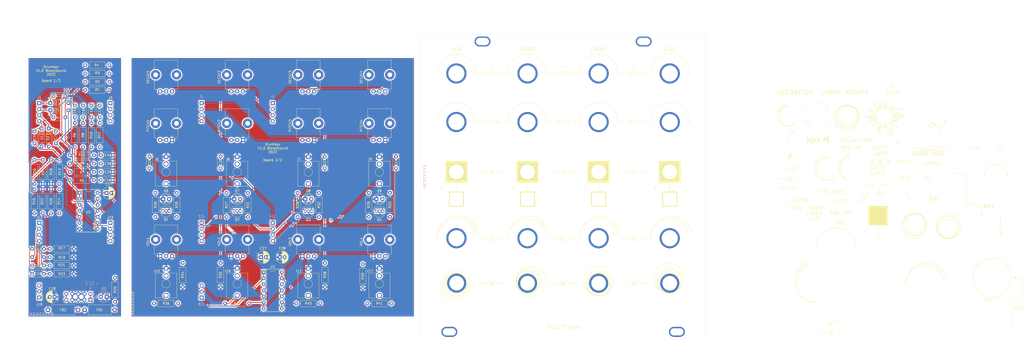
<source format=kicad_pcb>
(kicad_pcb (version 20211014) (generator pcbnew)
  (layers (0 "F.Cu" signal) (31 "B.Cu" signal) (34 "B.Paste" user) (35 "F.Paste" user) (36 "B.SilkS" user "B.Silkscreen") (37 "F.SilkS" user "F.Silkscreen") (38 "B.Mask" user) (39 "F.Mask" user) (44 "Edge.Cuts" user))
  (net 0 "")
  (net 1 "GND")
  (net 2 "Net-(C1-Pad1)")
  (net 3 "Net-(C2-Pad1)")
  (net 4 "Net-(C3-Pad1)")
  (net 5 "Net-(C4-Pad1)")
  (net 6 "Net-(C5-Pad1)")
  (net 7 "Net-(R36-Pad2)")
  (net 8 "O1")
  (net 9 "Net-(C7-Pad1)")
  (net 10 "PIOut2")
  (net 11 "O2")
  (net 12 "Net-(C9-Pad1)")
  (net 13 "PIOut3")
  (net 14 "O3")
  (net 15 "Net-(C11-Pad1)")
  (net 16 "PIOut4")
  (net 17 "O4")
  (net 18 "In1")
  (net 19 "Net-(C13-Pad2)")
  (net 20 "In2")
  (net 21 "Net-(C14-Pad2)")
  (net 22 "In3")
  (net 23 "Net-(C15-Pad2)")
  (net 24 "In4")
  (net 25 "Net-(C16-Pad2)")
  (net 26 "+12V")
  (net 27 "-12V")
  (net 28 "Net-(C19-Pad2)")
  (net 29 "Net-(C20-Pad2)")
  (net 30 "Net-(C23-Pad2)")
  (net 31 "Net-(C24-Pad2)")
  (net 32 "Net-(D1-Pad2)")
  (net 33 "Net-(D2-Pad2)")
  (net 34 "Net-(D3-Pad2)")
  (net 35 "Net-(D4-Pad2)")
  (net 36 "Net-(D5-Pad2)")
  (net 37 "Net-(D6-Pad2)")
  (net 38 "Net-(D7-Pad2)")
  (net 39 "Net-(D8-Pad2)")
  (net 40 "Net-(D9-Pad2)")
  (net 41 "DEIn1")
  (net 42 "DEIn2")
  (net 43 "DEIn3")
  (net 44 "DEIn4")
  (net 45 "Net-(FB1-Pad2)")
  (net 46 "Net-(FB2-Pad2)")
  (net 47 "PIOut1")
  (net 53 "Out1")
  (net 55 "Out3")
  (net 57 "Out2")
  (net 59 "Out4")
  (net 60 "Net-(Q1-Pad2)")
  (net 61 "Net-(Q1-Pad3)")
  (net 62 "Net-(Q2-Pad2)")
  (net 63 "Net-(Q2-Pad3)")
  (net 64 "Net-(Q3-Pad2)")
  (net 65 "Net-(Q3-Pad3)")
  (net 66 "Net-(Q4-Pad2)")
  (net 67 "Net-(Q4-Pad3)")
  (net 68 "Net-(U2-Pad3)")
  (net 69 "Net-(U2-Pad10)")
  (net 70 "Net-(U2-Pad5)")
  (net 71 "Net-(U2-Pad12)")
  (net 72 "Net-(R37-Pad2)")
  (net 73 "Net-(R40-Pad2)")
  (net 74 "Net-(R41-Pad2)")
  (footprint "Potentiometer_THT:Potentiometer_Bourns_PTV09A-1_Single_Vertical" (layer "F.Cu") (at 91 45.55 90)
    (fp_text reference "DECAY1")
    (fp_text value "470k")
  )
  (footprint "Resistor_THT:R_Axial_DIN0207_L6.3mm_D2.5mm_P10.16mm_Horizontal" (layer "F.Cu") (at 84 98.5 90)
    (fp_text reference "R26")
    (fp_text value "1k")
  )
  (footprint "Capacitor_THT:C_Disc_D7.0mm_W2.5mm_P5.00mm" (layer "F.Cu") (at 46 56.5 180)
    (fp_text reference "C9")
    (fp_text value "12nF")
  )
  (footprint "Package_TO_SOT_THT:TO-92_Inline" (layer "F.Cu") (at 149.77 96.14 180)
    (fp_text reference "Q3")
    (fp_text value "2N3904")
  )
  (footprint "Connector_PinHeader_2.54mm:PinHeader_1x04_P2.54mm_Vertical" (layer "F.Cu") (at 65 50.5)
    (fp_text reference "J3")
    (fp_text value "Conn_01x04_Male")
  )
  (footprint "Resistor_THT:R_Axial_DIN0207_L6.3mm_D2.5mm_P10.16mm_Horizontal" (layer "F.Cu") (at 64.58 41.5 180)
    (fp_text reference "R2")
    (fp_text value "150k")
  )
  (footprint "" (layer "F.Cu") (at 208 147)
    (fp_text reference "")
    (fp_text value "")
  )
  (footprint "Resistor_THT:R_Axial_DIN0207_L6.3mm_D2.5mm_P10.16mm_Horizontal" (layer "F.Cu") (at 111.5 117.92 -90)
    (fp_text reference "R35")
    (fp_text value "1M")
  )
  (footprint "Potentiometer_THT:Potentiometer_Bourns_PTV09A-1_Single_Vertical" (layer "F.Cu") (at 91 66.05 90)
    (fp_text reference "PITCH1")
    (fp_text value "10k")
  )
  (footprint "Resistor_THT:R_Axial_DIN0207_L6.3mm_D2.5mm_P10.16mm_Horizontal" (layer "F.Cu") (at 40 86.84 -90)
    (fp_text reference "R20")
    (fp_text value "47k")
  )
  (footprint "Capacitor_THT:CP_Radial_D5.0mm_P2.00mm" (layer "F.Cu") (at 41.455113 132.225 180)
    (fp_text reference "C18")
    (fp_text value "10µ")
  )
  (footprint "" (layer "F.Cu") (at 290 24.5)
    (fp_text reference "")
    (fp_text value "")
  )
  (footprint "Resistor_THT:R_Axial_DIN0207_L6.3mm_D2.5mm_P10.16mm_Horizontal" (layer "F.Cu") (at 36.5 84.58 90)
    (fp_text reference "R24")
    (fp_text value "47k")
  )
  (footprint "Resistor_THT:R_Axial_DIN0207_L6.3mm_D2.5mm_P10.16mm_Horizontal" (layer "F.Cu") (at 67 134.305 90)
    (fp_text reference "R25")
    (fp_text value "2.2k")
  )
  (footprint "Capacitor_THT:CP_Radial_D5.0mm_P2.00mm" (layer "F.Cu") (at 63.344888 88.425)
    (fp_text reference "C17")
    (fp_text value "10µ")
  )
  (footprint "Resistor_THT:R_Axial_DIN0207_L6.3mm_D2.5mm_P10.16mm_Horizontal" (layer "F.Cu") (at 58 83 180)
    (fp_text reference "R5")
    (fp_text value "68k")
  )
  (footprint "Resistor_THT:R_Axial_DIN0207_L6.3mm_D2.5mm_P10.16mm_Horizontal" (layer "F.Cu") (at 153 88.42 -90)
    (fp_text reference "R32")
    (fp_text value "47k")
  )
  (footprint "Inductor_THT:L_Axial_L9.5mm_D4.0mm_P12.70mm_Horizontal_Fastron_SMCC" (layer "F.Cu") (at 54.15 137.725)
    (fp_text reference "FB1")
    (fp_text value "10R")
  )
  (footprint "Capacitor_THT:C_Disc_D7.0mm_W2.5mm_P5.00mm" (layer "F.Cu") (at 61 72.5)
    (fp_text reference "C4")
    (fp_text value "56nF")
  )
  (footprint "Resistor_THT:R_Axial_DIN0207_L6.3mm_D2.5mm_P10.16mm_Horizontal" (layer "F.Cu") (at 53.5 58.92 -90)
    (fp_text reference "R8")
    (fp_text value "68k")
  )
  (footprint "Connector_PinHeader_2.54mm:PinHeader_1x03_P2.54mm_Vertical" (layer "F.Cu") (at 35 132.5 180)
    (fp_text reference "J19")
    (fp_text value "Conn_01x03_Male")
  )
  (footprint "Diode_THT:D_DO-35_SOD27_P7.62mm_Horizontal" (layer "F.Cu") (at 39.69 50.5)
    (fp_text reference "D4")
    (fp_text value "1N4148")
  )
  (footprint "Resistor_THT:R_Axial_DIN0207_L6.3mm_D2.5mm_P10.16mm_Horizontal" (layer "F.Cu") (at 58.08 79.5 180)
    (fp_text reference "R7")
    (fp_text value "68k")
  )
  (footprint "LED_THT:LED_D4.0mm" (layer "F.Cu") (at 177.225 91)
    (fp_text reference "D9")
    (fp_text value "LED4")
  )
  (footprint "Capacitor_THT:C_Disc_D7.0mm_W2.5mm_P5.00mm" (layer "F.Cu") (at 50 51.5 -90)
    (fp_text reference "C6")
    (fp_text value "47nF")
  )
  (footprint "LED_THT:LED_D4.0mm" (layer "F.Cu") (at 117.225 91)
    (fp_text reference "D7")
    (fp_text value "LED2")
  )
  (footprint "Capacitor_THT:C_Disc_D7.0mm_W2.5mm_P5.00mm" (layer "F.Cu") (at 37 112 180)
    (fp_text reference "C13")
    (fp_text value "150nF")
  )
  (footprint "Resistor_THT:R_Axial_DIN0207_L6.3mm_D2.5mm_P10.16mm_Horizontal" (layer "F.Cu") (at 64.58 38 180)
    (fp_text reference "R3")
    (fp_text value "150k")
  )
  (footprint "Capacitor_THT:CP_Radial_D5.0mm_P2.00mm" (layer "F.Cu") (at 136.5 115.5)
    (fp_text reference "C28")
    (fp_text value "100n")
  )
  (footprint "Resistor_THT:R_Axial_DIN0207_L6.3mm_D2.5mm_P10.16mm_Horizontal" (layer "F.Cu") (at 50 58.92 -90)
    (fp_text reference "R6")
    (fp_text value "68k")
  )
  (footprint "Resistor_THT:R_Axial_DIN0207_L6.3mm_D2.5mm_P10.16mm_Horizontal" (layer "F.Cu") (at 183 88.34 -90)
    (fp_text reference "R33")
    (fp_text value "47k")
  )
  (footprint "Resistor_THT:R_Axial_DIN0207_L6.3mm_D2.5mm_P10.16mm_Horizontal" (layer "F.Cu") (at 43.5 74.42 -90)
    (fp_text reference "R13")
    (fp_text value "27k")
  )
  (footprint "Potentiometer_THT:Potentiometer_Bourns_PTV09A-1_Single_Vertical" (layer "F.Cu") (at 151 115.05 90)
    (fp_text reference "VOL3")
    (fp_text value "10k")
  )
  (footprint "Inductor_THT:L_Axial_L9.5mm_D4.0mm_P12.70mm_Horizontal_Fastron_SMCC" (layer "F.Cu") (at 38.65 137.725)
    (fp_text reference "FB2")
    (fp_text value "10R")
  )
  (footprint "Resistor_THT:R_Axial_DIN0207_L6.3mm_D2.5mm_P10.16mm_Horizontal" (layer "F.Cu") (at 144 98.58 90)
    (fp_text reference "R28")
    (fp_text value "1k")
  )
  (footprint "" (layer "F.Cu") (at 222 24.5)
    (fp_text reference "")
    (fp_text value "")
  )
  (footprint "Potentiometer_THT:Potentiometer_Bourns_PTV09A-1_Single_Vertical" (layer "F.Cu") (at 151 45.55 90)
    (fp_text reference "DECAY3")
    (fp_text value "470k")
  )
  (footprint "Resistor_THT:R_Axial_DIN0207_L6.3mm_D2.5mm_P10.16mm_Horizontal" (layer "F.Cu") (at 174 98.5 90)
    (fp_text reference "R29")
    (fp_text value "1k")
  )
  (footprint "Potentiometer_THT:Potentiometer_Bourns_PTV09A-1_Single_Vertical" (layer "F.Cu") (at 151 66.05 90)
    (fp_text reference "PITCH3")
    (fp_text value "10k")
  )
  (footprint "Package_TO_SOT_THT:TO-92_Inline" (layer "F.Cu") (at 89.77 96 180)
    (fp_text reference "Q1")
    (fp_text value "2N3904")
  )
  (footprint "Package_TO_SOT_THT:TO-92_Inline" (layer "F.Cu") (at 179.77 96.14 180)
    (fp_text reference "Q4")
    (fp_text value "2N3904")
  )
  (footprint "Potentiometer_THT:Potentiometer_Bourns_PTV09A-1_Single_Vertical" (layer "F.Cu") (at 121 45.55 90)
    (fp_text reference "DECAY2")
    (fp_text value "470k")
  )
  (footprint "Connector_Audio:Jack_3.5mm_QingPu_WQP-PJ398SM_Vertical_CircularHoles" (layer "F.Cu") (at 118.5 73.1)
    (fp_text reference "J8")
    (fp_text value "HBonga IN")
  )
  (footprint "Capacitor_THT:C_Disc_D7.0mm_W2.5mm_P5.00mm" (layer "F.Cu") (at 60.5 51.5 -90)
    (fp_text reference "C12")
    (fp_text value "1.5nF")
  )
  (footprint "Diode_THT:D_DO-35_SOD27_P7.62mm_Horizontal" (layer "F.Cu") (at 39 61.19 -90)
    (fp_text reference "D2")
    (fp_text value "1N4148")
  )
  (footprint "Resistor_THT:R_Axial_DIN0207_L6.3mm_D2.5mm_P10.16mm_Horizontal" (layer "F.Cu") (at 183.58 135 180)
    (fp_text reference "R41")
    (fp_text value "1k")
  )
  (footprint "Capacitor_THT:C_Disc_D7.0mm_W2.5mm_P5.00mm" (layer "F.Cu") (at 61 76)
    (fp_text reference "C3")
    (fp_text value "39nF")
  )
  (footprint "Resistor_THT:R_Axial_DIN0207_L6.3mm_D2.5mm_P10.16mm_Horizontal" (layer "F.Cu") (at 60.5 58.92 -90)
    (fp_text reference "R12")
    (fp_text value "68k")
  )
  (footprint "Resistor_THT:R_Axial_DIN0207_L6.3mm_D2.5mm_P10.16mm_Horizontal" (layer "F.Cu") (at 58.08 72.5 180)
    (fp_text reference "R11")
    (fp_text value "68k")
  )
  (footprint "Connector_PinHeader_2.54mm:PinHeader_1x04_P2.54mm_Vertical" (layer "F.Cu") (at 35 101)
    (fp_text reference "J13")
    (fp_text value "Conn_01x04_Male")
  )
  (footprint "Capacitor_THT:C_Disc_D7.0mm_W2.5mm_P5.00mm" (layer "F.Cu") (at 53.5 51.5 -90)
    (fp_text reference "C8")
    (fp_text value "10nF")
  )
  (footprint "Package_DIP:DIP-14_W7.62mm_Socket" (layer "F.Cu") (at 129.7 121.875)
    (fp_text reference "U2")
    (fp_text value "TL074")
  )
  (footprint "Capacitor_THT:CP_Radial_D5.0mm_P2.00mm" (layer "F.Cu") (at 128.544887 115.5)
    (fp_text reference "C27")
    (fp_text value "100n")
  )
  (footprint "Capacitor_THT:C_Disc_D7.0mm_W2.5mm_P5.00mm" (layer "F.Cu") (at 60.92 83)
    (fp_text reference "C1")
    (fp_text value "150nF")
  )
  (footprint "Connector_PinHeader_2.54mm:PinHeader_1x04_P2.54mm_Vertical" (layer "F.Cu") (at 65 101)
    (fp_text reference "J15")
    (fp_text value "Conn_01x04_Male")
  )
  (footprint "Capacitor_THT:C_Disc_D7.0mm_W2.5mm_P5.00mm" (layer "F.Cu") (at 81.5 73 -90)
    (fp_text reference "C19")
    (fp_text value ".1µF")
  )
  (footprint "LED_THT:LED_D4.0mm" (layer "F.Cu") (at 147.225 91)
    (fp_text reference "D8")
    (fp_text value "LED3")
  )
  (footprint "Resistor_THT:R_Axial_DIN0207_L6.3mm_D2.5mm_P10.16mm_Horizontal" (layer "F.Cu") (at 39.42 119)
    (fp_text reference "R21")
    (fp_text value "12k")
  )
  (footprint "Capacitor_THT:C_Disc_D7.0mm_W2.5mm_P5.00mm" (layer "F.Cu") (at 185.5 73 -90)
    (fp_text reference "C24")
    (fp_text value ".1µF")
  )
  (footprint "Capacitor_THT:C_Disc_D7.0mm_W2.5mm_P5.00mm" (layer "F.Cu") (at 111.5 73 -90)
    (fp_text reference "C20")
    (fp_text value ".1µF")
  )
  (footprint "Resistor_THT:R_Axial_DIN0207_L6.3mm_D2.5mm_P10.16mm_Horizontal" (layer "F.Cu") (at 43.5 97 90)
    (fp_text reference "R14")
    (fp_text value "27k")
  )
  (footprint "Capacitor_THT:C_Disc_D7.0mm_W2.5mm_P5.00mm" (layer "F.Cu") (at 57 51.5 -90)
    (fp_text reference "C10")
    (fp_text value "12nF")
  )
  (footprint "Connector_PinHeader_2.54mm:PinHeader_1x04_P2.54mm_Vertical" (layer "F.Cu") (at 35 50.5)
    (fp_text reference "J1")
    (fp_text value "Conn_01x04_Male")
  )
  (footprint "Resistor_THT:R_Axial_DIN0207_L6.3mm_D2.5mm_P10.16mm_Horizontal" (layer "F.Cu") (at 39.42 115.5)
    (fp_text reference "R19")
    (fp_text value "12k")
  )
  (footprint "Capacitor_THT:C_Disc_D7.0mm_W2.5mm_P5.00mm" (layer "F.Cu") (at 37 119 180)
    (fp_text reference "C15")
    (fp_text value "39nF")
  )
  (footprint "Potentiometer_THT:Potentiometer_Bourns_PTV09A-1_Single_Vertical" (layer "F.Cu") (at 181 66.05 90)
    (fp_text reference "PITCH4")
    (fp_text value "10k")
  )
  (footprint "Resistor_THT:R_Axial_DIN0207_L6.3mm_D2.5mm_P10.16mm_Horizontal" (layer "F.Cu") (at 171.5 118.42 -90)
    (fp_text reference "R39")
    (fp_text value "1M")
  )
  (footprint "Connector_Audio:Jack_3.5mm_QingPu_WQP-PJ398SM_Vertical_CircularHoles" (layer "F.Cu") (at 148.5 73.1)
    (fp_text reference "J7")
    (fp_text value "LBonga IN")
  )
  (footprint "Potentiometer_THT:Potentiometer_Bourns_PTV09A-1_Single_Vertical" (layer "F.Cu") (at 121 115.05 90)
    (fp_text reference "VOL2")
    (fp_text value "10k")
  )
  (footprint "Resistor_THT:R_Axial_DIN0207_L6.3mm_D2.5mm_P10.16mm_Horizontal" (layer "F.Cu") (at 114 98.58 90)
    (fp_text reference "R27")
    (fp_text value "1k")
  )
  (footprint "Resistor_THT:R_Axial_DIN0207_L6.3mm_D2.5mm_P10.16mm_Horizontal" (layer "F.Cu") (at 58.08 76 180)
    (fp_text reference "R9")
    (fp_text value "68k")
  )
  (footprint "Connector_Audio:Jack_3.5mm_QingPu_WQP-PJ398SM_Vertical_CircularHoles" (layer "F.Cu") (at 178.5 73.1)
    (fp_text reference "J9")
    (fp_text value "Clave IN")
  )
  (footprint "Resistor_THT:R_Axial_DIN0207_L6.3mm_D2.5mm_P10.16mm_Horizontal" (layer "F.Cu") (at 57 59 -90)
    (fp_text reference "R10")
    (fp_text value "68k")
  )
  (footprint "Diode_THT:D_DO-35_SOD27_P7.62mm_Horizontal" (layer "F.Cu") (at 36 61.19 -90)
    (fp_text reference "D1")
    (fp_text value "1N4148")
  )
  (footprint "Connector_Audio:Jack_3.5mm_QingPu_WQP-PJ398SM_Vertical_CircularHoles" (layer "F.Cu") (at 118.5 120.22)
    (fp_text reference "J16")
    (fp_text value "HBonga OUT")
  )
  (footprint "Capacitor_THT:C_Disc_D7.0mm_W2.5mm_P5.00mm" (layer "F.Cu") (at 33 67.5 90)
    (fp_text reference "C5")
    (fp_text value "47nF")
  )
  (footprint "Resistor_THT:R_Axial_DIN0207_L6.3mm_D2.5mm_P10.16mm_Horizontal" (layer "F.Cu") (at 93 88.34 -90)
    (fp_text reference "R30")
    (fp_text value "47k")
  )
  (footprint "Capacitor_THT:C_Disc_D7.0mm_W2.5mm_P5.00mm" (layer "F.Cu") (at 46 47.5 180)
    (fp_text reference "C11")
    (fp_text value "1.5nF")
  )
  (footprint "Resistor_THT:R_Axial_DIN0207_L6.3mm_D2.5mm_P10.16mm_Horizontal" (layer "F.Cu") (at 123 88.42 -90)
    (fp_text reference "R31")
    (fp_text value "47k")
  )
  (footprint "Resistor_THT:R_Axial_DIN0207_L6.3mm_D2.5mm_P10.16mm_Horizontal" (layer "F.Cu") (at 40 84.58 90)
    (fp_text reference "R18")
    (fp_text value "47k")
  )
  (footprint "Potentiometer_THT:Potentiometer_Bourns_PTV09A-1_Single_Vertical" (layer "F.Cu") (at 121 66.05 90)
    (fp_text reference "PITCH2")
    (fp_text value "10k")
  )
  (footprint "Resistor_THT:R_Axial_DIN0207_L6.3mm_D2.5mm_P10.16mm_Horizontal" (layer "F.Cu") (at 36.5 86.84 -90)
    (fp_text reference "R22")
    (fp_text value "47k")
  )
  (footprint "Package_DIP:DIP-14_W7.62mm_Socket" (layer "F.Cu") (at 52 88.3)
    (fp_text reference "U1")
    (fp_text value "4011")
  )
  (footprint "Capacitor_THT:C_Disc_D7.0mm_W2.5mm_P5.00mm" (layer "F.Cu") (at 42 67.5 90)
    (fp_text reference "C7")
    (fp_text value "10nF")
  )
  (footprint "Resistor_THT:R_Axial_DIN0207_L6.3mm_D2.5mm_P10.16mm_Horizontal" (layer "F.Cu") (at 64.58 45 180)
    (fp_text reference "R1")
    (fp_text value "150k")
  )
  (footprint "Resistor_THT:R_Axial_DIN0207_L6.3mm_D2.5mm_P10.16mm_Horizontal" (layer "F.Cu") (at 33 97 90)
    (fp_text reference "R15")
    (fp_text value "27k")
  )
  (footprint "Capacitor_THT:C_Disc_D7.0mm_W2.5mm_P5.00mm" (layer "F.Cu") (at 155.42 73 -90)
    (fp_text reference "C23")
    (fp_text value ".1µF")
  )
  (footprint "Package_TO_SOT_THT:TO-92_Inline" (layer "F.Cu") (at 119.77 96 180)
    (fp_text reference "Q2")
    (fp_text value "2N3904")
  )
  (footprint "Capacitor_THT:C_Disc_D7.0mm_W2.5mm_P5.00mm" (layer "F.Cu") (at 37 115.5 180)
    (fp_text reference "C14")
    (fp_text value "33nF")
  )
  (footprint "Connector_Audio:Jack_3.5mm_QingPu_WQP-PJ398SM_Vertical_CircularHoles" (layer "F.Cu") (at 178.5 120.22)
    (fp_text reference "J17")
    (fp_text value "Clave OUT")
  )
  (footprint "Capacitor_THT:C_Disc_D7.0mm_W2.5mm_P5.00mm" (layer "F.Cu") (at 61 79.5)
    (fp_text reference "C2")
    (fp_text value "33nF")
  )
  (footprint "Connector_Audio:Jack_3.5mm_QingPu_WQP-PJ398SM_Vertical_CircularHoles" (layer "F.Cu") (at 148.5 120.22)
    (fp_text reference "J11")
    (fp_text value "LBonga OUT")
  )
  (footprint "Connector_Audio:Jack_3.5mm_QingPu_WQP-PJ398SM_Vertical_CircularHoles" (layer "F.Cu") (at 88.5 120.22)
    (fp_text reference "J10")
    (fp_text value "Bass OUT")
  )
  (footprint "Resistor_THT:R_Axial_DIN0207_L6.3mm_D2.5mm_P10.16mm_Horizontal" (layer "F.Cu") (at 153.58 135 180)
    (fp_text reference "R40")
    (fp_text value "1k")
  )
  (footprint "Resistor_THT:R_Axial_DIN0207_L6.3mm_D2.5mm_P10.16mm_Horizontal" (layer "F.Cu") (at 113.42 135)
    (fp_text reference "R37")
    (fp_text value "1k")
  )
  (footprint "Resistor_THT:R_Axial_DIN0207_L6.3mm_D2.5mm_P10.16mm_Horizontal" (layer "F.Cu") (at 39.42 122.5)
    (fp_text reference "R23")
    (fp_text value "12k")
  )
  (footprint "Resistor_THT:R_Axial_DIN0207_L6.3mm_D2.5mm_P10.16mm_Horizontal" (layer "F.Cu") (at 83.42 135)
    (fp_text reference "R36")
    (fp_text value "1k")
  )
  (footprint "Resistor_THT:R_Axial_DIN0207_L6.3mm_D2.5mm_P10.16mm_Horizontal" (layer "F.Cu") (at 155.5 117.92 -90)
    (fp_text reference "R38")
    (fp_text value "1M")
  )
  (footprint "Resistor_THT:R_Axial_DIN0207_L6.3mm_D2.5mm_P10.16mm_Horizontal" (layer "F.Cu") (at 39.42 112)
    (fp_text reference "R17")
    (fp_text value "12k")
  )
  (footprint "Capacitor_THT:C_Disc_D7.0mm_W2.5mm_P5.00mm" (layer "F.Cu") (at 37 122.5 180)
    (fp_text reference "C16")
    (fp_text value "4.7nF")
  )
  (footprint "Resistor_THT:R_Axial_DIN0207_L6.3mm_D2.5mm_P10.16mm_Horizontal" (layer "F.Cu") (at 64.58 34.5 180)
    (fp_text reference "R4")
    (fp_text value "150k")
  )
  (footprint "Potentiometer_THT:Potentiometer_Bourns_PTV09A-1_Single_Vertical" (layer "F.Cu") (at 181 45.55 90)
    (fp_text reference "DECAY4")
    (fp_text value "470k")
  )
  (footprint "Diode_THT:D_DO-35_SOD27_P7.62mm_Horizontal" (layer "F.Cu") (at 39.69 53.5)
    (fp_text reference "D3")
    (fp_text value "1N4148")
  )
  (footprint "Potentiometer_THT:Potentiometer_Bourns_PTV09A-1_Single_Vertical" (layer "F.Cu") (at 91 115.05 90)
    (fp_text reference "VOL1")
    (fp_text value "10k")
  )
  (footprint "Potentiometer_THT:Potentiometer_Bourns_PTV09A-1_Single_Vertical" (layer "F.Cu") (at 181 115.05 90)
    (fp_text reference "VOL4")
    (fp_text value "10k")
  )
  (footprint "LED_THT:LED_D4.0mm" (layer "F.Cu") (at 87.225 91)
    (fp_text reference "D6")
    (fp_text value "LED1")
  )
  (footprint "Resistor_THT:R_Axial_DIN0207_L6.3mm_D2.5mm_P10.16mm_Horizontal" (layer "F.Cu") (at 33 74.42 -90)
    (fp_text reference "R16")
    (fp_text value "27k")
  )
  (footprint "" (layer "F.Cu") (at 304 147)
    (fp_text reference "")
    (fp_text value "")
  )
  (footprint "Connector_Audio:Jack_3.5mm_QingPu_WQP-PJ398SM_Vertical_CircularHoles" (layer "F.Cu") (at 88.5 73.1)
    (fp_text reference "J6")
    (fp_text value "Bass IN")
  )
  (footprint "Resistor_THT:R_Axial_DIN0207_L6.3mm_D2.5mm_P10.16mm_Horizontal" (layer "F.Cu") (at 95.5 117.92 -90)
    (fp_text reference "R34")
    (fp_text value "1M")
  )
  (footprint "Connector_PinSocket_2.54mm:PinSocket_1x04_P2.54mm_Vertical" (layer "B.Cu") (at 133.5 101 180)
    (fp_text reference "J14")
    (fp_text value "Conn_01x04_Female")
  )
  (footprint "LED_THT:LED_D4.0mm" (layer "B.Cu") (at 63.5 132.225 180)
    (fp_text reference "D5")
    (fp_text value "LED-12V")
  )
  (footprint "Connector_PinSocket_2.54mm:PinSocket_1x04_P2.54mm_Vertical" (layer "B.Cu") (at 103.5 101 180)
    (fp_text reference "J12")
    (fp_text value "Conn_01x04_Female")
  )
  (footprint "Connector_PinSocket_2.54mm:PinSocket_1x04_P2.54mm_Vertical" (layer "B.Cu") (at 133.5 50.5 180)
    (fp_text reference "J4")
    (fp_text value "Conn_01x04_Female")
  )
  (footprint "Connector_PinSocket_2.54mm:PinSocket_1x04_P2.54mm_Vertical" (layer "B.Cu") (at 103.5 50.5 180)
    (fp_text reference "J2")
    (fp_text value "Conn_01x04_Female")
  )
  (footprint "Connector_PinSocket_2.54mm:PinSocket_1x03_P2.54mm_Vertical" (layer "B.Cu") (at 103.5 132.58)
    (fp_text reference "J18")
    (fp_text value "Conn_01x03_Female")
  )
  (footprint "Connector_PinHeader_2.54mm:PinHeader_2x05_P2.54mm_Vertical" (layer "B.Cu") (at 56.575 133.5 90)
    (fp_text reference "J5")
    (fp_text value "Power Input")
  )
  (gr_line (start 56.4 127.4) (end 57.2 127.4) (layer "B.SilkS") (width 0.12))
  (gr_line (start 59 126.7) (end 59.6 126.7) (layer "B.SilkS") (width 0.12))
  (gr_line (start 55.7 125.7) (end 55.6 125.7) (layer "B.SilkS") (width 0.12))
  (gr_line (start 57.6 127.4) (end 57.8 127.4) (layer "B.SilkS") (width 0.12))
  (gr_line (start 56.4 125.8) (end 57.2 125.8) (layer "B.SilkS") (width 0.12))
  (gr_line (start 59.3 127) (end 59.3 126.4) (layer "B.SilkS") (width 0.12))
  (gr_line (start 56.4 126.6) (end 56.4 125.8) (layer "B.SilkS") (width 0.12))
  (gr_line (start 57.8 125.8) (end 58.1 126.1) (layer "B.SilkS") (width 0.12))
  (gr_line (start 54.8 127.4) (end 55.6 125.7) (layer "B.SilkS") (width 0.12))
  (gr_line (start 57.8 127.4) (end 58 127.4) (layer "B.SilkS") (width 0.12))
  (gr_line (start 54.8 125.7) (end 54.8 127.4) (layer "B.SilkS") (width 0.12))
  (gr_line (start 54.9 125.7) (end 54.8 125.7) (layer "B.SilkS") (width 0.12))
  (gr_line (start 57.2 127.4) (end 57.2 126.6) (layer "B.SilkS") (width 0.12))
  (gr_line (start 57.8 127.4) (end 57.8 125.8) (layer "B.SilkS") (width 0.12))
  (gr_line (start 56.6 127.8) (end 56.6 128.8) (layer "B.SilkS") (width 0.12))
  (gr_poly (pts (xy 56.6 128.8) (xy 57 128.6) (xy 56.2 128.6)) (layer "B.SilkS") (width 0.12) (fill solid))
  (gr_line (start 57.2 126.6) (end 56.4 126.6) (layer "B.SilkS") (width 0.12))
  (gr_line (start 351.45 83.5) (end 350.95 81.8) (layer "F.SilkS") (width 0.12))
  (gr_line (start 241 82.75) (end 241 88) (layer "F.SilkS") (width 0.12))
  (gr_line (start 211 82.75) (end 211 88) (layer "F.SilkS") (width 0.12))
  (gr_line (start 370.05 142.65) (end 370.75 142.65) (layer "F.SilkS") (width 0.12))
  (gr_line (start 368.45 144.35) (end 367.95 142.65) (layer "F.SilkS") (width 0.12))
  (gr_line (start 367.95 142.65) (end 368.85 142.65) (layer "F.SilkS") (width 0.12))
  (gr_line (start 369.15 142.65) (end 368.85 144.35) (layer "F.SilkS") (width 0.12))
  (gr_line (start 368.85 144.35) (end 369.85 142.65) (layer "F.SilkS") (width 0.12))
  (gr_line (start 368.85 142.65) (end 368.45 144.35) (layer "F.SilkS") (width 0.12))
  (gr_line (start 370.45 142.65) (end 369.45 144.35) (layer "F.SilkS") (width 0.12))
  (gr_circle (center 210.8 126.9) (end 213.8 130.5) (layer "F.SilkS") (width 0.12) (fill none))
  (gr_circle (center 211 126.5) (end 213.75 129.75) (layer "F.SilkS") (width 0.12) (fill none))
  (gr_circle (center 210.4 127.5) (end 212.4 132.5) (layer "F.SilkS") (width 0.12) (fill none))
  (gr_circle (center 210.6 127.1) (end 212.4 131.7) (layer "F.SilkS") (width 0.12) (fill none))
  (gr_circle (center 241.45 125.45) (end 239.45 120.45) (layer "F.SilkS") (width 0.12) (fill none))
  (gr_circle (center 241.25 125.85) (end 239.45 121.25) (layer "F.SilkS") (width 0.12) (fill none))
  (gr_circle (center 241.05 126.05) (end 238.05 122.45) (layer "F.SilkS") (width 0.12) (fill none))
  (gr_circle (center 241 126.45) (end 238 123.45) (layer "F.SilkS") (width 0.12) (fill none))
  (gr_circle (center 234.75 86.25) (end 234.75 86) (layer "F.SilkS") (width 0.12) (fill none))
  (gr_line (start 234.75 86.25) (end 236.25 84.35) (layer "F.SilkS") (width 0.12))
  (gr_line (start 236.25 84.35) (end 235.95 84.35) (layer "F.SilkS") (width 0.12))
  (gr_line (start 236.25 84.35) (end 236.25 84.65) (layer "F.SilkS") (width 0.12))
  (gr_line (start 368.7 146.65) (end 368.5 146.75) (layer "F.SilkS") (width 0.12))
  (gr_line (start 368.6 148.35) (end 369.4 146.65) (layer "F.SilkS") (width 0.12))
  (gr_line (start 368.6 148.35) (end 368.5 148.35) (layer "F.SilkS") (width 0.12))
  (gr_line (start 369.4 146.65) (end 369.4 148.35) (layer "F.SilkS") (width 0.12))
  (gr_line (start 368.7 146.65) (end 368.8 146.85) (layer "F.SilkS") (width 0.12))
  (gr_line (start 369.4 148.35) (end 370.2 146.65) (layer "F.SilkS") (width 0.12))
  (gr_line (start 367.9 148.35) (end 368.7 146.65) (layer "F.SilkS") (width 0.12))
  (gr_line (start 370.2 146.65) (end 370.1 146.65) (layer "F.SilkS") (width 0.12))
  (gr_line (start 408.7 75.1) (end 408.7 75.3) (layer "F.SilkS") (width 0.12))
  (gr_line (start 408.7 76.1) (end 407.7 76.8) (layer "F.SilkS") (width 0.12))
  (gr_line (start 408.7 75.1) (end 407.7 75.7) (layer "F.SilkS") (width 0.12))
  (gr_line (start 407.7 76.8) (end 407.7 76.6) (layer "F.SilkS") (width 0.12))
  (gr_line (start 407.7 76.8) (end 407.9 76.8) (layer "F.SilkS") (width 0.12))
  (gr_line (start 409.8 75.1) (end 408.8 76.8) (layer "F.SilkS") (width 0.12))
  (gr_line (start 407.7 75.7) (end 408.7 76.1) (layer "F.SilkS") (width 0.12))
  (gr_line (start 410.9 75.7) (end 410.2 75.8) (layer "F.SilkS") (width 0.12))
  (gr_line (start 410.8 76.3) (end 410.6 76.8) (layer "F.SilkS") (width 0.12))
  (gr_line (start 410.5 75.1) (end 410.9 75.7) (layer "F.SilkS") (width 0.12))
  (gr_line (start 409.4 75.1) (end 410.1 75.1) (layer "F.SilkS") (width 0.12))
  (gr_line (start 410.5 75.1) (end 409.7 76.8) (layer "F.SilkS") (width 0.12))
  (gr_line (start 408.7 75.1) (end 408.5 75.1) (layer "F.SilkS") (width 0.12))
  (gr_line (start 410.2 75.8) (end 410.8 76.3) (layer "F.SilkS") (width 0.12))
  (gr_line (start 411.1 76.8) (end 411.9 75.1) (layer "F.SilkS") (width 0.12))
  (gr_arc (start 413.6 75.6) (mid 413.717157 75.317157) (end 414 75.2) (layer "F.SilkS") (width 0.12))
  (gr_line (start 414.2 76.8) (end 414 77) (layer "F.SilkS") (width 0.12))
  (gr_line (start 413.6 76) (end 413.9 76) (layer "F.SilkS") (width 0.12))
  (gr_line (start 413.4 76.8) (end 414.1 76.8) (layer "F.SilkS") (width 0.12))
  (gr_line (start 414 75.2) (end 414.4 75.2) (layer "F.SilkS") (width 0.12))
  (gr_line (start 413.6 75.6) (end 413.4 76.8) (layer "F.SilkS") (width 0.12))
  (gr_line (start 412.2 76.1) (end 413.1 75.2) (layer "F.SilkS") (width 0.12))
  (gr_line (start 411.9 75.1) (end 411.7 75.2) (layer "F.SilkS") (width 0.12))
  (gr_line (start 411.8 76.8) (end 412.6 75.1) (layer "F.SilkS") (width 0.12))
  (gr_line (start 411.9 75.1) (end 412 75.3) (layer "F.SilkS") (width 0.12))
  (gr_line (start 412.2 76.1) (end 412.7 76.4) (layer "F.SilkS") (width 0.12))
  (gr_line (start 412.7 76.4) (end 412.7 76.8) (layer "F.SilkS") (width 0.12))
  (gr_line (start 414.2 76.8) (end 414 76.6) (layer "F.SilkS") (width 0.12))
  (gr_line (start 395.4 47) (end 395.5 46.9) (layer "F.SilkS") (width 0.12))
  (gr_line (start 395.9 45.4) (end 395.1 46.3) (layer "F.SilkS") (width 0.12))
  (gr_line (start 397.7 46.3) (end 397.7 45.4) (layer "F.SilkS") (width 0.12))
  (gr_line (start 392.4 47) (end 393.5 46.5) (layer "F.SilkS") (width 0.12))
  (gr_line (start 395.1 46.3) (end 395.4 47) (layer "F.SilkS") (width 0.12))
  (gr_line (start 392.8 45.4) (end 392.4 47) (layer "F.SilkS") (width 0.12))
  (gr_line (start 393.5 46.5) (end 392.8 45.4) (layer "F.SilkS") (width 0.12))
  (gr_line (start 397.7 46.3) (end 398.2 45.4) (layer "F.SilkS") (width 0.12))
  (gr_line (start 395.9 45.4) (end 396 45.5) (layer "F.SilkS") (width 0.12))
  (gr_line (start 397.3 47) (end 397.3 46.8) (layer "F.SilkS") (width 0.12))
  (gr_line (start 397.3 47) (end 397.5 46.9) (layer "F.SilkS") (width 0.12))
  (gr_arc (start 394.1 45.8) (mid 394.217157 45.517157) (end 394.5 45.4) (layer "F.SilkS") (width 0.12))
  (gr_line (start 393.9 47) (end 394.6 47) (layer "F.SilkS") (width 0.12))
  (gr_line (start 394.7 47) (end 394.5 46.8) (layer "F.SilkS") (width 0.12))
  (gr_line (start 396.7 46.2) (end 396.4 46.2) (layer "F.SilkS") (width 0.12))
  (gr_line (start 394.5 45.4) (end 394.9 45.4) (layer "F.SilkS") (width 0.12))
  (gr_line (start 394.1 45.8) (end 393.9 47) (layer "F.SilkS") (width 0.12))
  (gr_line (start 396.8 45.4) (end 396.7 47) (layer "F.SilkS") (width 0.12))
  (gr_line (start 394.7 47) (end 394.5 47.2) (layer "F.SilkS") (width 0.12))
  (gr_line (start 394.1 46.2) (end 394.4 46.2) (layer "F.SilkS") (width 0.12))
  (gr_line (start 396.8 45.4) (end 396 47) (layer "F.SilkS") (width 0.12))
  (gr_line (start 397.7 46.3) (end 397.3 47) (layer "F.SilkS") (width 0.12))
  (gr_line (start 366.9 147.65) (end 364.2 147.65) (layer "F.SilkS") (width 0.12))
  (gr_line (start 414.7 76) (end 415.8 76) (layer "F.SilkS") (width 0.12))
  (gr_line (start 407.1 76) (end 406 76) (layer "F.SilkS") (width 0.12))
  (gr_line (start 358.8 90.6) (end 357.9 92.2) (layer "F.SilkS") (width 0.12))
  (gr_line (start 359.3 90.6) (end 358.4 92.2) (layer "F.SilkS") (width 0.12))
  (gr_line (start 353 90.6) (end 352.6 92.2) (layer "F.SilkS") (width 0.12))
  (gr_line (start 356.9 92.2) (end 357.1 92.1) (layer "F.SilkS") (width 0.12))
  (gr_line (start 354.1 92.2) (end 354.8 92.2) (layer "F.SilkS") (width 0.12))
  (gr_line (start 354.3 91.4) (end 354.6 91.4) (layer "F.SilkS") (width 0.12))
  (gr_line (start 358.2 91.4) (end 359 91.4) (layer "F.SilkS") (width 0.12))
  (gr_line (start 353.7 91.7) (end 353 90.6) (layer "F.SilkS") (width 0.12))
  (gr_line (start 356.9 90.6) (end 356.6 91.2) (layer "F.SilkS") (width 0.12))
  (gr_line (start 356.9 92.2) (end 356.9 92) (layer "F.SilkS") (width 0.12))
  (gr_line (start 357.8 90.6) (end 356.9 92.2) (layer "F.SilkS") (width 0.12))
  (gr_line (start 356.6 91.2) (end 355.8 91.2) (layer "F.SilkS") (width 0.12))
  (gr_line (start 354.3 91) (end 354.1 92.2) (layer "F.SilkS") (width 0.12))
  (gr_arc (start 354.3 91) (mid 354.417157 90.717157) (end 354.7 90.6) (layer "F.SilkS") (width 0.12))
  (gr_line (start 354.7 90.6) (end 355.1 90.6) (layer "F.SilkS") (width 0.12))
  (gr_line (start 354.9 92.2) (end 354.7 92) (layer "F.SilkS") (width 0.12))
  (gr_line (start 354.9 92.2) (end 354.7 92.4) (layer "F.SilkS") (width 0.12))
  (gr_line (start 357.3 90.6) (end 358.2 90.6) (layer "F.SilkS") (width 0.12))
  (gr_line (start 356.2 90.6) (end 355.5 92.2) (layer "F.SilkS") (width 0.12))
  (gr_line (start 352.6 92.2) (end 353.7 91.7) (layer "F.SilkS") (width 0.12))
  (gr_line (start 356 90.6) (end 356.9 90.6) (layer "F.SilkS") (width 0.12))
  (gr_line (start 352 91.5) (end 351 91.5) (layer "F.SilkS") (width 0.12))
  (gr_line (start 359.8 91.5) (end 360.8 91.5) (layer "F.SilkS") (width 0.12))
  (gr_line (start 355.6 93.9) (end 355.6 94.1) (layer "F.SilkS") (width 0.12))
  (gr_line (start 394.147299 58.388432) (end 394.897299 63.388432) (layer "F.SilkS") (width 0.12))
  (gr_line (start 366.047299 65.138432) (end 366.347299 66.238432) (layer "F.SilkS") (width 0.12))
  (gr_line (start 378.647299 45.338432) (end 378.847299 45.338432) (layer "F.SilkS") (width 0.12))
  (gr_line (start 390.047299 74.338432) (end 389.747299 76.038432) (layer "F.SilkS") (width 0.12))
  (gr_line (start 438.322299 132.888432) (end 438.422299 132.788432) (layer "F.SilkS") (width 0.12))
  (gr_line (start 430.497299 118.488432) (end 430.907299 118.838432) (layer "F.SilkS") (width 0.12))
  (gr_line (start 360.2 96.9) (end 360.4 96.9) (layer "F.SilkS") (width 0.12))
  (gr_line (start 252.6 145.7) (end 253.8 145.7) (layer "F.SilkS") (width 0.12))
  (gr_line (start 358.9 97.7) (end 359.8 97.7) (layer "F.SilkS") (width 0.12))
  (gr_line (start 372.85 101.85) (end 373.85 100.15) (layer "F.SilkS") (width 0.12))
  (gr_line (start 376.047299 69.838432) (end 376.147299 69.738432) (layer "F.SilkS") (width 0.12))
  (gr_line (start 363.6 100) (end 364.3 100) (layer "F.SilkS") (width 0.12))
  (gr_line (start 269.525 28.5) (end 270.325 28) (layer "F.SilkS") (width 0.12))
  (gr_line (start 366.047299 67.238432) (end 366.047299 65.138432) (layer "F.SilkS") (width 0.12))
  (gr_poly (pts (xy 433.247299 80.838432) (xy 434.247299 80.838432) (xy 433.747299 81.338432)) (layer "F.SilkS") (width 0.1) (fill solid))
  (gr_line (start 357.347299 45.938432) (end 357.947299 46.838432) (layer "F.SilkS") (width 0.12))
  (gr_line (start 382.950852 104.441985) (end 384.450852 102.541985) (layer "F.SilkS") (width 0.12))
  (gr_line (start 366.097299 87.488432) (end 366.097299 87.988432) (layer "F.SilkS") (width 0.12))
  (gr_line (start 372.8 100.15) (end 372.1 100.9) (layer "F.SilkS") (width 0.12))
  (gr_line (start 354.9 124.5) (end 353.7 124.4) (layer "F.SilkS") (width 0.12))
  (gr_line (start 349.447299 52.438432) (end 348.447299 51.838432) (layer "F.SilkS") (width 0.12))
  (gr_line (start 438.747299 68.338432) (end 440.747299 68.338432) (layer "F.SilkS") (width 0.12))
  (gr_arc (start 408.247299 81.138432) (mid 410.368619 82.017112) (end 411.247299 84.138432) (layer "F.SilkS") (width 0.12))
  (gr_line (start 360.7 96.1) (end 360.7 97.7) (layer "F.SilkS") (width 0.12))
  (gr_line (start 353.847299 45.638432) (end 353.847299 46.338432) (layer "F.SilkS") (width 0.12))
  (gr_line (start 308.296174 103.819395) (end 309.656174 103.149395) (layer "F.SilkS") (width 0.12))
  (gr_line (start 238.5 88) (end 243.5 88) (layer "F.SilkS") (width 0.4))
  (gr_line (start 366.747299 66.238432) (end 366.847299 65.338432) (layer "F.SilkS") (width 0.12))
  (gr_line (start 449.397299 136.688432) (end 450.297299 137.188432) (layer "F.SilkS") (width 0.12))
  (gr_line (start 353.4 78.2) (end 352.6 78.2) (layer "F.SilkS") (width 0.12))
  (gr_line (start 412.097299 119.888432) (end 412.497299 118.588432) (layer "F.SilkS") (width 0.12))
  (gr_line (start 383.647299 45.038432) (end 383.647299 45.338432) (layer "F.SilkS") (width 0.12))
  (gr_line (start 209.456174 99.449395) (end 209.156174 98.649395) (layer "F.SilkS") (width 0.12))
  (gr_line (start 228.2 38.7) (end 228.4 38.6) (layer "F.SilkS") (width 0.12))
  (gr_line (start 377.547299 46.038432) (end 377.447299 45.838432) (layer "F.SilkS") (width 0.12))
  (gr_line (start 374.8 100.5) (end 374.3 101.85) (layer "F.SilkS") (width 0.12))
  (gr_line (start 246.856174 101.849395) (end 247.856174 100.649395) (layer "F.SilkS") (width 0.12))
  (gr_arc (start 374.8 100.5) (mid 374.997762 100.250375) (end 375.3 100.15) (layer "F.SilkS") (width 0.12))
  (gr_line (start 394.897299 55.638432) (end 399.897299 56.138432) (layer "F.SilkS") (width 0.12))
  (gr_line (start 348.425 87.2) (end 348.225 87.3) (layer "F.SilkS") (width 0.12))
  (gr_line (start 369.147299 46.838432) (end 369.147299 45.138432) (layer "F.SilkS") (width 0.12))
  (gr_poly (pts (xy 232.6 58.1) (xy 233 58.1) (xy 233 58.5)) (layer "F.SilkS") (width 0.12) (fill solid))
  (gr_line (start 256.9 106.8) (end 256.8 106.8) (layer "F.SilkS") (width 0.12))
  (gr_line (start 354.447299 46.838432) (end 353.847299 46.038432) (layer "F.SilkS") (width 0.12))
  (gr_line (start 376.247299 46.838432) (end 375.647299 46.138432) (layer "F.SilkS") (width 0.12))
  (gr_line (start 415.947299 70.838432) (end 415.747299 71.138432) (layer "F.SilkS") (width 0.12))
  (gr_line (start 385.897299 55.388432) (end 388.147299 55.888432) (layer "F.SilkS") (width 0.12))
  (gr_line (start 270.325 27.3) (end 269.525 26.9) (layer "F.SilkS") (width 0.12))
  (gr_poly (pts (xy 279 38) (xy 279 37.6) (xy 279.4 37.6)) (layer "F.SilkS") (width 0.12) (fill solid))
  (gr_line (start 375.597299 95.988432) (end 375.497299 97.588432) (layer "F.SilkS") (width 0.12))
  (gr_line (start 239.5 27.7) (end 240.3 27.3) (layer "F.SilkS") (width 0.12))
  (gr_line (start 384.297299 90.888432) (end 383.097299 91.188432) (layer "F.SilkS") (width 0.12))
  (gr_line (start 364.5 93.9) (end 364.6 94) (layer "F.SilkS") (width 0.12))
  (gr_line (start 404.947299 71.138432) (end 404.047299 70.838432) (layer "F.SilkS") (width 0.12))
  (gr_line (start 377.747299 69.838432) (end 377.747299 68.638432) (layer "F.SilkS") (width 0.12))
  (gr_line (start 447.397299 136.588432) (end 446.697299 136.688432) (layer "F.SilkS") (width 0.12))
  (gr_line (start 414.547299 71.038432) (end 414.947299 71.538432) (layer "F.SilkS") (width 0.12))
  (gr_line (start 373.497299 87.288432) (end 372.897299 86.988432) (layer "F.SilkS") (width 0.12))
  (gr_line (start 392.947299 76.038432) (end 393.747299 74.338432) (layer "F.SilkS") (width 0.12))
  (gr_line (start 381.347299 45.138432) (end 382.047299 46.838432) (layer "F.SilkS") (width 0.12))
  (gr_line (start 390.597299 84.488432) (end 390.497299 84.488432) (layer "F.SilkS") (width 0.12))
  (gr_arc (start 211.5 50.3) (mid 216.850137 52.661407) (end 219 58.1) (layer "F.SilkS") (width 0.12))
  (gr_line (start 226.9 106.8) (end 226.8 106.8) (layer "F.SilkS") (width 0.12))
  (gr_line (start 255.7 78.65) (end 255.8 78.85) (layer "F.SilkS") (width 0.12))
  (gr_line (start 402.697299 120.988432) (end 402.897299 121.388432) (layer "F.SilkS") (width 0.12))
  (gr_line (start 388.347299 68.338432) (end 388.247299 68.338432) (layer "F.SilkS") (width 0.12))
  (gr_line (start 376.747299 74.238432) (end 375.847299 72.138432) (layer "F.SilkS") (width 0.12))
  (gr_line (start 358.447299 45.338432) (end 358.647299 45.138432) (layer "F.SilkS") (width 0.12))
  (gr_poly (pts (xy 417.747299 58.338432) (xy 416.747299 58.338432) (xy 417.247299 57.838432)) (layer "F.SilkS") (width 0.1) (fill solid))
  (gr_line (start 363.966305 81.028392) (end 363.366305 81.128392) (layer "F.SilkS") (width 0.12))
  (gr_arc (start 298 88.5) (mid 298.146447 88.146447) (end 298.5 88) (layer "F.SilkS") (width 0.4))
  (gr_line (start 415.247299 72.338432) (end 414.847299 71.838432) (layer "F.SilkS") (width 0.12))
  (gr_arc (start 292.856174 107.349395) (mid 299.98971 99.41768) (end 308.856174 105.349395) (layer "F.SilkS") (width 0.12))
  (gr_line (start 385.247299 66.838432) (end 386.047299 65.638432) (layer "F.SilkS") (width 0.12))
  (gr_line (start 401.247299 75.638432) (end 401.247299 76.038432) (layer "F.SilkS") (width 0.12))
  (gr_line (start 388.747299 70.338432) (end 388.647299 70.338432) (layer "F.SilkS") (width 0.12))
  (gr_line (start 270.5 50.1) (end 271.5 50.1) (layer "F.SilkS") (width 0.12))
  (gr_line (start 392.147299 79.338432) (end 391.247299 80.938432) (layer "F.SilkS") (width 0.12))
  (gr_line (start 361.447299 67.438432) (end 361.247299 64.938432) (layer "F.SilkS") (width 0.12))
  (gr_line (start 389.797299 88.788432) (end 390.297299 89.538432) (layer "F.SilkS") (width 0.12))
  (gr_line (start 371.15 142.65) (end 371.05 142.45) (layer "F.SilkS") (width 0.12))
  (gr_line (start 348.347299 53.238432) (end 347.247299 52.938432) (layer "F.SilkS") (width 0.12))
  (gr_line (start 412.747299 72.538432) (end 414.047299 72.538432) (layer "F.SilkS") (width 0.12))
  (gr_line (start 354.847299 46.138432) (end 353.947299 46.138432) (layer "F.SilkS") (width 0.12))
  (gr_circle (center 301 125.75) (end 299.2 121.15) (layer "F.SilkS") (width 0.12) (fill none))
  (gr_line (start 211.35 28.5) (end 211.55 28.5) (layer "F.SilkS") (width 0.12))
  (gr_line (start 375.147299 68.638432) (end 375.047299 68.538432) (layer "F.SilkS") (width 0.12))
  (gr_line (start 377.147299 69.838432) (end 377.247299 69.738432) (layer "F.SilkS") (width 0.12))
  (gr_line (start 373.947299 74.038432) (end 374.447299 74.738432) (layer "F.SilkS") (width 0.12))
  (gr_line (start 273.025 26.9) (end 273.125 27) (layer "F.SilkS") (width 0.12))
  (gr_line (start 288 79.5) (end 292 79.5) (layer "F.SilkS") (width 0.12))
  (gr_line (start 362.697299 86.688432) (end 362.497299 86.588432) (layer "F.SilkS") (width 0.12))
  (gr_line (start 287.025 59.3) (end 287.125 59.2) (layer "F.SilkS") (width 0.12))
  (gr_line (start 271.156174 99.349395) (end 271.156174 98.249395) (layer "F.SilkS") (width 0.12))
  (gr_line (start 363.5 96.1) (end 363 97.7) (layer "F.SilkS") (width 0.12))
  (gr_circle (center 404.647299 101.238432) (end 407.247299 104.238432) (layer "F.SilkS") (width 0.12) (fill none))
  (gr_line (start 255.4 37.1) (end 255.8 37.1) (layer "F.SilkS") (width 0.12))
  (gr_line (start 346.947299 45.138432) (end 346.347299 46.838432) (layer "F.SilkS") (width 0.12))
  (gr_line (start 373.247299 65.838432) (end 374.247299 65.438432) (layer "F.SilkS") (width 0.12))
  (gr_line (start 285.7 78.65) (end 285.5 78.75) (layer "F.SilkS") (width 0.12))
  (gr_line (start 450.397299 136.088432) (end 450.197299 135.988432) (layer "F.SilkS") (width 0.12))
  (gr_line (start 391.047299 71.538432) (end 391.747299 72.038432) (layer "F.SilkS") (width 0.12))
  (gr_line (start 434.547299 93.538432) (end 434.547299 93.638432) (layer "F.SilkS") (width 0.12))
  (gr_poly (pts (xy 440.497299 106.088432) (xy 439.997299 105.588432) (xy 440.997299 105.588432)) (layer "F.SilkS") (width 0.1) (fill solid))
  (gr_line (start 258.2 145.7) (end 258.2 145.5) (layer "F.SilkS") (width 0.12))
  (gr_line (start 402.147299 74.838432) (end 401.947299 76.038432) (layer "F.SilkS") (width 0.12))
  (gr_line (start 376.047299 69.238432) (end 376.147299 69.138432) (layer "F.SilkS") (width 0.12))
  (gr_line (start 380.947299 46.338432) (end 380.747299 46.838432) (layer "F.SilkS") (width 0.12))
  (gr_line (start 271.55 26.9) (end 270.5 28.5) (layer "F.SilkS") (width 0.12))
  (gr_line (start 265.056174 101.249395) (end 265.256174 101.649395) (layer "F.SilkS") (width 0.12))
  (gr_line (start 225.85 127.35) (end 226.85 125.65) (layer "F.SilkS") (width 0.12))
  (gr_line (start 439.259799 132.788432) (end 439.784799 132.788432) (layer "F.SilkS") (width 0.12))
  (gr_line (start 407.747299 70.838432) (end 407.947299 70.838432) (layer "F.SilkS") (width 0.12))
  (gr_line (start 225.56066 35.93934) (end 225.56066 34.43934) (layer "F.SilkS") (width 0.12))
  (gr_line (start 295.056174 101.249395) (end 295.256174 101.649395) (layer "F.SilkS") (width 0.12))
  (gr_line (start 436.747299 93.438432) (end 437.147299 93.938432) (layer "F.SilkS") (width 0.12))
  (gr_line (start 371.047299 46.838432) (end 370.847299 46.538432) (layer "F.SilkS") (width 0.12))
  (gr_line (start 375.347299 73.038432) (end 375.647299 73.838432) (layer "F.SilkS") (width 0.12))
  (gr_line (start 227.825 58.5) (end 228.625 58.5) (layer "F.SilkS") (width 0.12))
  (gr_line (start 283.425 59.2) (end 283.225 59.3) (layer "F.SilkS") (width 0.12))
  (gr_poly (pts (xy 219 58.5) (xy 219 58.1) (xy 219.4 58.1)) (layer "F.SilkS") (width 0.12) (fill solid))
  (gr_line (start 388.897299 58.638432) (end 389.647299 63.638432) (layer "F.SilkS") (width 0.12))
  (gr_line (start 354.6 94.4) (end 355.5 94.9) (layer "F.SilkS") (width 0.12))
  (gr_line (start 283.6 107.5) (end 280.9 107.5) (layer "F.SilkS") (width 0.12))
  (gr_line (start 354.2 77.3) (end 355 79) (layer "F.SilkS") (width 0.12))
  (gr_line (start 436.147299 94.138432) (end 435.247299 94.138432) (layer "F.SilkS") (width 0.12))
  (gr_line (start 263.856174 103.049395) (end 263.956174 103.249395) (layer "F.SilkS") (width 0.12))
  (gr_line (start 375.097299 96.388432) (end 373.897299 96.688432) (layer "F.SilkS") (width 0.12))
  (gr_line (start 273.025 26.9) (end 272.325 27.8) (layer "F.SilkS") (width 0.12))
  (gr_arc (start 263 37.6) (mid 265.134567 32.146699) (end 270.5 29.8) (layer "F.SilkS") (width 0.12))
  (gr_line (start 280.356174 104.849395) (end 278.856174 105.349395) (layer "F.SilkS") (width 0.12))
  (gr_line (start 380.547299 68.638432) (end 380.047299 68.938432) (layer "F.SilkS") (width 0.12))
  (gr_line (start 285.6 38.7) (end 285.4 38.9) (layer "F.SilkS") (width 0.12))
  (gr_line (start 400.747299 81.038432) (end 400.747299 82.738432) (layer "F.SilkS") (width 0.12))
  (gr_line (start 255 37.9) (end 255.3 37.9) (layer "F.SilkS") (width 0.12))
  (gr_line (start 374.297299 91.088432) (end 373.297299 92.788432) (layer "F.SilkS") (width 0.12))
  (gr_line (start 360.5 100) (end 361.4 100) (layer "F.SilkS") (width 0.12))
  (gr_line (start 239.5 26.9) (end 239.5 28.5) (layer "F.SilkS") (width 0.12))
  (gr_line (start 286.4 106.8) (end 286 108.5) (layer "F.SilkS") (width 0.12))
  (gr_line (start 380.947299 45.138432) (end 380.947299 46.338432) (layer "F.SilkS") (width 0.12))
  (gr_line (start 253.925 57.7) (end 253.225 59.3) (layer "F.SilkS") (width 0.12))
  (gr_line (start 351.8 79) (end 352 79) (layer "F.SilkS") (width 0.12))
  (gr_line (start 363.8 93.9) (end 363.7 93.9) (layer "F.SilkS") (width 0.12))
  (gr_line (start 377.847299 65.638432) (end 377.847299 66.838432) (layer "F.SilkS") (width 0.12))
  (gr_line (start 381.597299 89.688432) (end 382.697299 89.688432) (layer "F.SilkS") (width 0.12))
  (gr_line (start 373.997299 86.988432) (end 373.897299 86.988432) (layer "F.SilkS") (width 0.12))
  (gr_line (start 226.4 78.65) (end 226.4 80.35) (layer "F.SilkS") (width 0.12))
  (gr_arc (start 208 88.5) (mid 208.146447 88.146447) (end 208.5 88) (layer "F.SilkS") (width 0.4))
  (gr_arc (start 273.5 88) (mid 273.853553 88.146447) (end 274 88.5) (layer "F.SilkS") (width 0.4))
  (gr_line (start 349.247299 45.438432) (end 348.347299 45.138432) (layer "F.SilkS") (width 0.12))
  (gr_line (start 284.9 80.35) (end 285.7 78.65) (layer "F.SilkS") (width 0.12))
  (gr_line (start 274 88.5) (end 274 93.5) (layer "F.SilkS") (width 0.4))
  (gr_line (start 299 28.5) (end 299.1 28.4) (layer "F.SilkS") (width 0.12))
  (gr_line (start 225.7 78.65) (end 225.5 78.75) (layer "F.SilkS") (width 0.12))
  (gr_line (start 379.747299 46.338432) (end 379.747299 45.138432) (layer "F.SilkS") (width 0.12))
  (gr_line (start 436.947299 93.338432) (end 437.347299 93.838432) (layer "F.SilkS") (width 0.12))
  (gr_line (start 285.5 106.8) (end 286.4 106.8) (layer "F.SilkS") (width 0.12))
  (gr_line (start 386.097299 86.188432) (end 386.097299 85.988432) (layer "F.SilkS") (width 0.12))
  (gr_line (start 350.55 81.8) (end 350.45 81.8) (layer "F.SilkS") (width 0.12))
  (gr_line (start 375.147299 69.238432) (end 375.147299 69.838432) (layer "F.SilkS") (width 0.12))
  (gr_line (start 227.2 78.65) (end 227.1 78.65) (layer "F.SilkS") (width 0.12))
  (gr_line (start 369.347299 45.138432) (end 370.047299 46.038432) (layer "F.SilkS") (width 0.12))
  (gr_line (start 352.525 85.7) (end 352.625 85.8) (layer "F.SilkS") (width 0.12))
  (gr_line (start 269.025 27.7) (end 269.225 27.7) (layer "F.SilkS") (width 0.12))
  (gr_line (start 256.725 58.6) (end 257.025 59.3) (layer "F.SilkS") (width 0.12))
  (gr_line (start 362.225 93.9) (end 363.025 93.9) (layer "F.SilkS") (width 0.12))
  (gr_arc (start 302.8 27.3) (mid 302.917157 27.017157) (end 303.2 26.9) (layer "F.SilkS") (width 0.12))
  (gr_line (start 415.847299 72.338432) (end 415.947299 72.538432) (layer "F.SilkS") (width 0.12))
  (gr_line (start 407.747299 72.538432) (end 407.747299 71.738432) (layer "F.SilkS") (width 0.12))
  (gr_line (start 398.747299 82.738432) (end 398.947299 82.738432) (layer "F.SilkS") (width 0.12))
  (gr_line (start 409.147299 71.038432) (end 408.547299 71.038432) (layer "F.SilkS") (width 0.12))
  (gr_line (start 410.997299 58.938432) (end 410.397299 59.738432) (layer "F.SilkS") (width 0.12))
  (gr_line (start 286.9 106.8) (end 286.5 108.5) (layer "F.SilkS") (width 0.12))
  (gr_line (start 370.247299 46.838432) (end 370.047299 46.838432) (layer "F.SilkS") (width 0.12))
  (gr_line (start 300.5 50.5) (end 301.5 50.5) (layer "F.SilkS") (width 0.12))
  (gr_line (start 241.8 26.9) (end 241.3 28.5) (layer "F.SilkS") (width 0.12))
  (gr_line (start 273.925 27.7) (end 273.625 27.7) (layer "F.SilkS") (width 0.12))
  (gr_line (start 415.047299 71.738432) (end 414.947299 71.538432) (layer "F.SilkS") (width 0.12))
  (gr_line (start 414.047299 72.538432) (end 413.347299 70.838432) (layer "F.SilkS") (width 0.12))
  (gr_line (start 415.247299 71.038432) (end 414.547299 71.038432) (layer "F.SilkS") (width 0.12))
  (gr_line (start 251.4 144.3) (end 251.2 144.5) (layer "F.SilkS") (width 0.12))
  (gr_line (start 352.825 86.5) (end 353.625 86.5) (layer "F.SilkS") (width 0.12))
  (gr_line (start 301.6 26.9) (end 301.5 28.5) (layer "F.SilkS") (width 0.12))
  (gr_line (start 348.147299 45.138432) (end 348.347299 45.138432) (layer "F.SilkS") (width 0.12))
  (gr_line (start 354.747299 45.338432) (end 354.847299 45.138432) (layer "F.SilkS") (width 0.12))
  (gr_arc (start 287 36) (mid 285.93934 35.56066) (end 285.5 34.5) (layer "F.SilkS") (width 0.12))
  (gr_line (start 388.047299 78.338432) (end 387.847299 78.138432) (layer "F.SilkS") (width 0.12))
  (gr_line (start 241.525 26.9) (end 240.475 28.5) (layer "F.SilkS") (width 0.12))
  (gr_line (start 361.5 96.5) (end 360.7 96.1) (layer "F.SilkS") (width 0.12))
  (gr_line (start 396.247299 74.938432) (end 397.247299 75.338432) (layer "F.SilkS") (width 0.12))
  (gr_line (start 269.456174 99.449395) (end 269.156174 98.649395) (layer "F.SilkS") (width 0.12))
  (gr_line (start 371.097299 88.688432) (end 370.597299 86.988432) (layer "F.SilkS") (width 0.12))
  (gr_line (start 354.5 86.5) (end 356.5 86.5) (layer "F.SilkS") (width 0.12))
  (gr_line (start 255.425 57.7) (end 255.225 57.8) (layer "F.SilkS") (width 0.12))
  (gr_line (start 257.525 57.7) (end 256.725 58.6) (layer "F.SilkS") (width 0.12))
  (gr_line (start 436.147299 93.838432) (end 436.147299 94.038432) (layer "F.SilkS") (width 0.12))
  (gr_line (start 370.847299 45.738432) (end 371.247299 45.138432) (layer "F.SilkS") (width 0.12))
  (gr_line (start 446.997299 135.988432) (end 447.397299 136.588432) (layer "F.SilkS") (width 0.12))
  (gr_line (start 227.525 57.7) (end 226.725 58.6) (layer "F.SilkS") (width 0.12))
  (gr_line (start 390.947299 74.338432) (end 391.647299 74.338432) (layer "F.SilkS") (width 0.12))
  (gr_line (start 387.247299 68.338432) (end 386.247299 70.338432) (layer "F.SilkS") (width 0.12))
  (gr_line (start 365.047299 46.838432) (end 365.247299 46.838432) (layer "F.SilkS") (width 0.12))
  (gr_line (start 394.897299 57.138432) (end 398.397299 56.638432) (layer "F.SilkS") (width 0.12))
  (gr_line (start 440.747299 68.838432) (end 441.247299 68.838432) (layer "F.SilkS") (width 0.12))
  (gr_line (start 389.647299 63.638432) (end 389.647299 58.888432) (layer "F.SilkS") (width 0.12))
  (gr_line (start 387.647299 74.338432) (end 387.247299 76.038432) (layer "F.SilkS") (width 0.12))
  (gr_line (start 388.897299 58.388432) (end 384.147299 58.388432) (layer "F.SilkS") (width 0.12))
  (gr_line (start 225.425 57.7) (end 225.225 57.8) (layer "F.SilkS") (width 0.12))
  (gr_line (start 368.797299 95.988432) (end 368.797299 97.588432) (layer "F.SilkS") (width 0.12))
  (gr_line (start 350.747299 60.038432) (end 350.747299 60.138432) (layer "F.SilkS") (width 0.12))
  (gr_line (start 387.747299 80.938432) (end 387.547299 80.738432) (layer "F.SilkS") (width 0.12))
  (gr_line (start 404.347299 71.638432) (end 404.947299 71.138432) (layer "F.SilkS") (width 0.12))
  (gr_line (start 258 79.5) (end 262 79.5) (layer "F.SilkS") (width 0.12))
  (gr_poly (pts (xy 292.6 37.6) (xy 293 37.6) (xy 293 38)) (layer "F.SilkS") (width 0.12) (fill solid))
  (gr_poly (pts (xy 384.850852 93.941985) (xy 392.850852 93.941985) (xy 392.850852 101.941985) (xy 384.850852 101.941985)) (layer "F.SilkS") (width 0.1) (fill solid))
  (gr_line (start 359.17 119.16) (end 358.504967 117.786834) (layer "F.SilkS") (width 0.12))
  (gr_line (start 347.347299 46.838432) (end 346.947299 45.738432) (layer "F.SilkS") (width 0.12))
  (gr_poly (pts (xy 262.6 58.1) (xy 263 58.1) (xy 263 58.5)) (layer "F.SilkS") (width 0.12) (fill solid))
  (gr_line (start 287.525 57.7) (end 287.625 57.8) (layer "F.SilkS") (width 0.12))
  (gr_line (start 287.75 125.65) (end 288.15 125.65) (layer "F.SilkS") (width 0.12))
  (gr_line (start 432.547299 97.738432) (end 432.547299 93.738432) (layer "F.SilkS") (width 0.12))
  (gr_arc (start 448.097299 136.488432) (mid 448.214456 136.205589) (end 448.497299 136.088432) (layer "F.SilkS") (width 0.12))
  (gr_line (start 286.3 38.7) (end 286.4 38.6) (layer "F.SilkS") (width 0.12))
  (gr_line (start 361 95.5) (end 361.8 95) (layer "F.SilkS") (width 0.12))
  (gr_line (start 349.75 81.8) (end 350.55 83.5) (layer "F.SilkS") (width 0.12))
  (gr_line (start 351.725 86.6) (end 352.025 87.3) (layer "F.SilkS") (width 0.12))
  (gr_circle (center 271 126.45) (end 269 121.45) (layer "F.SilkS") (width 0.12) (fill none))
  (gr_line (start 363.597299 86.688432) (end 363.197299 87.388432) (layer "F.SilkS") (width 0.12))
  (gr_line (start 385.847299 66.838432) (end 386.847299 66.438432) (layer "F.SilkS") (width 0.12))
  (gr_line (start 268.5 88) (end 273.5 88) (layer "F.SilkS") (width 0.4))
  (gr_line (start 241.3 28.5) (end 241.2 28.5) (layer "F.SilkS") (width 0.12))
  (gr_line (start 384.147299 58.388432) (end 388.397299 57.638432) (layer "F.SilkS") (width 0.12))
  (gr_line (start 404.047299 70.838432) (end 404.047299 72.538432) (layer "F.SilkS") (width 0.12))
  (gr_line (start 435.547299 94.838432) (end 436.147299 94.838432) (layer "F.SilkS") (width 0.12))
  (gr_line (start 310.356174 104.849395) (end 308.856174 105.349395) (layer "F.SilkS") (width 0.12))
  (gr_poly (pts (xy 202.6 37.6) (xy 203 37.6) (xy 203 38)) (layer "F.SilkS") (width 0.12) (fill solid))
  (gr_line (start 224 79.5) (end 220 79.5) (layer "F.SilkS") (width 0.12))
  (gr_line (start 399.897299 55.388432) (end 394.647299 54.888432) (layer "F.SilkS") (width 0.12))
  (gr_line (start 392.247299 76.038432) (end 393.047299 74.338432) (layer "F.SilkS") (width 0.12))
  (gr_line (start 381.847299 68.638432) (end 381.947299 68.538432) (layer "F.SilkS") (width 0.12))
  (gr_line (start 289.5 58.5) (end 291.5 58.5) (layer "F.SilkS") (width 0.12))
  (gr_line (start 350.947299 46.638432) (end 351.147299 46.838432) (layer "F.SilkS") (width 0.12))
  (gr_line (start 387.447299 77.138432) (end 387.247299 78.338432) (layer "F.SilkS") (width 0.12))
  (gr_line (start 437.647299 94.638432) (end 437.247299 94.138432) (layer "F.SilkS") (width 0.12))
  (gr_poly (pts (xy 432.547299 98.238432) (xy 432.047299 97.738432) (xy 433.047299 97.738432)) (layer "F.SilkS") (width 0.1) (fill solid))
  (gr_line (start 251.4 145.7) (end 252 145.7) (layer "F.SilkS") (width 0.12))
  (gr_line (start 284.3 106.8) (end 285.1 108.5) (layer "F.SilkS") (width 0.12))
  (gr_line (start 400.447299 74.338432) (end 400.247299 74.438432) (layer "F.SilkS") (width 0.12))
  (gr_line (start 373.997299 86.988432) (end 373.297299 88.688432) (layer "F.SilkS") (width 0.12))
  (gr_line (start 227.7 37.1) (end 226.9 38.7) (layer "F.SilkS") (width 0.12))
  (gr_line (start 396.247299 76.038432) (end 396.247299 75.838432) (layer "F.SilkS") (width 0.12))
  (gr_line (start 254.4 38.2) (end 253.7 37.1) (layer "F.SilkS") (width 0.12))
  (gr_line (start 407.747299 71.738432) (end 407.747299 70.838432) (layer "F.SilkS") (width 0.12))
  (gr_line (start 352.447299 46.838432) (end 353.047299 46.038432) (layer "F.SilkS") (width 0.12))
  (gr_line (start 399.047299 74.338432) (end 399.447299 74.938432) (layer "F.SilkS") (width 0.12))
  (gr_line (start 370.597299 88.088432) (end 369.897299 86.988432) (layer "F.SilkS") (width 0.12))
  (gr_arc (start 293 37.6) (mid 295.134567 32.146699) (end 300.5 29.8) (layer "F.SilkS") (width 0.12))
  (gr_line (start 248.296174 103.819395) (end 249.656174 103.149395) (layer "F.SilkS") (width 0.12))
  (gr_line (start 390.147299 70.738432) (end 389.247299 72.738432) (layer "F.SilkS") (width 0.12))
  (gr_line (start 297.456174 100.149395) (end 297.156174 99.549395) (layer "F.SilkS") (width 0.12))
  (gr_line (start 427.747299 69.338432) (end 425.747299 69.338432) (layer "F.SilkS") (width 0.12))
  (gr_line (start 360.047299 46.838432) (end 360.047299 45.138432) (layer "F.SilkS") (width 0.12))
  (gr_line (start 351.947299 71.638432) (end 351.847299 72.138432) (layer "F.SilkS") (width 0.12))
  (gr_line (start 363.8 93.9) (end 363.3 95.5) (layer "F.SilkS") (width 0.12))
  (gr_line (start 376.897299 95.988432) (end 376.697299 95.888432) (layer "F.SilkS") (width 0.12))
  (gr_line (start 386.397299 60.388432) (end 388.647299 58.138432) (layer "F.SilkS") (width 0.12))
  (gr_line (start 411.547299 70.838432) (end 411.747299 70.838432) (layer "F.SilkS") (width 0.12))
  (gr_line (start 370.247299 45.138432) (end 370.247299 46.838432) (layer "F.SilkS") (width 0.12))
  (gr_arc (start 400.497299 127.088432) (mid 408.129303 118.012459) (end 417.997299 124.588432) (layer "F.SilkS") (width 0.12))
  (gr_line (start 392.447299 71.538432) (end 392.847299 71.538432) (layer "F.SilkS") (width 0.12))
  (gr_line (start 377.747299 46.838432) (end 377.047299 46.838432) (layer "F.SilkS") (width 0.12))
  (gr_line (start 359.847299 67.438432) (end 359.947299 65.238432) (layer "F.SilkS") (width 0.12))
  (gr_line (start 373.097299 88.088432) (end 372.497299 87.688432) (layer "F.SilkS") (width 0.12))
  (gr_line (start 449.097299 134.588432) (end 446.097299 134.588432) (layer "F.SilkS") (width 0.12))
  (gr_line (start 401.947299 76.038432) (end 402.647299 76.038432) (layer "F.SilkS") (width 0.12))
  (gr_line (start 351.747299 73.038432) (end 352.047299 72.738432) (layer "F.SilkS") (width 0.12))
  (gr_line (start 392.397299 59.388432) (end 391.897299 61.138432) (layer "F.SilkS") (width 0.12))
  (gr_line (start 392.647299 68.338432) (end 393.147299 68.338432) (layer "F.SilkS") (width 0.12))
  (gr_line (start 283.7 37.1) (end 283.3 38.7) (layer "F.SilkS") (width 0.12))
  (gr_line (start 380.897299 92.088432) (end 380.797299 92.088432) (layer "F.SilkS") (width 0.12))
  (gr_line (start 383.497299 89.588432) (end 383.297299 89.688432) (layer "F.SilkS") (width 0.12))
  (gr_line (start 351.847299 72.538432) (end 351.647299 72.738432) (layer "F.SilkS") (width 0.12))
  (gr_poly (pts (xy 362.6 111) (xy 363 111) (xy 363 111.4)) (layer "F.SilkS") (width 0.12) (fill solid))
  (gr_line (start 277.626174 102.749395) (end 278.856174 101.849395) (layer "F.SilkS") (width 0.12))
  (gr_line (start 391.447299 68.338432) (end 390.547299 70.338432) (layer "F.SilkS") (width 0.12))
  (gr_line (start 438.222299 132.238432) (end 439.272299 132.238432) (layer "F.SilkS") (width 0.12))
  (gr_line (start 413.747299 72.538432) (end 413.347299 71.438432) (layer "F.SilkS") (width 0.12))
  (gr_line (start 380.747299 46.838432) (end 380.747299 45.138432) (layer "F.SilkS") (width 0.12))
  (gr_line (start 387.247299 78.338432) (end 387.947299 78.338432) (layer "F.SilkS") (width 0.12))
  (gr_line (start 351.747299 72.838432) (end 351.847299 72.538432) (layer "F.SilkS") (width 0.12))
  (gr_line (start 363.8 99.2) (end 364.1 99.2) (layer "F.SilkS") (width 0.12))
  (gr_line (start 389.697299 87.888432) (end 388.897299 89.488432) (layer "F.SilkS") (width 0.12))
  (gr_line (start 375.347299 46.838432) (end 375.347299 45.138432) (layer "F.SilkS") (width 0.12))
  (gr_line (start 249.8 144.7) (end 250.8 144.3) (layer "F.SilkS") (width 0.12))
  (gr_line (start 258.1 126.5) (end 262.1 126.5) (layer "F.SilkS") (width 0.12))
  (gr_line (start 398.747299 81.138432) (end 398.947299 81.038432) (layer "F.SilkS") (width 0.12))
  (gr_line (start 305.806174 100.899395) (end 306.506174 99.599395) (layer "F.SilkS") (width 0.12))
  (gr_line (start 445 124.088432) (end 445.771612 124.088432) (layer "F.SilkS") (width 0.12))
  (gr_line (start 298.5 88) (end 303.5 88) (layer "F.SilkS") (width 0.4))
  (gr_line (start 375.447299 69.238432) (end 375.347299 69.138432) (layer "F.SilkS") (width 0.12))
  (gr_line (start 352.547299 46.638432) (end 351.947299 46.638432) (layer "F.SilkS") (width 0.12))
  (gr_line (start 255.6 38.7) (end 255.4 38.9) (layer "F.SilkS") (width 0.12))
  (gr_line (start 390.547299 70.738432) (end 390.447299 72.738432) (layer "F.SilkS") (width 0.12))
  (gr_line (start 385.897299 57.388432) (end 388.147299 57.638432) (layer "F.SilkS") (width 0.12))
  (gr_line (start 272.325 27.8) (end 272.825 28.5) (layer "F.SilkS") (width 0.12))
  (gr_line (start 258.6 38) (end 258.6 37.1) (layer "F.SilkS") (width 0.12))
  (gr_line (start 375.3 100.15) (end 375.7 100.15) (layer "F.SilkS") (width 0.12))
  (gr_line (start 225.5 106.8) (end 226.4 106.8) (layer "F.SilkS") (width 0.12))
  (gr_line (start 352.747299 72.338432) (end 351.947299 73.038432) (layer "F.SilkS") (width 0.12))
  (gr_line (start 364.997299 86.688432) (end 364.997299 86.888432) (layer "F.SilkS") (width 0.12))
  (gr_line (start 260.4 144.5) (end 259.6 144.5) (layer "F.SilkS") (width 0.12))
  (gr_arc (start 252.6 143.9) (mid 252.717157 143.617157) (end 253 143.5) (layer "F.SilkS") (width 0.12))
  (gr_line (start 379.247299 66.838432) (end 379.247299 66.638432) (layer "F.SilkS") (width 0.12))
  (gr_line (start 366.097299 86.688432) (end 366.897299 86.788432) (layer "F.SilkS") (width 0.12))
  (gr_line (start 287.05 125.65) (end 287.75 125.65) (layer "F.SilkS") (width 0.12))
  (gr_line (start 298.5 27.75) (end 299 28.5) (layer "F.SilkS") (width 0.12))
  (gr_line (start 443.427299 129.228432) (end 443.187299 129.028432) (layer "F.SilkS") (width 0.12))
  (gr_line (start 412.347299 90.138432) (end 412.347299 91.638432) (layer "F.SilkS") (width 0.12))
  (gr_line (start 372.1 100.9) (end 371.8 100.15) (layer "F.SilkS") (width 0.12))
  (gr_line (start 444.997299 144.088432) (end 442.150852 144.088432) (layer "F.SilkS") (width 0.12))
  (gr_line (start 390.147299 79.338432) (end 391.047299 79.338432) (layer "F.SilkS") (width 0.12))
  (gr_line (start 412.147299 91.738432) (end 412.347299 91.638432) (layer "F.SilkS") (width 0.12))
  (gr_line (start 244.456174 100.149395) (end 244.856174 98.849395) (layer "F.SilkS") (width 0.12))
  (gr_line (start 359.3 94.7) (end 360.1 94.7) (layer "F.SilkS") (width 0.12))
  (gr_line (start 349.625 87.3) (end 350.425 85.7) (layer "F.SilkS") (width 0.12))
  (gr_line (start 441.497299 130.588432) (end 441.947299 131.198432) (layer "F.SilkS") (width 0.12))
  (gr_line (start 259.6 145.7) (end 260.4 144.5) (layer "F.SilkS") (width 0.12))
  (gr_line (start 382.647299 65.638432) (end 381.647299 65.838432) (layer "F.SilkS") (width 0.12))
  (gr_line (start 390.897299 52.638432) (end 391.897299 51.388432) (layer "F.SilkS") (width 0.12))
  (gr_line (start 383.647299 45.038432) (end 384.547299 46.438432) (layer "F.SilkS") (width 0.12))
  (gr_line (start 372.347299 45.138432) (end 373.347299 45.638432) (layer "F.SilkS") (width 0.12))
  (gr_line (start 437.897299 132.788432) (end 438.422299 132.788432) (layer "F.SilkS") (width 0.12))
  (gr_line (start 391.147299 70.738432) (end 390.847299 72.738432) (layer "F.SilkS") (width 0.12))
  (gr_line (start 414.547299 70.838432) (end 414.347299 71.138432) (layer "F.SilkS") (width 0.12))
  (gr_line (start 385.047299 65.638432) (end 384.847299 65.638432) (layer "F.SilkS") (width 0.12))
  (gr_line (start 397.247299 74.338432) (end 397.247299 74.538432) (layer "F.SilkS") (width 0.12))
  (gr_line (start 400.547299 82.738432) (end 400.547299 81.038432) (layer "F.SilkS") (width 0.12))
  (gr_line (start 365.047299 46.838432) (end 365.047299 45.138432) (layer "F.SilkS") (width 0.12))
  (gr_line (start 278.296174 103.819395) (end 279.656174 103.149395) (layer "F.SilkS") (width 0.12))
  (gr_line (start 416.747299 70.838432) (end 416.647299 71.038432) (layer "F.SilkS") (width 0.12))
  (gr_line (start 360.047299 45.138432) (end 360.247299 45.238432) (layer "F.SilkS") (width 0.12))
  (gr_line (start 383.997299 84.988432) (end 383.297299 85.088432) (layer "F.SilkS") (width 0.12))
  (gr_line (start 416.447299 71.738432) (end 416.347299 71.538432) (layer "F.SilkS") (width 0.12))
  (gr_line (start 393.747299 76.038432) (end 394.547299 74.338432) (layer "F.SilkS") (width 0.12))
  (gr_arc (start 376.047299 65.038432) (mid 376.164456 64.755589) (end 376.447299 64.638432) (layer "F.SilkS") (width 0.12))
  (gr_line (start 371.847299 46.238432) (end 371.447299 46.838432) (layer "F.SilkS") (width 0.12))
  (gr_line (start 253.925 57.7) (end 254.825 58.1) (layer "F.SilkS") (width 0.12))
  (gr_line (start 263 144.5) (end 262.4 145.7) (layer "F.SilkS") (width 0.12))
  (gr_line (start 353.487552 62.753364) (end 353.297299 62.288432) (layer "F.SilkS") (width 0.12))
  (gr_line (start 362.697299 86.688432) (end 362.697299 88.388432) (layer "F.SilkS") (width 0.12))
  (gr_line (start 223.425 59.2) (end 223.225 59.3) (layer "F.SilkS") (width 0.12))
  (gr_line (start 364.897299 87.788432) (end 364.097299 88.388432) (layer "F.SilkS") (width 0.12))
  (gr_line (start 360.547299 67.638432) (end 360.747299 64.338432) (layer "F.SilkS") (width 0.12))
  (gr_line (start 360.047299 46.838432) (end 360.247299 46.738432) (layer "F.SilkS") (width 0.12))
  (gr_line (start 377.147299 69.838432) (end 377.747299 69.838432) (layer "F.SilkS") (width 0.12))
  (gr_line (start 385.847299 79.338432) (end 385.447299 80.938432) (layer "F.SilkS") (width 0.12))
  (gr_line (start 384.697299 84.888432) (end 384.497299 86.088432) (layer "F.SilkS") (width 0.12))
  (gr_arc (start 301.5 50.3) (mid 306.850137 52.661407) (end 309 58.1) (layer "F.SilkS") (width 0.12))
  (gr_line (start 364.55 94.9) (end 364.65 95) (layer "F.SilkS") (width 0.12))
  (gr_line (start 210.8 26.9) (end 210.7 28.5) (layer "F.SilkS") (width 0.12))
  (gr_line (start 391.747299 72.038432) (end 391.647299 72.738432) (layer "F.SilkS") (width 0.12))
  (gr_line (start 226.8 37.1) (end 226.9 37.2) (layer "F.SilkS") (width 0.12))
  (gr_line (start 242.3 26.9) (end 241.8 28.5) (layer "F.SilkS") (width 0.12))
  (gr_line (start 280 38) (end 282.8 38) (layer "F.SilkS") (width 0.12))
  (gr_line (start 226.475 57.7) (end 225.525 59.3) (layer "F.SilkS") (width 0.12))
  (gr_arc (start 401.247299 84.138432) (mid 402.125979 82.017112) (end 404.247299 81.138432) (layer "F.SilkS") (width 0.12))
  (gr_line (start 363.65 98.4) (end 363.55 98.4) (layer "F.SilkS") (width 0.12))
  (gr_line (start 360.35 98.3) (end 360.45 98.4) (layer "F.SilkS") (width 0.12))
  (gr_line (start 389.147299 58.888432) (end 386.397299 60.388432) (layer "F.SilkS") (width 0.12))
  (gr_line (start 380.547299 69.838432) (end 380.447299 69.738432) (layer "F.SilkS") (width 0.12))
  (gr_line (start 435.647299 94.638432) (end 436.047299 94.638432) (layer "F.SilkS") (width 0.12))
  (gr_line (start 434.747299 93.838432) (end 433.747299 94.138432) (layer "F.SilkS") (width 0.12))
  (gr_line (start 365.4 94.7) (end 365.1 94.7) (layer "F.SilkS") (width 0.12))
  (gr_line (start 376.997299 97.588432) (end 376.997299 97.388432) (layer "F.SilkS") (width 0.12))
  (gr_line (start 388.747299 78.338432) (end 388.847299 78.238432) (layer "F.SilkS") (width 0.12))
  (gr_line (start 376.047299 65.638432) (end 376.447299 65.638432) (layer "F.SilkS") (width 0.12))
  (gr_line (start 369.797299 92.788432) (end 369.897299 92.688432) (layer "F.SilkS") (width 0.12))
  (gr_line (start 436.997299 116.050043) (end 436.997299 115.088432) (layer "F.SilkS") (width 0.12))
  (gr_line (start 354.347299 46.638432) (end 354.747299 46.638432) (layer "F.SilkS") (width 0.12))
  (gr_line (start 376.897299 95.988432) (end 375.897299 96.488432) (layer "F.SilkS") (width 0.12))
  (gr_line (start 371.847299 46.538432) (end 371.847299 45.438432) (layer "F.SilkS") (width 0.12))
  (gr_line (start 389.747299 68.338432) (end 389.647299 68.338432) (layer "F.SilkS") (width 0.12))
  (gr_line (start 407.747299 68.838432) (end 416.997299 68.838432) (layer "F.SilkS") (width 0.12))
  (gr_line (start 243.9 27.7) (end 243.6 27.7) (layer "F.SilkS") (width 0.12))
  (gr_line (start 275.806174 100.899395) (end 276.506174 99.599395) (layer "F.SilkS") (width 0.12))
  (gr_line (start 257.75 125.65) (end 258.15 125.65) (layer "F.SilkS") (width 0.12))
  (gr_line (start 254.625 59.3) (end 255.425 57.7) (layer "F.SilkS") (width 0.12))
  (gr_line (start 351.95 83.5) (end 353.05 83.5) (layer "F.SilkS") (width 0.12))
  (gr_line (start 360.047299 45.938432) (end 359.247299 45.938432) (layer "F.SilkS") (width 0.12))
  (gr_line (start 375.547299 45.138432) (end 375.547299 46.838432) (layer "F.SilkS") (width 0.12))
  (gr_line (start 302.8 27.3) (end 302.6 28.5) (layer "F.SilkS") (width 0.12))
  (gr_line (start 352.6 78.2) (end 352.6 79) (layer "F.SilkS") (width 0.12))
  (gr_line (start 362.95 98.4) (end 362.85 100) (layer "F.SilkS") (width 0.12))
  (gr_line (start 372.147299 46.838432) (end 372.347299 46.838432) (layer "F.SilkS") (width 0.12))
  (gr_line (start 388.447299 77.638432) (end 388.747299 78.338432) (layer "F.SilkS") (width 0.12))
  (gr_line (start 249.8 145.7) (end 250.8 145.1) (layer "F.SilkS") (width 0.12))
  (gr_line (start 301.5 27.7) (end 301.2 27.7) (layer "F.SilkS") (width 0.12))
  (gr_line (start 362.447299 66.638432) (end 362.647299 65.938432) (layer "F.SilkS") (width 0.12))
  (gr_line (start 434.072299 132.238432) (end 434.172299 132.338432) (layer "F.SilkS") (width 0.12))
  (gr_line (start 376.547299 45.338432) (end 376.547299 45.838432) (layer "F.SilkS") (width 0.12))
  (gr_line (start 388.850852 101.191985) (end 388.850852 107.441985) (layer "F.SilkS") (width 0.12))
  (gr_line (start 352.047299 72.738432) (end 351.747299 72.838432) (layer "F.SilkS") (width 0.12))
  (gr_line (start 256.8 37.1) (end 256 38) (layer "F.SilkS") (width 0.12))
  (gr_line (start 372.697299 91.088432) (end 373.497299 91.088432) (layer "F.SilkS") (width 0.12))
  (gr_line (start 261.6 144.5) (end 261.4 144.5) (layer "F.SilkS") (width 0.12))
  (gr_line (start 383.397299 90.488432) (end 384.297299 90.888432) (layer "F.SilkS") (width 0.12))
  (gr_line (start 374.247299 65.438432) (end 373.247299 65.038432) (layer "F.SilkS") (width 0.12))
  (gr_line (start 226.4 80.35) (end 227.2 78.65) (layer "F.SilkS") (width 0.12))
  (gr_line (start 364.2 96.1) (end 364.3 96.2) (layer "F.SilkS") (width 0.12))
  (gr_line (start 374.147299 81.438432) (end 373.947299 81.638432) (layer "F.SilkS") (width 0.12))
  (gr_line (start 376.447299 64.638432) (end 377.247299 64.638432) (layer "F.SilkS") (width 0.12))
  (gr_line (start 379.947299 46.638432) (end 380.747299 46.638432) (layer "F.SilkS") (width 0.12))
  (gr_line (start 225.85 125.65) (end 225.45 127.35) (layer "F.SilkS") (width 0.12))
  (gr_arc (start 285 37.5) (mid 285.117157 37.217157) (end 285.4 37.1) (layer "F.SilkS") (width 0.12))
  (gr_line (start 377.947299 46.538432) (end 377.547299 46.038432) (layer "F.SilkS") (width 0.12))
  (gr_line (start 433.747299 93.338432) (end 434.547299 93.538432) (layer "F.SilkS") (width 0.12))
  (gr_line (start 386.147299 76.738432) (end 385.747299 78.338432) (layer "F.SilkS") (width 0.12))
  (gr_line (start 362.95 98.4) (end 362.85 98.4) (layer "F.SilkS") (width 0.12))
  (gr_line (start 225.6 38.7) (end 225.4 38.5) (layer "F.SilkS") (width 0.12))
  (gr_line (start 380.547299 68.638432) (end 380.447299 68.538432) (layer "F.SilkS") (width 0.12))
  (gr_line (start 370.75 142.65) (end 371.15 142.65) (layer "F.SilkS") (width 0.12))
  (gr_line (start 365.2 96.1) (end 364.4 97.7) (layer "F.SilkS") (width 0.12))
  (gr_line (start 382.697299 92.088432) (end 382.597299 91.888432) (layer "F.SilkS") (width 0.12))
  (gr_line (start 350.447299 45.138432) (end 349.847299 45.938432) (layer "F.SilkS") (width 0.12))
  (gr_line (start 238.4 26.9) (end 237.5 28.5) (layer "F.SilkS") (width 0.12))
  (gr_line (start 385.447299 65.638432) (end 385.247299 66.838432) (layer "F.SilkS") (width 0.12))
  (gr_line (start 238.9 26.9) (end 238 28.5) (layer "F.SilkS") (width 0.12))
  (gr_arc (start 292.856174 107.349395) (mid 300.488178 98.273422) (end 310.356174 104.849395) (layer "F.SilkS") (width 0.12))
  (gr_line (start 410.697299 60.638432) (end 411.697299 60.638432) (layer "F.SilkS") (width 0.12))
  (gr_line (start 255.8 143.9) (end 255.8 145.7) (layer "F.SilkS") (width 0.12))
  (gr_circle (center 418.667185 102.338432) (end 416.667185 97.338432) (layer "F.SilkS") (width 0.12) (fill none))
  (gr_line (start 351.647299 72.738432) (end 351.547299 72.338432) (layer "F.SilkS") (width 0.12))
  (gr_line (start 355.6 93.9) (end 355.4 93.8) (layer "F.SilkS") (width 0.12))
  (gr_line (start 354.647299 45.838432) (end 354.847299 45.838432) (layer "F.SilkS") (width 0.12))
  (gr_line (start 379.747299 46.338432) (end 379.947299 46.838432) (layer "F.SilkS") (width 0.12))
  (gr_line (start 383.397299 90.488432) (end 382.697299 92.088432) (layer "F.SilkS") (width 0.12))
  (gr_line (start 364.666305 74.628392) (end 363.666305 74.128392) (layer "F.SilkS") (width 0.12))
  (gr_line (start 303.2 26.9) (end 303.6 26.9) (layer "F.SilkS") (width 0.12))
  (gr_arc (start 301.5 29.8) (mid 306.850137 32.161407) (end 309 37.6) (layer "F.SilkS") (width 0.12))
  (gr_line (start 286.725 58.6) (end 287.025 59.3) (layer "F.SilkS") (width 0.12))
  (gr_line (start 209.95 27.3) (end 209.15 26.9) (layer "F.SilkS") (width 0.12))
  (gr_line (start 257.7 37.1) (end 256.9 38.7) (layer "F.SilkS") (width 0.12))
  (gr_line (start 254 79.5) (end 250 79.5) (layer "F.SilkS") (width 0.12))
  (gr_line (start 408.797299 119.088432) (end 408.797299 117.988432) (layer "F.SilkS") (width 0.12))
  (gr_line (start 416.847299 72.238432) (end 416.447299 71.738432) (layer "F.SilkS") (width 0.12))
  (gr_line (start 304 88.5) (end 304 93.5) (layer "F.SilkS") (width 0.4))
  (gr_line (start 375.147299 68.638432) (end 374.547299 68.638432) (layer "F.SilkS") (width 0.12))
  (gr_line (start 253.425 59.2) (end 253.225 59.3) (layer "F.SilkS") (width 0.12))
  (gr_line (start 364.2 96.1) (end 363.5 97) (layer "F.SilkS") (width 0.12))
  (gr_line (start 370.547299 92.788432) (end 371.547299 91.088432) (layer "F.SilkS") (width 0.12))
  (gr_line (start 387.247299 71.338432) (end 388.147299 71.938432) (layer "F.SilkS") (width 0.12))
  (gr_line (start 396.247299 76.038432) (end 396.447299 76.038432) (layer "F.SilkS") (width 0.12))
  (gr_line (start 358.747299 67.538432) (end 359.047299 64.338432) (layer "F.SilkS") (width 0.12))
  (gr_line (start 354.747299 46.638432) (end 354.847299 46.838432) (layer "F.SilkS") (width 0.12))
  (gr_line (start 374.847299 65.438432) (end 374.647299 65.638432) (layer "F.SilkS") (width 0.12))
  (gr_line (start 288.925 57.7) (end 288.025 59.3) (layer "F.SilkS") (width 0.12))
  (gr_line (start 386.447299 65.638432) (end 386.847299 66.438432) (layer "F.SilkS") (width 0.12))
  (gr_line (start 441.247299 69.338432) (end 438.747299 69.338432) (layer "F.SilkS") (width 0.12))
  (gr_poly (pts (xy 249 38) (xy 249 37.6) (xy 249.4 37.6)) (layer "F.SilkS") (width 0.12) (fill solid))
  (gr_line (start 208.5 88) (end 213.5 88) (layer "F.SilkS") (width 0.4))
  (gr_line (start 288.1 126.5) (end 292.1 126.5) (layer "F.SilkS") (width 0.12))
  (gr_line (start 286.8 37.1) (end 286.9 37.2) (layer "F.SilkS") (width 0.12))
  (gr_line (start 374.547299 69.238432) (end 374.447299 69.138432) (layer "F.SilkS") (width 0.12))
  (gr_line (start 353.6 82.5) (end 356.3 82.5) (layer "F.SilkS") (width 0.12))
  (gr_line (start 364.4 100) (end 364.2 100.2) (layer "F.SilkS") (width 0.12))
  (gr_line (start 350.55 83.5) (end 350.55 81.8) (layer "F.SilkS") (width 0.12))
  (gr_line (start 365.2 96.1) (end 365.1 97.7) (layer "F.SilkS") (width 0.12))
  (gr_line (start 351.475 85.7) (end 350.525 87.3) (layer "F.SilkS") (width 0.12))
  (gr_line (start 391.497299 84.488432) (end 390.697299 85.388432) (layer "F.SilkS") (width 0.12))
  (gr_line (start 363.147299 66.838432) (end 363.447299 64.438432) (layer "F.SilkS") (width 0.12))
  (gr_line (start 227.6 37.9) (end 227.3 37.9) (layer "F.SilkS") (width 0.12))
  (gr_line (start 363.5 96.1) (end 363.4 96.1) (layer "F.SilkS") (width 0.12))
  (gr_arc (start 351.038834 74.30457) (mid 351.196098 74.293888) (end 351.347299 74.338432) (layer "F.SilkS") (width 0.12))
  (gr_line (start 240.5 50.1) (end 241.5 50.1) (layer "F.SilkS") (width 0.12))
  (gr_line (start 389.147299 53.888432) (end 388.647299 52.388432) (layer "F.SilkS") (width 0.12))
  (gr_line (start 377.147299 72.738432) (end 376.747299 74.238432) (layer "F.SilkS") (width 0.12))
  (gr_line (start 349.825 86.1) (end 348.625 86.4) (layer "F.SilkS") (width 0.12))
  (gr_line (start 376.047299 69.838432) (end 376.647299 69.838432) (layer "F.SilkS") (width 0.12))
  (gr_line (start 286 108.5) (end 285.5 106.8) (layer "F.SilkS") (width 0.12))
  (gr_line (start 211.35 28.5) (end 211.35 28.3) (layer "F.SilkS") (width 0.12))
  (gr_line (start 252.6 144.5) (end 253 144.5) (layer "F.SilkS") (width 0.12))
  (gr_line (start 365.566305 74.028392) (end 364.366305 73.528392) (layer "F.SilkS") (width 0.12))
  (gr_line (start 403.847299 72.538432) (end 403.847299 70.838432) (layer "F.SilkS") (width 0.12))
  (gr_arc (start 370.766305 81.828392) (mid 362.72729 80.244214) (end 365.951338 72.711558) (layer "F.SilkS") (width 0.12))
  (gr_line (start 376.897299 96.488432) (end 377.797299 96.988432) (layer "F.SilkS") (width 0.12))
  (gr_line (start 254.4 144.5) (end 254.4 145.7) (layer "F.SilkS") (width 0.12))
  (gr_line (start 353.947299 45.838432) (end 354.647299 45.838432) (layer "F.SilkS") (width 0.12))
  (gr_line (start 415.447299 72.238432) (end 415.247299 72.538432) (layer "F.SilkS") (width 0.12))
  (gr_line (start 283.225 59.3) (end 283.125 59.1) (layer "F.SilkS") (width 0.12))
  (gr_line (start 370.847299 46.238432) (end 371.247299 46.838432) (layer "F.SilkS") (width 0.12))
  (gr_line (start 437.247299 94.138432) (end 437.147299 93.938432) (layer "F.SilkS") (width 0.12))
  (gr_line (start 371.697299 95.988432) (end 371.197299 97.588432) (layer "F.SilkS") (width 0.12))
  (gr_line (start 428.214194 124.016349) (end 428.985806 124.016349) (layer "F.SilkS") (width 0.12))
  (gr_arc (start 351.325408 64.30121) (mid 351.590165 63.792039) (end 352.086167 63.503363) (layer "F.SilkS") (width 0.12))
  (gr_line (start 273.075 27.9) (end 273.175 28) (layer "F.SilkS") (width 0.12))
  (gr_line (start 377.047299 45.338432) (end 377.447299 45.838432) (layer "F.SilkS") (width 0.12))
  (gr_line (start 377.147299 68.638432) (end 377.147299 69.838432) (layer "F.SilkS") (width 0.12))
  (gr_line (start 372.697299 97.088432) (end 371.997299 95.988432) (layer "F.SilkS") (width 0.12))
  (gr_line (start 367.747299 67.038432) (end 367.947299 65.538432) (layer "F.SilkS") (width 0.12))
  (gr_line (start 379.247299 65.038432) (end 379.247299 66.838432) (layer "F.SilkS") (width 0.12))
  (gr_line (start 235.056174 101.249395) (end 235.256174 101.649395) (layer "F.SilkS") (width 0.12))
  (gr_line (start 376.047299 65.038432) (end 376.047299 66.838432) (layer "F.SilkS") (width 0.12))
  (gr_line (start 259.2 144.5) (end 258.2 144.7) (layer "F.SilkS") (width 0.12))
  (gr_line (start 361.8 95) (end 361 94.7) (layer "F.SilkS") (width 0.12))
  (gr_line (start 372.147299 91.088432) (end 371.147299 92.788432) (layer "F.SilkS") (width 0.12))
  (gr_arc (start 445.497299 143.588432) (mid 445.350852 143.941985) (end 444.997299 144.088432) (layer "F.SilkS") (width 0.12))
  (gr_line (start 228.6 38) (end 229.1 37.1) (layer "F.SilkS") (width 0.12))
  (gr_line (start 411.997299 58.938432) (end 412.697299 60.638432) (layer "F.SilkS") (width 0.12))
  (gr_line (start 352.347299 72.438432) (end 352.747299 72.338432) (layer "F.SilkS") (width 0.12))
  (gr_line (start 370.597299 86.988432) (end 371.497299 86.988432) (layer "F.SilkS") (width 0.12))
  (gr_line (start 380.047299 69.538432) (end 379.947299 69.438432) (layer "F.SilkS") (width 0.12))
  (gr_arc (start 202.856174 107.349395) (mid 210.488178 98.273422) (end 220.356174 104.849395) (layer "F.SilkS") (width 0.12))
  (gr_line (start 225.45 127.35) (end 224.95 125.65) (layer "F.SilkS") (width 0.12))
  (gr_line (start 365.397299 87.688432) (end 365.797299 87.688432) (layer "F.SilkS") (width 0.12))
  (gr_line (start 254.1 126.5) (end 250.1 126.5) (layer "F.SilkS") (width 0.12))
  (gr_line (start 440.534799 132.338432) (end 440.634799 132.238432) (layer "F.SilkS") (width 0.12))
  (gr_line (start 438.222299 132.238432) (end 437.222299 133.938432) (layer "F.SilkS") (width 0.12))
  (gr_line (start 394.647299 57.388432) (end 397.147299 54.888432) (layer "F.SilkS") (width 0.12))
  (gr_line (start 285.1 108.5) (end 285.1 106.8) (layer "F.SilkS") (width 0.12))
  (gr_line (start 224.3 106.8) (end 225.1 108.5) (layer "F.SilkS") (width 0.12))
  (gr_arc (start 403.747299 91.138432) (mid 401.625979 90.259752) (end 400.747299 88.138432) (layer "F.SilkS") (width 0.12))
  (gr_line (start 416.747299 70.838432) (end 415.947299 70.838432) (layer "F.SilkS") (width 0.12))
  (gr_line (start 391.047299 77.638432) (end 390.647299 78.338432) (layer "F.SilkS") (width 0.12))
  (gr_line (start 435.147299 94.338432) (end 435.547299 94.838432) (layer "F.SilkS") (width 0.12))
  (gr_line (start 380.647299 65.438432) (end 379.247299 65.838432) (layer "F.SilkS") (width 0.12))
  (gr_line (start 351.847299 72.138432) (end 352.147299 72.038432) (layer "F.SilkS") (width 0.12))
  (gr_line (start 266.25 84.35) (end 265.95 84.35) (layer "F.SilkS") (width 0.12))
  (gr_line (start 372.147299 45.138432) (end 372.347299 45.138432) (layer "F.SilkS") (width 0.12))
  (gr_line (start 412.947299 90.038432) (end 413.147299 90.038432) (layer "F.SilkS") (width 0.12))
  (gr_line (start 374.05 100.15) (end 374.75 100.15) (layer "F.SilkS") (width 0.12))
  (gr_line (start 354.7 95.5) (end 354.9 95.5) (layer "F.SilkS") (width 0.12))
  (gr_arc (start 402.147299 74.838432) (mid 402.264456 74.555589) (end 402.547299 74.438432) (layer "F.SilkS") (width 0.12))
  (gr_line (start 299.35 26.8) (end 299.45 26.9) (layer "F.SilkS") (width 0.12))
  (gr_line (start 376.447299 46.838432) (end 376.247299 46.838432) (layer "F.SilkS") (width 0.12))
  (gr_line (start 413.347299 70.838432) (end 412.747299 72.538432) (layer "F.SilkS") (width 0.12))
  (gr_line (start 389.247299 76.738432) (end 389.347299 76.838432) (layer "F.SilkS") (width 0.12))
  (gr_line (start 360.7 96.9) (end 361.5 96.5) (layer "F.SilkS") (width 0.12))
  (gr_line (start 254.4 145.1) (end 254.6 145.1) (layer "F.SilkS") (width 0.12))
  (gr_line (start 436.847299 94.638432) (end 436.947299 94.838432) (layer "F.SilkS") (width 0.12))
  (gr_line (start 350.147299 45.138432) (end 349.547299 45.938432) (layer "F.SilkS") (width 0.12))
  (gr_line (start 400.347299 76.038432) (end 401.147299 74.338432) (layer "F.SilkS") (width 0.12))
  (gr_line (start 399.747299 82.538432) (end 398.947299 82.538432) (layer "F.SilkS") (width 0.12))
  (gr_line (start 380.047299 68.938432) (end 379.947299 68.838432) (layer "F.SilkS") (width 0.12))
  (gr_line (start 392.997299 84.488432) (end 392.897299 84.488432) (layer "F.SilkS") (width 0.12))
  (gr_line (start 389.747299 68.338432) (end 388.747299 70.338432) (layer "F.SilkS") (width 0.12))
  (gr_line (start 376.847299 45.438432) (end 377.247299 45.938432) (layer "F.SilkS") (width 0.12))
  (gr_line (start 390.347299 69.338432) (end 390.847299 68.338432) (layer "F.SilkS") (width 0.12))
  (gr_line (start 303.4 28.5) (end 303.2 28.7) (layer "F.SilkS") (width 0.12))
  (gr_arc (start 360.947299 59.738432) (mid 358.825979 58.859752) (end 357.947299 56.738432) (layer "F.SilkS") (width 0.12))
  (gr_line (start 357.164967 120.576834) (end 356.034967 119.636834) (layer "F.SilkS") (width 0.12))
  (gr_line (start 391.697299 87.888432) (end 390.697299 89.538432) (layer "F.SilkS") (width 0.12))
  (gr_line (start 389.747299 79.338432) (end 389.447299 79.938432) (layer "F.SilkS") (width 0.12))
  (gr_line (start 434.072299 132.238432) (end 433.222299 133.188432) (layer "F.SilkS") (width 0.12))
  (gr_line (start 371.3 147.65) (end 374 147.65) (layer "F.SilkS") (width 0.12))
  (gr_line (start 285.425 57.7) (end 285.225 57.8) (layer "F.SilkS") (width 0.12))
  (gr_line (start 375.247299 91.188432) (end 375.347299 91.088432) (layer "F.SilkS") (width 0.12))
  (gr_line (start 355.7 95.5) (end 355.7 95.3) (layer "F.SilkS") (width 0.12))
  (gr_line (start 373.297299 88.688432) (end 374.097299 88.688432) (layer "F.SilkS") (width 0.12))
  (gr_line (start 375.097299 86.988432) (end 375.497299 86.988432) (layer "F.SilkS") (width 0.12))
  (gr_circle (center 300.5 126.25) (end 297.5 122.65) (layer "F.SilkS") (width 0.12) (fill none))
  (gr_line (start 286 38) (end 286.3 38.7) (layer "F.SilkS") (width 0.12))
  (gr_line (start 227.45 125.65) (end 226.45 127.35) (layer "F.SilkS") (width 0.12))
  (gr_arc (start 298.5 94) (mid 298.146447 93.853553) (end 298 93.5) (layer "F.SilkS") (width 0.4))
  (gr_line (start 239.456174 99.449395) (end 239.156174 98.649395) (layer "F.SilkS") (width 0.12))
  (gr_line (start 351.547299 73.638432) (end 351.247299 73.538432) (layer "F.SilkS") (width 0.12))
  (gr_line (start 354.847299 45.838432) (end 354.847299 46.038432) (layer "F.SilkS") (width 0.12))
  (gr_line (start 390.447299 71.738432) (end 390.147299 71.738432) (layer "F.SilkS") (width 0.12))
  (gr_line (start 392.997299 84.488432) (end 392.197299 86.088432) (layer "F.SilkS") (width 0.12))
  (gr_line (start 260.8 144.5) (end 260.6 144.5) (layer "F.SilkS") (width 0.12))
  (gr_line (start 379.647299 68.638432) (end 379.747299 68.538432) (layer "F.SilkS") (width 0.12))
  (gr_line (start 416.647299 72.338432) (end 415.847299 72.338432) (layer "F.SilkS") (width 0.12))
  (gr_arc (start 362.7 134.6) (mid 354.896678 128.260523) (end 359.17 119.16) (layer "F.SilkS") (width 0.12))
  (gr_line (start 371.647299 46.838432) (end 371.047299 46.838432) (layer "F.SilkS") (width 0.12))
  (gr_line (start 372.347299 45.138432) (end 372.347299 46.838432) (layer "F.SilkS") (width 0.12))
  (gr_line (start 240.475 28.5) (end 240.725 26.9) (layer "F.SilkS") (width 0.12))
  (gr_line (start 225.1 106.8) (end 225 106.8) (layer "F.SilkS") (width 0.12))
  (gr_arc (start 387.147299 79.738432) (mid 387.264456 79.455589) (end 387.547299 79.338432) (layer "F.SilkS") (width 0.12))
  (gr_arc (start 304 93.5) (mid 303.853553 93.853553) (end 303.5 94) (layer "F.SilkS") (width 0.4))
  (gr_line (start 379.247299 66.838432) (end 379.447299 66.638432) (layer "F.SilkS") (width 0.12))
  (gr_arc (start 232.856174 107.349395) (mid 239.98971 99.41768) (end 248.856174 105.349395) (layer "F.SilkS") (width 0.12))
  (gr_line (start 225.6 80.35) (end 225.5 80.35) (layer "F.SilkS") (width 0.12))
  (gr_line (start 254.95 125.65) (end 255.85 125.65) (layer "F.SilkS") (width 0.12))
  (gr_line (start 371.497299 86.988432) (end 371.097299 88.688432) (layer "F.SilkS") (width 0.12))
  (gr_line (start 233.856174 103.049395) (end 233.956174 103.249395) (layer "F.SilkS") (width 0.12))
  (gr_line (start 383.897299 85.588432) (end 383.697299 86.088432) (layer "F.SilkS") (width 0.12))
  (gr_line (start 435.747299 94.838432) (end 435.147299 94.038432) (layer "F.SilkS") (width 0.12))
  (gr_line (start 354.2 77.3) (end 354.1 77.3) (layer "F.SilkS") (width 0.12))
  (gr_line (start 392.247299 72.738432) (end 392.547299 70.738432) (layer "F.SilkS") (width 0.12))
  (gr_line (start 389.897299 53.138432) (end 386.647299 50.388432) (layer "F.SilkS") (width 0.12))
  (gr_line (start 374.547299 69.238432) (end 375.147299 69.238432) (layer "F.SilkS") (width 0.12))
  (gr_line (start 387.647299 74.338432) (end 387.547299 74.338432) (layer "F.SilkS") (width 0.12))
  (gr_line (start 256 38) (end 256.3 38.7) (layer "F.SilkS") (width 0.12))
  (gr_line (start 428.897299 121.588432) (end 429.357299 121.728432) (layer "F.SilkS") (width 0.12))
  (gr_line (start 356.147299 45.938432) (end 356.147299 45.738432) (layer "F.SilkS") (width 0.12))
  (gr_line (start 367.147299 65.938432) (end 367.447299 64.338432) (layer "F.SilkS") (width 0.12))
  (gr_line (start 355.454967 122.986834) (end 354.2 122.6) (layer "F.SilkS") (width 0.12))
  (gr_line (start 399.897299 56.138432) (end 394.897299 56.388432) (layer "F.SilkS") (width 0.12))
  (gr_circle (center 375.947299 56.038432) (end 378.947299 59.638432) (layer "F.SilkS") (width 0.12) (fill none))
  (gr_line (start 406.847299 72.538432) (end 406.847299 70.838432) (layer "F.SilkS") (width 0.12))
  (gr_line (start 348.147299 46.838432) (end 348.147299 45.138432) (layer "F.SilkS") (width 0.12))
  (gr_line (start 353.425 85.7) (end 352.525 87.3) (layer "F.SilkS") (width 0.12))
  (gr_arc (start 360.447299 60.238432) (mid 358.325979 59.359752) (end 357.447299 57.238432) (layer "F.SilkS") (width 0.12))
  (gr_line (start 376.647299 69.238432) (end 376.647299 68.638432) (layer "F.SilkS") (width 0.12))
  (gr_line (start 446.997299 135.988432) (end 446.197299 137.688432) (layer "F.SilkS") (width 0.12))
  (gr_line (start 285.4 37.1) (end 285.8 37.1) (layer "F.SilkS") (width 0.12))
  (gr_line (start 433.747299 93.138432) (end 433.747299 94.838432) (layer "F.SilkS") (width 0.12))
  (gr_line (start 270.5 29.6) (end 271.5 29.6) (layer "F.SilkS") (width 0.12))
  (gr_line (start 220 38) (end 222.8 38) (layer "F.SilkS") (width 0.12))
  (gr_line (start 398.397299 56.638432) (end 394.647299 58.388432) (layer "F.SilkS") (width 0.12))
  (gr_line (start 350.947299 45.338432) (end 351.147299 45.138432) (layer "F.SilkS") (width 0.12))
  (gr_line (start 345.5 86.5) (end 347.5 86.5) (layer "F.SilkS") (width 0.12))
  (gr_line (start 363.447299 64.438432) (end 363.447299 67.438432) (layer "F.SilkS") (width 0.12))
  (gr_line (start 255.1 106.8) (end 255 106.8) (layer "F.SilkS") (width 0.12))
  (gr_line (start 408.547299 72.338432) (end 408.347299 72.538432) (layer "F.SilkS") (width 0.12))
  (gr_line (start 386.997299 84.488432) (end 386.797299 84.388432) (layer "F.SilkS") (width 0.12))
  (gr_line (start 394.897299 63.388432) (end 393.147299 59.138432) (layer "F.SilkS") (width 0.12))
  (gr_line (start 255.85 125.65) (end 255.45 127.35) (layer "F.SilkS") (width 0.12))
  (gr_line (start 301.6 26.9) (end 300.8 28.5) (layer "F.SilkS") (width 0.12))
  (gr_line (start 227.025 59.3) (end 227.125 59.2) (layer "F.SilkS") (width 0.12))
  (gr_line (start 375.547299 45.338432) (end 376.347299 45.538432) (layer "F.SilkS") (width 0.12))
  (gr_line (start 377.047299 45.138432) (end 376.847299 45.438432) (layer "F.SilkS") (width 0.12))
  (gr_line (start 366.85 143.45) (end 364.15 143.45) (layer "F.SilkS") (width 0.12))
  (gr_line (start 371.447299 45.138432) (end 371.847299 45.738432) (layer "F.SilkS") (width 0.12))
  (gr_line (start 264.75 86.25) (end 266.25 84.35) (layer "F.SilkS") (width 0.12))
  (gr_line (start 255.6 145.5) (end 255.8 145.7) (layer "F.SilkS") (width 0.12))
  (gr_line (start 397.247299 74.338432) (end 397.047299 74.338432) (layer "F.SilkS") (width 0.12))
  (gr_line (start 352.35 81.8) (end 352.25 81.8) (layer "F.SilkS") (width 0.12))
  (gr_line (start 385.747299 78.338432) (end 386.847299 77.838432) (layer "F.SilkS") (width 0.12))
  (gr_line (start 408.347299 70.838432) (end 408.347299 72.538432) (layer "F.SilkS") (width 0.12))
  (gr_line (start 243 26.9) (end 243.1 27) (layer "F.SilkS") (width 0.12))
  (gr_line (start 349.2 82.5) (end 346.5 82.5) (layer "F.SilkS") (width 0.12))
  (gr_line (start 370.047299 45.138432) (end 370.247299 45.138432) (layer "F.SilkS") (width 0.12))
  (gr_line (start 255.8 145.7) (end 255.8 145.5) (layer "F.SilkS") (width 0.12))
  (gr_line (start 255.6 80.35) (end 255.5 80.35) (layer "F.SilkS") (width 0.12))
  (gr_poly (pts (xy 202.6 58.1) (xy 203 58.1) (xy 203 58.5)) (layer "F.SilkS") (width 0.12) (fill solid))
  (gr_line (start 389.747299 76.038432) (end 390.747299 74.338432) (layer "F.SilkS") (width 0.12))
  (gr_line (start 389.647299 50.388432) (end 390.397299 52.888432) (layer "F.SilkS") (width 0.12))
  (gr_line (start 437.647299 94.838432) (end 436.947299 94.838432) (layer "F.SilkS") (width 0.12))
  (gr_line (start 370.447299 95.988432) (end 369.647299 97.588432) (layer "F.SilkS") (width 0.12))
  (gr_line (start 372.8 100.15) (end 372.4 101.85) (layer "F.SilkS") (width 0.12))
  (gr_line (start 383.597299 84.388432) (end 382.797299 86.088432) (layer "F.SilkS") (width 0.12))
  (gr_line (start 450.297299 137.188432) (end 449.497299 137.788432) (layer "F.SilkS") (width 0.12))
  (gr_line (start 209.15 28.5) (end 209.95 28) (layer "F.SilkS") (width 0.12))
  (gr_line (start 227.75 125.65) (end 228.15 125.65) (layer "F.SilkS") (width 0.12))
  (gr_line (start 388.047299 78.338432) (end 387.847299 78.538432) (layer "F.SilkS") (width 0.12))
  (gr_line (start 372.497299 87.688432) (end 373.497299 87.288432) (layer "F.SilkS") (width 0.12))
  (gr_line (start 210.5 29.6) (end 211.5 29.6) (layer "F.SilkS") (width 0.12))
  (gr_line (start 412.747299 71.338432) (end 412.747299 71.438432) (layer "F.SilkS") (width 0.12))
  (gr_line (start 377.747299 68.638432) (end 377.147299 68.638432) (layer "F.SilkS") (width 0.12))
  (gr_line (start 381.047299 69.238432) (end 381.147299 69.138432) (layer "F.SilkS") (width 0.12))
  (gr_arc (start 364.947299 50.238432) (mid 367.068619 51.117112) (end 367.947299 53.238432) (layer "F.SilkS") (width 0.12))
  (gr_line (start 373.147299 79.438432) (end 372.547299 79.438432) (layer "F.SilkS") (width 0.12))
  (gr_line (start 450.397299 136.088432) (end 449.397299 136.688432) (layer "F.SilkS") (width 0.12))
  (gr_line (start 367.966305 73.528392) (end 365.951338 72.711558) (layer "F.SilkS") (width 0.12))
  (gr_line (start 381.047299 69.238432) (end 381.447299 69.238432) (layer "F.SilkS") (width 0.12))
  (gr_line (start 257.6 37.9) (end 257.3 37.9) (layer "F.SilkS") (width 0.12))
  (gr_line (start 391.347299 69.338432) (end 391.047299 69.338432) (layer "F.SilkS") (width 0.12))
  (gr_line (start 416.647299 72.338432) (end 416.247299 71.838432) (layer "F.SilkS") (width 0.12))
  (gr_line (start 449.497299 137.788432) (end 449.697299 137.788432) (layer "F.SilkS") (width 0.12))
  (gr_line (start 412.147299 90.038432) (end 412.347299 90.138432) (layer "F.SilkS") (width 0.12))
  (gr_line (start 374.547299 68.638432) (end 374.547299 69.238432) (layer "F.SilkS") (width 0.12))
  (gr_line (start 349.547299 45.938432) (end 350.147299 46.838432) (layer "F.SilkS") (width 0.12))
  (gr_arc (start 367.947299 57.238432) (mid 367.068619 59.359752) (end 364.947299 60.238432) (layer "F.SilkS") (width 0.12))
  (gr_circle (center 418.267185 102.938432) (end 415.267185 99.338432) (layer "F.SilkS") (width 0.12) (fill none))
  (gr_line (start 389.747299 80.938432) (end 389.747299 80.738432) (layer "F.SilkS") (width 0.12))
  (gr_line (start 384.897299 53.888432) (end 388.147299 54.888432) (layer "F.SilkS") (width 0.12))
  (gr_line (start 372.8 100.15) (end 372.6 100.15) (layer "F.SilkS") (width 0.12))
  (gr_line (start 240.3 28) (end 239.5 27.7) (layer "F.SilkS") (width 0.12))
  (gr_line (start 212.35 28.5) (end 212.55 28.5) (layer "F.SilkS") (width 0.12))
  (gr_arc (start 362.7 134.6) (mid 353.830307 127.883135) (end 358.504967 117.786834) (layer "F.SilkS") (width 0.12))
  (gr_line (start 435.672299 132.238432) (end 436.372299 132.238432) (layer "F.SilkS") (width 0.12))
  (gr_line (start 348.225 87.3) (end 348.125 87.1) (layer "F.SilkS") (width 0.12))
  (gr_line (start 397.147299 54.888432) (end 394.647299 56.388432) (layer "F.SilkS") (width 0.12))
  (gr_line (start 271.825 26.9) (end 271.825 28.5) (layer "F.SilkS") (width 0.12))
  (gr_line (start 369.147299 45.138432) (end 369.347299 45.138432) (layer "F.SilkS") (width 0.12))
  (gr_line (start 411.747299 70.838432) (end 412.747299 71.338432) (layer "F.SilkS") (width 0.12))
  (gr_line (start 359.247299 67.538432) (end 359.547299 65.438432) (layer "F.SilkS") (width 0.12))
  (gr_line (start 388.147299 55.638432) (end 384.147299 56.888432) (layer "F.SilkS") (width 0.12))
  (gr_line (start 288.2 38.7) (end 288.2 38.5) (layer "F.SilkS") (width 0.12))
  (gr_line (start 299.5 28.5) (end 300.4 28.5) (layer "F.SilkS") (width 0.12))
  (gr_line (start 365.1 96.9) (end 364.8 96.9) (layer "F.SilkS") (width 0.12))
  (gr_line (start 436.047299 94.638432) (end 436.147299 94.838432) (layer "F.SilkS") (width 0.12))
  (gr_line (start 357.047299 45.938432) (end 357.647299 46.838432) (layer "F.SilkS") (width 0.12))
  (gr_line (start 374.197299 95.988432) (end 373.497299 97.588432) (layer "F.SilkS") (width 0.12))
  (gr_line (start 210.5 30) (end 211.5 30) (layer "F.SilkS") (width 0.12))
  (gr_arc (start 244 93.5) (mid 243.853553 93.853553) (end 243.5 94) (layer "F.SilkS") (width 0.4))
  (gr_arc (start 417.247299 59.338432) (mid 417.100852 59.691985) (end 416.747299 59.838432) (layer "F.SilkS") (width 0.12))
  (gr_line (start 378.847299 45.138432) (end 378.847299 46.838432) (layer "F.SilkS") (width 0.12))
  (gr_line (start 388.347299 70.738432) (end 388.347299 70.938432) (layer "F.SilkS") (width 0.12))
  (gr_line (start 386.997299 84.488432) (end 385.997299 85.088432) (layer "F.SilkS") (width 0.12))
  (gr_line (start 371.15 142.65) (end 371.05 142.85) (layer "F.SilkS") (width 0.12))
  (gr_line (start 379.347299 69.838432) (end 378.847299 68.638432) (layer "F.SilkS") (width 0.12))
  (gr_line (start 370.147299 91.088432) (end 369.297299 92.038432) (layer "F.SilkS") (width 0.12))
  (gr_line (start 351.247299 73.538432) (end 351.247299 72.938432) (layer "F.SilkS") (width 0.12))
  (gr_line (start 286.5 108.5) (end 287.6 108.5) (layer "F.SilkS") (width 0.12))
  (gr_line (start 392.647299 68.338432) (end 391.747299 70.338432) (layer "F.SilkS") (width 0.12))
  (gr_line (start 220.356174 104.849395) (end 218.856174 105.349395) (layer "F.SilkS") (width 0.12))
  (gr_line (start 223.6 107.5) (end 220.9 107.5) (layer "F.SilkS") (width 0.12))
  (gr_line (start 228.6 38) (end 228.2 38.7) (layer "F.SilkS") (width 0.12))
  (gr_line (start 352.025 87.3) (end 352.125 87.2) (layer "F.SilkS") (width 0.12))
  (gr_line (start 351.247299 72.938432) (end 351.947299 73.238432) (layer "F.SilkS") (width 0.12))
  (gr_line (start 243.05 27.9) (end 243.15 28) (layer "F.SilkS") (width 0.12))
  (gr_poly (pts (xy 249 58.5) (xy 249 58.1) (xy 249.4 58.1)) (layer "F.SilkS") (width 0.12) (fill solid))
  (gr_line (start 226.075 57.7) (end 226.775 57.7) (layer "F.SilkS") (width 0.12))
  (gr_line (start 350.95 81.8) (end 351.85 81.8) (layer "F.SilkS") (width 0.12))
  (gr_line (start 444.797299 126.888432) (end 444.487299 126.778432) (layer "F.SilkS") (width 0.12))
  (gr_line (start 374.45 100.15) (end 373.45 101.85) (layer "F.SilkS") (width 0.12))
  (gr_line (start 226.725 58.6) (end 227.025 59.3) (layer "F.SilkS") (width 0.12))
  (gr_line (start 262.6 144.5) (end 262.4 144.5) (layer "F.SilkS") (width 0.12))
  (gr_line (start 407.047299 70.838432) (end 407.747299 71.738432) (layer "F.SilkS") (width 0.12))
  (gr_line (start 302.65 26.9) (end 302.55 26.9) (layer "F.SilkS") (width 0.12))
  (gr_line (start 383.997299 88.088432) (end 383.297299 89.688432) (layer "F.SilkS") (width 0.12))
  (gr_line (start 255.7 78.65) (end 255.5 78.75) (layer "F.SilkS") (width 0.12))
  (gr_line (start 355.447299 46.838432) (end 355.647299 46.838432) (layer "F.SilkS") (width 0.12))
  (gr_line (start 286.075 57.7) (end 286.775 57.7) (layer "F.SilkS") (width 0.12))
  (gr_line (start 438.047299 76.738432) (end 438.947299 76.738432) (layer "F.SilkS") (width 0.12))
  (gr_line (start 413.147299 90.038432) (end 414.147299 90.538432) (layer "F.SilkS") (width 0.12))
  (gr_line (start 433.547299 93.138432) (end 433.747299 93.138432) (layer "F.SilkS") (width 0.12))
  (gr_line (start 250 38) (end 252.8 38) (layer "F.SilkS") (width 0.12))
  (gr_line (start 391.747299 70.338432) (end 391.947299 70.238432) (layer "F.SilkS") (width 0.12))
  (gr_line (start 307.626174 102.749395) (end 308.856174 101.849395) (layer "F.SilkS") (width 0.12))
  (gr_line (start 367.547299 46.838432) (end 367.547299 45.138432) (layer "F.SilkS") (width 0.12))
  (gr_line (start 256 108.5) (end 255.5 106.8) (layer "F.SilkS") (width 0.12))
  (gr_line (start 371.747299 91.088432) (end 372.447299 91.088432) (layer "F.SilkS") (width 0.12))
  (gr_line (start 376.347299 45.638432) (end 375.547299 45.838432) (layer "F.SilkS") (width 0.12))
  (gr_line (start 240.725 26.9) (end 241.525 26.9) (layer "F.SilkS") (width 0.12))
  (gr_line (start 274.456174 100.149395) (end 274.856174 98.849395) (layer "F.SilkS") (width 0.12))
  (gr_line (start 351.947299 45.338432) (end 351.947299 46.638432) (layer "F.SilkS") (width 0.12))
  (gr_circle (center 376.147299 55.638432) (end 378.747299 58.638432) (layer "F.SilkS") (width 0.12) (fill none))
  (gr_line (start 370.047299 46.038432) (end 370.047299 45.138432) (layer "F.SilkS") (width 0.12))
  (gr_line (start 373.247299 68.738432) (end 373.747299 69.138432) (layer "F.SilkS") (width 0.12))
  (gr_line (start 403.847299 72.538432) (end 404.047299 72.538432) (layer "F.SilkS") (width 0.12))
  (gr_circle (center 210.4 127.5) (end 213.5 133) (layer "F.SilkS") (width 0.12) (fill none))
  (gr_arc (start 238.5 94) (mid 238.146447 93.853553) (end 238 93.5) (layer "F.SilkS") (width 0.4))
  (gr_line (start 410.697299 58.938432) (end 410.097299 59.738432) (layer "F.SilkS") (width 0.12))
  (gr_line (start 373.347299 45.738432) (end 372.347299 46.138432) (layer "F.SilkS") (width 0.12))
  (gr_line (start 382.447299 66.438432) (end 381.647299 66.838432) (layer "F.SilkS") (width 0.12))
  (gr_line (start 361.2 98.4) (end 360.5 100) (layer "F.SilkS") (width 0.12))
  (gr_line (start 366.747299 46.838432) (end 366.747299 45.138432) (layer "F.SilkS") (width 0.12))
  (gr_line (start 390.147299 76.738432) (end 389.347299 78.338432) (layer "F.SilkS") (width 0.12))
  (gr_arc (start 263 58.1) (mid 265.134567 52.646699) (end 270.5 50.3) (layer "F.SilkS") (width 0.12))
  (gr_line (start 378.847299 68.638432) (end 378.947299 68.538432) (layer "F.SilkS") (width 0.12))
  (gr_line (start 272.325 26.9) (end 272.225 26.9) (layer "F.SilkS") (width 0.12))
  (gr_line (start 386.247299 70.338432) (end 386.147299 70.338432) (layer "F.SilkS") (width 0.12))
  (gr_line (start 440.497299 102.588432) (end 440.497299 105.588432) (layer "F.SilkS") (width 0.12))
  (gr_line (start 253.3 38.7) (end 254.4 38.2) (layer "F.SilkS") (width 0.12))
  (gr_line (start 376.647299 69.238432) (end 376.747299 69.138432) (layer "F.SilkS") (width 0.12))
  (gr_line (start 390.847299 68.338432) (end 390.747299 68.338432) (layer "F.SilkS") (width 0.12))
  (gr_line (start 375.347299 45.138432) (end 375.547299 45.138432) (layer "F.SilkS") (width 0.12))
  (gr_line (start 375.1 101.85) (end 374.9 102.05) (layer "F.SilkS") (width 0.12))
  (gr_line (start 375.334799 91.638432) (end 375.859799 91.638432) (layer "F.SilkS") (width 0.12))
  (gr_line (start 251.4 144.3) (end 251.4 145.7) (layer "F.SilkS") (width 0.12))
  (gr_line (start 373.247299 65.038432) (end 373.247299 66.838432) (layer "F.SilkS") (width 0.12))
  (gr_line (start 286.4 78.65) (end 286.4 80.35) (layer "F.SilkS") (width 0.12))
  (gr_line (start 253.6 107.5) (end 250.9 107.5) (layer "F.SilkS") (width 0.12))
  (gr_line (start 227.525 57.7) (end 227.625 57.8) (layer "F.SilkS") (width 0.12))
  (gr_line (start 407.047299 70.838432) (end 407.047299 72.538432) (layer "F.SilkS") (width 0.12))
  (gr_line (start 401.497299 122.788432) (end 401.597299 122.988432) (layer "F.SilkS") (width 0.12))
  (gr_line (start 375.047299 74.238432) (end 374.547299 73.538432) (layer "F.SilkS") (width 0.12))
  (gr_line (start 406.147299 72.538432) (end 405.747299 71.438432) (layer "F.SilkS") (width 0.12))
  (gr_line (start 207.456174 100.149395) (end 207.156174 99.549395) (layer "F.SilkS") (width 0.12))
  (gr_line (start 391.647299 79.338432) (end 390.747299 80.938432) (layer "F.SilkS") (width 0.12))
  (gr_line (start 280.5 58.5) (end 282.5 58.5) (layer "F.SilkS") (width 0.12))
  (gr_line (start 412.697299 60.638432) (end 413.297299 58.938432) (layer "F.SilkS") (width 0.12))
  (gr_line (start 382.047299 46.238432) (end 382.447299 45.138432) (layer "F.SilkS") (width 0.12))
  (gr_line (start 285.6 80.35) (end 286.4 78.65) (layer "F.SilkS") (width 0.12))
  (gr_line (start 411.747299 70.838432) (end 411.747299 72.538432) (layer "F.SilkS") (width 0.12))
  (gr_line (start 392.297299 84.488432) (end 392.197299 84.488432) (layer "F.SilkS") (width 0.12))
  (gr_line (start 301 82.75) (end 301 88) (layer "F.SilkS") (width 0.12))
  (gr_line (start 212.25 26.9) (end 212.05 26.8) (layer "F.SilkS") (width 0.12))
  (gr_line (start 362.347299 65.838432) (end 362.447299 66.638432) (layer "F.SilkS") (width 0.12))
  (gr_line (start 285.85 125.65) (end 285.45 127.35) (layer "F.SilkS") (width 0.12))
  (gr_line (start 385.847299 76.038432) (end 385.847299 74.338432) (layer "F.SilkS") (width 0.12))
  (gr_line (start 386.997299 84.488432) (end 386.997299 84.688432) (layer "F.SilkS") (width 0.12))
  (gr_line (start 394.547299 74.338432) (end 394.447299 74.338432) (layer "F.SilkS") (width 0.12))
  (gr_line (start 412.947299 91.738432) (end 412.947299 90.038432) (layer "F.SilkS") (width 0.12))
  (gr_line (start 370.5 103.4) (end 371.5 103.4) (layer "F.SilkS") (width 0.12))
  (gr_line (start 354.8 128) (end 354 128.3) (layer "F.SilkS") (width 0.12))
  (gr_arc (start 203 37.6) (mid 205.134567 32.146699) (end 210.5 29.8) (layer "F.SilkS") (width 0.12))
  (gr_line (start 212.25 27.4) (end 213.15 27.9) (layer "F.SilkS") (width 0.12))
  (gr_line (start 256.15 125.65) (end 255.85 127.35) (layer "F.SilkS") (width 0.12))
  (gr_line (start 374.697299 87.788432) (end 374.997299 87.788432) (layer "F.SilkS") (width 0.12))
  (gr_line (start 348.147299 46.838432) (end 348.347299 46.838432) (layer "F.SilkS") (width 0.12))
  (gr_circle (center 375.547299 56.638432) (end 377.547299 61.638432) (layer "F.SilkS") (width 0.12) (fill none))
  (gr_line (start 260.8 144.5) (end 260.4 145.7) (layer "F.SilkS") (width 0.12))
  (gr_line (start 389.447299 79.938432) (end 388.647299 79.938432) (layer "F.SilkS") (width 0.12))
  (gr_poly (pts (xy 309 38) (xy 309 37.6) (xy 309.4 37.6)) (layer "F.SilkS") (width 0.12) (fill solid))
  (gr_line (start 391.397299 59.638432) (end 387.647299 62.638432) (layer "F.SilkS") (width 0.12))
  (gr_line (start 367.447299 67.138432) (end 367.747299 64.638432) (layer "F.SilkS") (width 0.12))
  (gr_line (start 373.747299 69.138432) (end 374.147299 68.738432) (layer "F.SilkS") (width 0.12))
  (gr_arc (start 363 111) (mid 365.134567 105.546699) (end 370.5 103.2) (layer "F.SilkS") (width 0.12))
  (gr_line (start 434.747299 93.338432) (end 434.747299 93.838432) (layer "F.SilkS") (width 0.12))
  (gr_line (start 271.825 26.9) (end 271.325 28.5) (layer "F.SilkS") (width 0.12))
  (gr_line (start 346.347299 46.838432) (end 347.647299 46.838432) (layer "F.SilkS") (width 0.12))
  (gr_line (start 410.397299 59.738432) (end 410.997299 60.638432) (layer "F.SilkS") (width 0.12))
  (gr_line (start 371.197299 95.988432) (end 370.697299 97.588432) (layer "F.SilkS") (width 0.12))
  (gr_line (start 413.747299 70.338432) (end 407.747299 70.338432) (layer "F.SilkS") (width 0.12))
  (gr_line (start 214 88.5) (end 214 93.5) (layer "F.SilkS") (width 0.4))
  (gr_line (start 258.2 144.7) (end 259 145.3) (layer "F.SilkS") (width 0.12))
  (gr_line (start 355.647299 45.338432) (end 356.647299 45.338432) (layer "F.SilkS") (width 0.12))
  (gr_line (start 391.047299 77.638432) (end 391.047299 76.738432) (layer "F.SilkS") (width 0.12))
  (gr_line (start 224.1 126.5) (end 220.1 126.5) (layer "F.SilkS") (width 0.12))
  (gr_line (start 301.95 26.9) (end 301.85 28.5) (layer "F.SilkS") (width 0.12))
  (gr_line (start 433.222299 133.188432) (end 433.722299 133.938432) (layer "F.SilkS") (width 0.12))
  (gr_line (start 415.447299 72.238432) (end 415.047299 71.738432) (layer "F.SilkS") (width 0.12))
  (gr_line (start 434.647299 94.838432) (end 434.447299 94.838432) (layer "F.SilkS") (width 0.12))
  (gr_line (start 386.747299 76.038432) (end 386.247299 74.338432) (layer "F.SilkS") (width 0.12))
  (gr_line (start 272.825 28.5) (end 273.175 28) (layer "F.SilkS") (width 0.12))
  (gr_line (start 225.6 80.35) (end 226.4 78.65) (layer "F.SilkS") (width 0.12))
  (gr_poly (pts (xy 296.5 75) (xy 305.5 75) (xy 305.5 84) (xy 296.5 84)) (layer "F.SilkS") (width 0.1) (fill solid))
  (gr_line (start 267.725 28.5) (end 268.625 28.5) (layer "F.SilkS") (width 0.12))
  (gr_circle (center 382.950852 104.441985) (end 382.950852 104.191985) (layer "F.SilkS") (width 0.12) (fill none))
  (gr_line (start 348.647299 45.938432) (end 349.247299 45.438432) (layer "F.SilkS") (width 0.12))
  (gr_line (start 368.547299 45.138432) (end 368.547299 46.838432) (layer "F.SilkS") (width 0.12))
  (gr_circle (center 300.5 125.45) (end 298.5 120.45) (layer "F.SilkS") (width 0.12) (fill none))
  (gr_line (start 390.047299 77.538432) (end 389.747299 77.538432) (layer "F.SilkS") (width 0.12))
  (gr_line (start 356.647299 45.338432) (end 356.647299 45.138432) (layer "F.SilkS") (width 0.12))
  (gr_line (start 354.847299 46.038432) (end 354.847299 46.138432) (layer "F.SilkS") (width 0.12))
  (gr_arc (start 274 93.5) (mid 273.853553 93.853553) (end 273.5 94) (layer "F.SilkS") (width 0.4))
  (gr_line (start 273.5 94) (end 268.5 94) (layer "F.SilkS") (width 0.4))
  (gr_circle (center 404.447299 101.638432) (end 407.447299 105.238432) (layer "F.SilkS") (width 0.12) (fill none))
  (gr_line (start 245.806174 100.899395) (end 246.506174 99.599395) (layer "F.SilkS") (width 0.12))
  (gr_line (start 375.347299 46.838432) (end 375.547299 46.838432) (layer "F.SilkS") (width 0.12))
  (gr_line (start 393.747299 74.338432) (end 393.747299 76.038432) (layer "F.SilkS") (width 0.12))
  (gr_circle (center 404.047299 102.238432) (end 406.047299 107.238432) (layer "F.SilkS") (width 0.12) (fill none))
  (gr_line (start 434.472299 133.938432) (end 435.472299 132.238432) (layer "F.SilkS") (width 0.12))
  (gr_line (start 369.597299 97.088432) (end 368.797299 96.788432) (layer "F.SilkS") (width 0.12))
  (gr_line (start 355.447299 45.938432) (end 356.147299 45.938432) (layer "F.SilkS") (width 0.12))
  (gr_line (start 348.347299 46.838432) (end 349.147299 46.538432) (layer "F.SilkS") (width 0.12))
  (gr_line (start 364.5 93.9) (end 363.8 94.8) (layer "F.SilkS") (width 0.12))
  (gr_line (start 414.747299 65.338432) (end 414.747299 60.338432) (layer "F.SilkS") (width 0.12))
  (gr_line (start 392.397299 52.888432) (end 395.147299 50.638432) (layer "F.SilkS") (width 0.12))
  (gr_line (start 386.097299 86.188432) (end 386.297299 86.188432) (layer "F.SilkS") (width 0.12))
  (gr_line (start 206.25 84.35) (end 205.95 84.35) (layer "F.SilkS") (width 0.12))
  (gr_line (start 349.75 81.8) (end 349.65 81.8) (layer "F.SilkS") (width 0.12))
  (gr_line (start 237.456174 100.149395) (end 237.156174 99.549395) (layer "F.SilkS") (width 0.12))
  (gr_line (start 213.15 27.9) (end 212.35 28.5) (layer "F.SilkS") (width 0.12))
  (gr_line (start 216.856174 101.849395) (end 217.856174 100.649395) (layer "F.SilkS") (width 0.12))
  (gr_line (start 386.247299 74.338432) (end 387.147299 74.338432) (layer "F.SilkS") (width 0.12))
  (gr_line (start 403.847299 70.838432) (end 404.047299 70.838432) (layer "F.SilkS") (width 0.12))
  (gr_line (start 363.8 94.8) (end 364.3 95.5) (layer "F.SilkS") (width 0.12))
  (gr_line (start 301.95 26.9) (end 301.85 26.9) (layer "F.SilkS") (width 0.12))
  (gr_line (start 373.347299 45.638432) (end 373.347299 45.738432) (layer "F.SilkS") (width 0.12))
  (gr_line (start 286.15 125.65) (end 285.85 127.35) (layer "F.SilkS") (width 0.12))
  (gr_line (start 226.5 108.5) (end 227.6 108.5) (layer "F.SilkS") (width 0.12))
  (gr_line (start 391.147299 70.738432) (end 391.847299 71.438432) (layer "F.SilkS") (width 0.12))
  (gr_line (start 366.897299 86.788432) (end 366.897299 87.288432) (layer "F.SilkS") (width 0.12))
  (gr_line (start 355.7 95.5) (end 355.9 95.5) (layer "F.SilkS") (width 0.12))
  (gr_line (start 379.347299 69.838432) (end 379.647299 68.638432) (layer "F.SilkS") (width 0.12))
  (gr_line (start 354.7 95.5) (end 354.7 95.3) (layer "F.SilkS") (width 0.12))
  (gr_line (start 370.847299 45.438432) (end 371.047299 45.138432) (layer "F.SilkS") (width 0.12))
  (gr_line (start 382.297299 87.988432) (end 382.197299 87.988432) (layer "F.SilkS") (width 0.12))
  (gr_line (start 413.447299 120.638432) (end 414.147299 119.338432) (layer "F.SilkS") (width 0.12))
  (gr_line (start 415.937299 123.558432) (end 417.297299 122.888432) (layer "F.SilkS") (width 0.12))
  (gr_line (start 285.85 127.35) (end 286.85 125.65) (layer "F.SilkS") (width 0.12))
  (gr_line (start 352.35 81.8) (end 351.95 83.5) (layer "F.SilkS") (width 0.12))
  (gr_line (start 361 93.9) (end 361 95.5) (layer "F.SilkS") (width 0.12))
  (gr_arc (start 214 93.5) (mid 213.853553 93.853553) (end 213.5 94) (layer "F.SilkS") (width 0.4))
  (gr_line (start 398.347299 74.338432) (end 397.347299 76.038432) (layer "F.SilkS") (width 0.12))
  (gr_line (start 259 145.3) (end 258.2 145.7) (layer "F.SilkS") (width 0.12))
  (gr_line (start 351.247299 52.038432) (end 350.133911 51.109605) (layer "F.SilkS") (width 0.12))
  (gr_line (start 300.5 30) (end 301.5 30) (layer "F.SilkS") (width 0.12))
  (gr_line (start 393.047299 74.338432) (end 393.147299 74.538432) (layer "F.SilkS") (width 0.12))
  (gr_line (start 362.266305 79.028392) (end 363.066305 78.928392) (layer "F.SilkS") (width 0.12))
  (gr_line (start 362.725 96.1) (end 361.675 97.7) (layer "F.SilkS") (width 0.12))
  (gr_line (start 381.047299 69.838432) (end 381.147299 69.738432) (layer "F.SilkS") (width 0.12))
  (gr_line (start 226.3 38.7) (end 226.4 38.6) (layer "F.SilkS") (width 0.12))
  (gr_line (start 256.075 57.7) (end 256.775 57.7) (layer "F.SilkS") (width 0.12))
  (gr_line (start 370.047299 46.838432) (end 370.047299 46.038432) (layer "F.SilkS") (width 0.12))
  (gr_line (start 369.147299 46.838432) (end 369.347299 46.838432) (layer "F.SilkS") (width 0.12))
  (gr_line (start 351.347299 71.438432) (end 351.547299 71.938432) (layer "F.SilkS") (width 0.12))
  (gr_line (start 366.366305 82.728392) (end 366.266305 82.928392) (layer "F.SilkS") (width 0.12))
  (gr_arc (start 352.086167 63.503363) (mid 352.562227 62.708634) (end 353.487552 62.753364) (layer "F.SilkS") (width 0.12))
  (gr_line (start 352 77.4) (end 352 79) (layer "F.SilkS") (width 0.12))
  (gr_line (start 359.9 93.9) (end 359 95.5) (layer "F.SilkS") (width 0.12))
  (gr_line (start 384.147299 56.888432) (end 388.147299 56.138432) (layer "F.SilkS") (width 0.12))
  (gr_line (start 258.2 38.7) (end 258.4 38.6) (layer "F.SilkS") (width 0.12))
  (gr_line (start 354.05 94.7) (end 353.75 94.7) (layer "F.SilkS") (width 0.12))
  (gr_line (start 411.497299 60.438432) (end 411.697299 60.638432) (layer "F.SilkS") (width 0.12))
  (gr_line (start 362.5 99.2) (end 362.2 99.2) (layer "F.SilkS") (width 0.12))
  (gr_line (start 367.747299 64.638432) (end 367.747299 67.038432) (layer "F.SilkS") (width 0.12))
  (gr_arc (start 396.4 43.8) (mid 395.33934 43.36066) (end 394.9 42.3) (layer "F.SilkS") (width 0.12))
  (gr_line (start 373.697299 97.488432) (end 373.497299 97.588432) (layer "F.SilkS") (width 0.12))
  (gr_line (start 203.856174 103.049395) (end 203.956174 103.249395) (layer "F.SilkS") (width 0.12))
  (gr_line (start 415.267299 122.488432) (end 416.497299 121.588432) (layer "F.SilkS") (width 0.12))
  (gr_line (start 448.697299 137.688432) (end 448.497299 137.888432) (layer "F.SilkS") (width 0.12))
  (gr_arc (start 370.747299 81.838432) (mid 363.29177 79.708972) (end 367.951338 73.511558) (layer "F.SilkS") (width 0.12))
  (gr_line (start 351.747299 46.838432) (end 352.747299 46.838432) (layer "F.SilkS") (width 0.12))
  (gr_arc (start 203 58.1) (mid 205.134567 52.646699) (end 210.5 50.3) (layer "F.SilkS") (width 0.12))
  (gr_line (start 242.3 26.9) (end 242.2 26.9) (layer "F.SilkS") (width 0.12))
  (gr_line (start 379.247299 65.038432) (end 380.647299 65.438432) (layer "F.SilkS") (width 0.12))
  (gr_line (start 376.897299 95.988432) (end 376.897299 96.188432) (layer "F.SilkS") (width 0.12))
  (gr_line (start 241.8 26.9) (end 241.8 28.5) (layer "F.SilkS") (width 0.12))
  (gr_line (start 366.847299 66.038432) (end 367.047299 65.438432) (layer "F.SilkS") (width 0.12))
  (gr_line (start 383.647299 45.338432) (end 384.547299 46.738432) (layer "F.SilkS") (width 0.12))
  (gr_line (start 385.297299 86.088432) (end 385.097299 85.888432) (layer "F.SilkS") (width 0.12))
  (gr_line (start 373.247299 66.838432) (end 374.247299 66.238432) (layer "F.SilkS") (width 0.12))
  (gr_line (start 386.547299 80.438432) (end 385.847299 79.338432) (layer "F.SilkS") (width 0.12))
  (gr_line (start 255.45 127.35) (end 254.95 125.65) (layer "F.SilkS") (width 0.12))
  (gr_line (start 217.626174 102.749395) (end 218.856174 101.849395) (layer "F.SilkS") (width 0.12))
  (gr_line (start 405.097299 119.888432) (end 404.797299 119.288432) (layer "F.SilkS") (width 0.12))
  (gr_line (start 228.425 57.7) (end 227.525 59.3) (layer "F.SilkS") (width 0.12))
  (gr_line (start 370.847299 45.438432) (end 370.847299 46.538432) (layer "F.SilkS") (width 0.12))
  (gr_line (start 358.247299 46.138432) (end 358.447299 46.338432) (layer "F.SilkS") (width 0.12))
  (gr_line (start 288.425 57.7) (end 287.525 59.3) (layer "F.SilkS") (width 0.12))
  (gr_line (start 223.925 57.7) (end 224.825 58.1) (layer "F.SilkS") (width 0.12))
  (gr_line (start 300.5 29.6) (end 301.5 29.6) (layer "F.SilkS") (width 0.12))
  (gr_line (start 368.797299 96.788432) (end 369.597299 96.388432) (layer "F.SilkS") (width 0.12))
  (gr_poly (pts (xy 262.6 37.6) (xy 263 37.6) (xy 263 38)) (layer "F.SilkS") (width 0.12) (fill solid))
  (gr_line (start 412.297299 58.938432) (end 412.697299 60.038432) (layer "F.SilkS") (width 0.12))
  (gr_line (start 398.747299 75.038432) (end 399.347299 75.538432) (layer "F.SilkS") (width 0.12))
  (gr_line (start 375.847299 72.138432) (end 377.147299 72.738432) (layer "F.SilkS") (width 0.12))
  (gr_line (start 375.997299 97.588432) (end 376.197299 97.588432) (layer "F.SilkS") (width 0.12))
  (gr_line (start 392.647299 68.338432) (end 392.047299 68.338432) (layer "F.SilkS") (width 0.12))
  (gr_line (start 210.7 27.7) (end 210.4 27.7) (layer "F.SilkS") (width 0.12))
  (gr_line (start 287.525 57.7) (end 286.725 58.6) (layer "F.SilkS") (width 0.12))
  (gr_line (start 257.7 37.1) (end 257.6 38.7) (layer "F.SilkS") (width 0.12))
  (gr_line (start 415.247299 72.338432) (end 414.447299 72.338432) (layer "F.SilkS") (width 0.12))
  (gr_line (start 380.047299 68.938432) (end 380.047299 69.538432) (layer "F.SilkS") (width 0.12))
  (gr_line (start 372.447299 92.788432) (end 372.697299 91.088432) (layer "F.SilkS") (width 0.12))
  (gr_line (start 210.5 50.1) (end 211.5 50.1) (layer "F.SilkS") (width 0.12))
  (gr_line (start 409.347299 70.838432) (end 408.347299 70.838432) (layer "F.SilkS") (width 0.12))
  (gr_arc (start 374.697299 87.388432) (mid 374.814456 87.105589) (end 375.097299 86.988432) (layer "F.SilkS") (width 0.12))
  (gr_line (start 271.325 28.5) (end 271.225 28.5) (layer "F.SilkS") (width 0.12))
  (gr_line (start 288.6 38) (end 288.2 38.7) (layer "F.SilkS") (width 0.12))
  (gr_line (start 368.797299 97.588432) (end 369.597299 97.088432) (layer "F.SilkS") (width 0.12))
  (gr_line (start 250.8 144.3) (end 249.8 143.9) (layer "F.SilkS") (width 0.12))
  (gr_line (start 439.684799 132.888432) (end 439.784799 132.788432) (layer "F.SilkS") (width 0.12))
  (gr_line (start 284.825 58.1) (end 283.625 58.4) (layer "F.SilkS") (width 0.12))
  (gr_line (start 412.747299 71.438432) (end 411.747299 71.838432) (layer "F.SilkS") (width 0.12))
  (gr_line (start 384.647299 66.838432) (end 384.847299 66.838432) (layer "F.SilkS") (width 0.12))
  (gr_line (start 373.047299 77.338432) (end 372.347299 77.238432) (layer "F.SilkS") (width 0.12))
  (gr_line (start 367.547299 46.838432) (end 367.747299 46.838432) (layer "F.SilkS") (width 0.12))
  (gr_line (start 450.397299 136.088432) (end 450.397299 136.288432) (layer "F.SilkS") (width 0.12))
  (gr_line (start 226 38) (end 226.3 38.7) (layer "F.SilkS") (width 0.12))
  (gr_line (start 390.647299 79.338432) (end 389.747299 80.938432) (layer "F.SilkS") (width 0.12))
  (gr_line (start 365.547299 65.338432) (end 366.047299 67.238432) (layer "F.SilkS") (width 0.12))
  (gr_line (start 373.497299 97.588432) (end 373.397299 97.388432) (layer "F.SilkS") (width 0.12))
  (gr_line (start 226.8 37.1) (end 226 38) (layer "F.SilkS") (width 0.12))
  (gr_line (start 390.597299 87.888432) (end 390.697299 87.988432) (layer "F.SilkS") (width 0.12))
  (gr_line (start 353.3 95) (end 352.5 94.7) (layer "F.SilkS") (width 0.12))
  (gr_arc (start 262.856174 107.349395) (mid 269.98971 99.41768) (end 278.856174 105.349395) (layer "F.SilkS") (width 0.12))
  (gr_line (start 387.847299 69.338432) (end 388.347299 68.338432) (layer "F.SilkS") (width 0.12))
  (gr_line (start 354.247299 46.838432) (end 354.847299 46.838432) (layer "F.SilkS") (width 0.12))
  (gr_line (start 354.447299 45.138432) (end 353.847299 45.938432) (layer "F.SilkS") (width 0.12))
  (gr_line (start 258.6 38) (end 258.2 38.7) (layer "F.SilkS") (width 0.12))
  (gr_line (start 259.5 58.5) (end 261.5 58.5) (layer "F.SilkS") (width 0.12))
  (gr_line (start 250.8 145.1) (end 249.8 144.7) (layer "F.SilkS") (width 0.12))
  (gr_line (start 384.697299 85.288432) (end 384.997299 85.288432) (layer "F.SilkS") (width 0.12))
  (gr_line (start 352.747299 46.838432) (end 353.347299 46.038432) (layer "F.SilkS") (width 0.12))
  (gr_line (start 411.697299 58.938432) (end 410.697299 58.938432) (layer "F.SilkS") (width 0.12))
  (gr_line (start 287.7 37.1) (end 286.9 38.7) (layer "F.SilkS") (width 0.12))
  (gr_arc (start 433.748787 80.95155) (mid 434.967006 77.838133) (end 438.047299 76.538432) (layer "F.SilkS") (width 0.12))
  (gr_line (start 390.347299 69.338432) (end 389.947299 70.338432) (layer "F.SilkS") (width 0.12))
  (gr_line (start 302.956174 99.549395) (end 303.056174 98.349395) (layer "F.SilkS") (width 0.12))
  (gr_line (start 435.547299 93.138432) (end 436.147299 93.138432) (layer "F.SilkS") (width 0.12))
  (gr_line (start 283.3 38.7) (end 284.4 38.2) (layer "F.SilkS") (width 0.12))
  (gr_line (start 388.847299 74.338432) (end 389.747299 74.338432) (layer "F.SilkS") (width 0.12))
  (gr_line (start 379.047299 66.638432) (end 379.247299 66.838432) (layer "F.SilkS") (width 0.12))
  (gr_line (start 257.05 125.65) (end 257.75 125.65) (layer "F.SilkS") (width 0.12))
  (gr_line (start 268.425 26.9) (end 267.725 28.5) (layer "F.SilkS") (width 0.12))
  (gr_line (start 261.2 145.7) (end 261.4 145.7) (layer "F.SilkS") (width 0.12))
  (gr_line (start 380.747299 45.138432) (end 380.947299 45.138432) (layer "F.SilkS") (width 0.12))
  (gr_line (start 359.5 99.25) (end 360 100) (layer "F.SilkS") (width 0.12))
  (gr_line (start 388.647299 52.388432) (end 388.397299 54.388432) (layer "F.SilkS") (width 0.12))
  (gr_line (start 358.647299 46.138432) (end 358.247299 46.138432) (layer "F.SilkS") (width 0.12))
  (gr_poly (pts (xy 266.5 75) (xy 275.5 75) (xy 275.5 84) (xy 266.5 84)) (layer "F.SilkS") (width 0.1) (fill solid))
  (gr_line (start 375.659799 91.088432) (end 376.709799 91.088432) (layer "F.SilkS") (width 0.12))
  (gr_line (start 205.056174 101.249395) (end 205.256174 101.649395) (layer "F.SilkS") (width 0.12))
  (gr_line (start 374.3 101.85) (end 375 101.85) (layer "F.SilkS") (width 0.12))
  (gr_line (start 371.697299 95.988432) (end 371.597299 95.988432) (layer "F.SilkS") (width 0.12))
  (gr_line (start 358.094967 119.816834) (end 357.2 118.6) (layer "F.SilkS") (width 0.12))
  (gr_line (start 270.325 28) (end 269.525 27.7) (layer "F.SilkS") (width 0.12))
  (gr_line (start 409.947299 71.738432) (end 409.347299 70.838432) (layer "F.SilkS") (width 0.12))
  (gr_line (start 227.05 125.65) (end 227.75 125.65) (layer "F.SilkS") (width 0.12))
  (gr_line (start 400.747299 81.038432) (end 401.747299 81.538432) (layer "F.SilkS") (width 0.12))
  (gr_line (start 438.047299 76.338432) (end 438.947299 76.338432) (layer "F.SilkS") (width 0.12))
  (gr_line (start 394.397299 54.138432) (end 399.897299 55.388432) (layer "F.SilkS") (width 0.12))
  (gr_line (start 364.747299 64.538432) (end 365.547299 65.338432) (layer "F.SilkS") (width 0.12))
  (gr_line (start 378.847299 45.338432) (end 379.347299 45.338432) (layer "F.SilkS") (width 0.12))
  (gr_line (start 377.847299 45.138432) (end 377.047299 45.138432) (layer "F.SilkS") (width 0.12))
  (gr_line (start 359.247299 45.138432) (end 359.247299 46.838432) (layer "F.SilkS") (width 0.12))
  (gr_line (start 386.847299 77.838432) (end 386.147299 76.738432) (layer "F.SilkS") (width 0.12))
  (gr_line (start 375.547299 45.138432) (end 376.547299 45.338432) (layer "F.SilkS") (width 0.12))
  (gr_line (start 356.6 93.9) (end 356.4 93.8) (layer "F.SilkS") (width 0.12))
  (gr_line (start 415.947299 71.038432) (end 416.347299 71.538432) (layer "F.SilkS") (width 0.12))
  (gr_line (start 255.5 106.8) (end 256.4 106.8) (layer "F.SilkS") (width 0.12))
  (gr_line (start 364.047299 66.938432) (end 364.747299 64.538432) (layer "F.SilkS") (width 0.12))
  (gr_line (start 386.747299 69.338432) (end 387.847299 69.338432) (layer "F.SilkS") (width 0.12))
  (gr_line (start 353.4 77.4) (end 353.4 78.2) (layer "F.SilkS") (width 0.12))
  (gr_line (start 410.097299 59.738432) (end 410.697299 60.638432) (layer "F.SilkS") (width 0.12))
  (gr_line (start 242.8 28.5) (end 243.15 28) (layer "F.SilkS") (width 0.12))
  (gr_line (start 360.35 98.3) (end 359.5 99.25) (layer "F.SilkS") (width 0.12))
  (gr_line (start 366.747299 45.138432) (end 366.947299 45.138432) (layer "F.SilkS") (width 0.12))
  (gr_line (start 404.047299 72.538432) (end 404.847299 72.238432) (layer "F.SilkS") (width 0.12))
  (gr_arc (start 257.06066 35.93934) (mid 256 35.5) (end 255.56066 34.43934) (layer "F.SilkS") (width 0.12))
  (gr_line (start 351.7 77.7) (end 352 77.4) (layer "F.SilkS") (width 0.12))
  (gr_line (start 377.747299 45.338432) (end 377.047299 45.338432) (layer "F.SilkS") (width 0.12))
  (gr_line (start 375.147299 69.838432) (end 375.047299 69.738432) (layer "F.SilkS") (width 0.12))
  (gr_line (start 429.097299 126.988432) (end 429.537299 126.828432) (layer "F.SilkS") (width 0.12))
  (gr_line (start 363.066305 77.828392) (end 362.166305 77.728392) (layer "F.SilkS") (width 0.12))
  (gr_line (start 435.247299 93.838432) (end 435.947299 93.838432) (layer "F.SilkS") (width 0.12))
  (gr_line (start 225.425 57.7) (end 225.525 57.9) (layer "F.SilkS") (width 0.12))
  (gr_line (start 433.547299 94.838432) (end 433.547299 93.138432) (layer "F.SilkS") (width 0.12))
  (gr_line (start 384.547299 46.738432) (end 384.547299 46.438432) (layer "F.SilkS") (width 0.12))
  (gr_line (start 271 82.75) (end 271 88) (layer "F.SilkS") (width 0.12))
  (gr_line (start 361.925 96.1) (end 362.725 96.1) (layer "F.SilkS") (width 0.12))
  (gr_line (start 385.097299 84.488432) (end 385.497299 84.488432) (layer "F.SilkS") (width 0.12))
  (gr_line (start 374.847299 65.438432) (end 375.047299 65.638432) (layer "F.SilkS") (width 0.12))
  (gr_line (start 389.347299 76.038432) (end 388.847299 74.338432) (layer "F.SilkS") (width 0.12))
  (gr_line (start 387.897299 56.888432) (end 385.897299 57.388432) (layer "F.SilkS") (width 0.12))
  (gr_line (start 393.647299 58.888432) (end 397.897299 61.638432) (layer "F.SilkS") (width 0.12))
  (gr_line (start 410.597299 119.288432) (end 410.697299 118.088432) (layer "F.SilkS") (width 0.12))
  (gr_line (start 393.047299 74.338432) (end 392.847299 74.438432) (layer "F.SilkS") (width 0.12))
  (gr_line (start 300.2 26.9) (end 299.5 28.5) (layer "F.SilkS") (width 0.12))
  (gr_line (start 268 88.5) (end 268 93.5) (layer "F.SilkS") (width 0.4))
  (gr_line (start 415.747299 71.138432) (end 416.147299 71.638432) (layer "F.SilkS") (width 0.12))
  (gr_arc (start 398.247299 67.338432) (mid 397.186639 66.899092) (end 396.747299 65.838432) (layer "F.SilkS") (width 0.12))
  (gr_arc (start 271.5 29.8) (mid 276.850137 32.161407) (end 279 37.6) (layer "F.SilkS") (width 0.12))
  (gr_line (start 396.147299 52.138432) (end 393.647299 53.138432) (layer "F.SilkS") (width 0.12))
  (gr_line (start 390.647299 78.338432) (end 390.847299 78.238432) (layer "F.SilkS") (width 0.12))
  (gr_poly (pts (xy 232.6 37.6) (xy 233 37.6) (xy 233 38)) (layer "F.SilkS") (width 0.12) (fill solid))
  (gr_line (start 392.547299 70.738432) (end 393.347299 70.738432) (layer "F.SilkS") (width 0.12))
  (gr_line (start 374.397299 91.738432) (end 374.497299 91.638432) (layer "F.SilkS") (width 0.12))
  (gr_line (start 389.897299 84.488432) (end 389.797299 86.088432) (layer "F.SilkS") (width 0.12))
  (gr_line (start 284 79.5) (end 280 79.5) (layer "F.SilkS") (width 0.12))
  (gr_line (start 226.4 106.8) (end 226 108.5) (layer "F.SilkS") (width 0.12))
  (gr_line (start 413.297299 58.938432) (end 411.997299 58.938432) (layer "F.SilkS") (width 0.12))
  (gr_line (start 213.25 26.9) (end 213.05 26.8) (layer "F.SilkS") (width 0.12))
  (gr_line (start 362.8 95.5) (end 362.7 95.5) (layer "F.SilkS") (width 0.12))
  (gr_line (start 363.5 97) (end 364 97.7) (layer "F.SilkS") (width 0.12))
  (gr_line (start 224.9 80.35) (end 225.7 78.65) (layer "F.SilkS") (width 0.12))
  (gr_line (start 351.122299 74.763432) (end 351.147298 74.738431) (layer "F.SilkS") (width 0.12))
  (gr_circle (center 404.247299 101.838432) (end 406.047299 106.438432) (layer "F.SilkS") (width 0.12) (fill none))
  (gr_line (start 367.297299 88.388432) (end 367.397299 86.688432) (layer "F.SilkS") (width 0.12))
  (gr_line (start 445.097299 121.588432) (end 444.637299 121.728432) (layer "F.SilkS") (width 0.12))
  (gr_line (start 254.3 106.8) (end 255.1 108.5) (layer "F.SilkS") (width 0.12))
  (gr_line (start 437.847299 94.538432) (end 437.447299 94.038432) (layer "F.SilkS") (width 0.12))
  (gr_line (start 407.947299 72.538432) (end 407.747299 72.538432) (layer "F.SilkS") (width 0.12))
  (gr_line (start 389.897299 84.488432) (end 389.797299 84.488432) (layer "F.SilkS") (width 0.12))
  (gr_line (start 417.247299 59.338432) (end 417.247299 58.338432) (layer "F.SilkS") (width 0.12))
  (gr_line (start 370.847299 91.088432) (end 370.547299 92.788432) (layer "F.SilkS") (width 0.12))
  (gr_circle (center 271 126.45) (end 268.25 123.25) (layer "F.SilkS") (width 0.12) (fill none))
  (gr_line (start 286.475 57.7) (end 285.525 59.3) (layer "F.SilkS") (width 0.12))
  (gr_line (start 353.847299 46.338432) (end 354.247299 46.838432) (layer "F.SilkS") (width 0.12))
  (gr_line (start 286.8 37.1) (end 286 38) (layer "F.SilkS") (width 0.12))
  (gr_line (start 391.347299 74.338432) (end 390.347299 76.038432) (layer "F.SilkS") (width 0.12))
  (gr_line (start 396.747299 67.338432) (end 396.747299 65.838432) (layer "F.SilkS") (width 0.12))
  (gr_line (start 437.422299 132.238432) (end 436.372299 133.938432) (layer "F.SilkS") (width 0.12))
  (gr_line (start 435.747299 93.138432) (end 435.147299 93.938432) (layer "F.SilkS") (width 0.12))
  (gr_line (start 212.956174 99.549395) (end 213.056174 98.349395) (layer "F.SilkS") (width 0.12))
  (gr_line (start 366.847299 65.338432) (end 366.847299 66.038432) (layer "F.SilkS") (width 0.12))
  (gr_line (start 375.447299 69.238432) (end 375.747299 69.238432) (layer "F.SilkS") (width 0.12))
  (gr_line (start 299.456174 99.449395) (end 299.156174 98.649395) (layer "F.SilkS") (width 0.12))
  (gr_line (start 367.997299 86.688432) (end 367.897299 88.388432) (layer "F.SilkS") (width 0.12))
  (gr_line (start 381.247299 91.388432) (end 382.097299 91.388432) (layer "F.SilkS") (width 0.12))
  (gr_line (start 382.647299 45.138432) (end 381.347299 45.138432) (layer "F.SilkS") (width 0.12))
  (gr_line (start 415.347299 70.838432) (end 415.247299 71.038432) (layer "F.SilkS") (width 0.12))
  (gr_line (start 258.925 57.7) (end 258.025 59.3) (layer "F.SilkS") (width 0.12))
  (gr_line (start 375.759799 91.738432) (end 375.859799 91.638432) (layer "F.SilkS") (width 0.12))
  (gr_line (start 374.697299 87.388432) (end 374.497299 88.688432) (layer "F.SilkS") (width 0.12))
  (gr_line (start 376.047299 68.638432) (end 376.147299 68.538432) (layer "F.SilkS") (width 0.12))
  (gr_line (start 381.797299 92.088432) (end 381.697299 92.088432) (layer "F.SilkS") (width 0.12))
  (gr_line (start 439.172299 132.338432) (end 439.272299 132.238432) (layer "F.SilkS") (width 0.12))
  (gr_line (start 374.297299 91.088432) (end 375.347299 91.088432) (layer "F.SilkS") (width 0.12))
  (gr_line (start 286.4 80.35) (end 287.2 78.65) (layer "F.SilkS") (width 0.12))
  (gr_line (start 363.3 93.9) (end 363.3 95.5) (layer "F.SilkS") (width 0.12))
  (gr_line (start 376.647299 69.838432) (end 376.747299 69.738432) (layer "F.SilkS") (width 0.12))
  (gr_line (start 256.3 38.7) (end 256.4 38.6) (layer "F.SilkS") (width 0.12))
  (gr_line (start 357.947299 45.138432) (end 357.347299 45.938432) (layer "F.SilkS") (width 0.12))
  (gr_line (start 360.847299 45.138432) (end 361.047299 45.138432) (layer "F.SilkS") (width 0.12))
  (gr_line (start 354.15 93.9) (end 353.35 95.5) (layer "F.SilkS") (width 0.12))
  (gr_line (start 289.3 38) (end 292 38) (layer "F.SilkS") (width 0.12))
  (gr_line (start 257.45 125.65) (end 256.45 127.35) (layer "F.SilkS") (width 0.12))
  (gr_line (start 285 37.9) (end 285.3 37.9) (layer "F.SilkS") (width 0.12))
  (gr_line (start 283.925 57.7) (end 284.825 58.1) (layer "F.SilkS") (width 0.12))
  (gr_line (start 401.747299 81.538432) (end 401.747299 81.638432) (layer "F.SilkS") (width 0.12))
  (gr_line (start 298 88.5) (end 298 93.5) (layer "F.SilkS") (width 0.4))
  (gr_line (start 405.747299 70.838432) (end 405.147299 72.538432) (layer "F.SilkS") (width 0.12))
  (gr_line (start 224.95 125.65) (end 225.85 125.65) (layer "F.SilkS") (width 0.12))
  (gr_line (start 371.647299 45.138432) (end 371.847299 45.438432) (layer "F.SilkS") (width 0.12))
  (gr_line (start 415.347299 70.838432) (end 414.547299 70.838432) (layer "F.SilkS") (width 0.12))
  (gr_line (start 354.7 126.3) (end 353.6 126.3) (layer "F.SilkS") (width 0.12))
  (gr_line (start 361.047299 45.138432) (end 361.047299 46.838432) (layer "F.SilkS") (width 0.12))
  (gr_line (start 350.447299 52.138432) (end 349.347299 51.338432) (layer "F.SilkS") (width 0.12))
  (gr_line (start 377.147299 68.638432) (end 377.247299 68.538432) (layer "F.SilkS") (width 0.12))
  (gr_line (start 378.647299 46.838432) (end 378.847299 46.838432) (layer "F.SilkS") (width 0.12))
  (gr_line (start 367.047299 65.438432) (end 367.147299 65.938432) (layer "F.SilkS") (width 0.12))
  (gr_line (start 366.097299 87.988432) (end 366.897299 88.388432) (layer "F.SilkS") (width 0.12))
  (gr_circle (center 271 127) (end 272.45 131.45) (layer "F.SilkS") (width 0.12) (fill none))
  (gr_line (start 377.947299 46.538432) (end 377.747299 46.838432) (layer "F.SilkS") (width 0.12))
  (gr_line (start 366.247299 46.838432) (end 366.047299 46.638432) (layer "F.SilkS") (width 0.12))
  (gr_line (start 381.047299 68.638432) (end 381.147299 68.538432) (layer "F.SilkS") (width 0.12))
  (gr_line (start 402.147299 75.238432) (end 402.447299 75.238432) (layer "F.SilkS") (width 0.12))
  (gr_line (start 415.247299 72.538432) (end 414.547299 72.538432) (layer "F.SilkS") (width 0.12))
  (gr_line (start 375.297299 88.688432) (end 375.097299 88.888432) (layer "F.SilkS") (width 0.12))
  (gr_line (start 250.5 58.5) (end 252.5 58.5) (layer "F.SilkS") (width 0.12))
  (gr_line (start 390.397299 50.638432) (end 389.397299 53.638432) (layer "F.SilkS") (width 0.12))
  (gr_line (start 399.347299 75.538432) (end 399.147299 76.038432) (layer "F.SilkS") (width 0.12))
  (gr_line (start 363 96.1) (end 362.5 97.7) (layer "F.SilkS") (width 0.12))
  (gr_line (start 367.897299 88.388432) (end 367.297299 88.388432) (layer "F.SilkS") (width 0.12))
  (gr_line (start 374.497299 88.688432) (end 375.197299 88.688432) (layer "F.SilkS") (width 0.12))
  (gr_line (start 411.547299 72.538432) (end 411.747299 72.538432) (layer "F.SilkS") (width 0.12))
  (gr_line (start 389.947299 70.338432) (end 389.847299 70.338432) (layer "F.SilkS") (width 0.12))
  (gr_line (start 256.4 106.8) (end 256 108.5) (layer "F.SilkS") (width 0.12))
  (gr_line (start 375.747299 69.238432) (end 375.647299 69.138432) (layer "F.SilkS") (width 0.12))
  (gr_line (start 284.625 59.3) (end 285.425 57.7) (layer "F.SilkS") (width 0.12))
  (gr_line (start 376.547299 45.838432) (end 375.547299 46.138432) (layer "F.SilkS") (width 0.12))
  (gr_line (start 375.997299 97.588432) (end 375.997299 97.388432) (layer "F.SilkS") (width 0.12))
  (gr_line (start 399.147299 52.638432) (end 394.647299 54.388432) (layer "F.SilkS") (width 0.12))
  (gr_line (start 368.347299 46.838432) (end 368.547299 46.838432) (layer "F.SilkS") (width 0.12))
  (gr_line (start 391.897299 51.388432) (end 391.647299 52.888432) (layer "F.SilkS") (width 0.12))
  (gr_arc (start 208.5 94) (mid 208.146447 93.853553) (end 208 93.5) (layer "F.SilkS") (width 0.4))
  (gr_circle (center 301 126.5) (end 298.25 123.25) (layer "F.SilkS") (width 0.12) (fill none))
  (gr_line (start 240.5 29.6) (end 241.5 29.6) (layer "F.SilkS") (width 0.12))
  (gr_line (start 384.897299 88.488432) (end 383.697299 88.788432) (layer "F.SilkS") (width 0.12))
  (gr_arc (start 432.497299 130.588432) (mid 436.997299 116.051283) (end 441.497299 130.588432) (layer "F.SilkS") (width 0.12))
  (gr_line (start 433.722299 133.938432) (end 433.822299 133.838432) (layer "F.SilkS") (width 0.12))
  (gr_line (start 350.425 85.7) (end 350.225 85.8) (layer "F.SilkS") (width 0.12))
  (gr_line (start 387.647299 62.638432) (end 390.397299 59.388432) (layer "F.SilkS") (width 0.12))
  (gr_line (start 399.947299 82.738432) (end 399.747299 82.538432) (layer "F.SilkS") (width 0.12))
  (gr_line (start 377.247299 66.838432) (end 377.047299 67.038432) (layer "F.SilkS") (width 0.12))
  (gr_line (start 374.147299 68.738432) (end 374.147299 69.838432) (layer "F.SilkS") (width 0.12))
  (gr_line (start 387.447299 70.338432) (end 387.347299 70.338432) (layer "F.SilkS") (width 0.12))
  (gr_line (start 437.647299 94.638432) (end 436.847299 94.638432) (layer "F.SilkS") (width 0.12))
  (gr_line (start 398.947299 81.038432) (end 398.947299 82.738432) (layer "F.SilkS") (width 0.12))
  (gr_line (start 375.1 101.85) (end 374.9 101.65) (layer "F.SilkS") (width 0.12))
  (gr_line (start 364.25 97.1) (end 364.35 97.2) (layer "F.SilkS") (width 0.12))
  (gr_line (start 228 79.5) (end 232 79.5) (layer "F.SilkS") (width 0.12))
  (gr_line (start 366.947299 45.138432) (end 366.947299 46.838432) (layer "F.SilkS") (width 0.12))
  (gr_line (start 254.825 58.1) (end 253.625 58.4) (layer "F.SilkS") (width 0.12))
  (gr_line (start 364.2 98.4) (end 364.6 98.4) (layer "F.SilkS") (width 0.12))
  (gr_line (start 224.625 59.3) (end 225.425 57.7) (layer "F.SilkS") (width 0.12))
  (gr_line (start 394.647299 53.388432) (end 399.147299 52.638432) (layer "F.SilkS") (width 0.12))
  (gr_line (start 348.925 85.7) (end 349.825 86.1) (layer "F.SilkS") (width 0.12))
  (gr_line (start 299.35 26.8) (end 298.5 27.75) (layer "F.SilkS") (width 0.12))
  (gr_line (start 285.1 106.8) (end 285 106.8) (layer "F.SilkS") (width 0.12))
  (gr_line (start 371.797299 86.988432) (end 371.497299 88.688432) (layer "F.SilkS") (width 0.12))
  (gr_line (start 361.247299 64.938432) (end 361.747299 67.638432) (layer "F.SilkS") (width 0.12))
  (gr_line (start 387.147299 79.738432) (end 386.947299 80.938432) (layer "F.SilkS") (width 0.12))
  (gr_line (start 293.856174 103.049395) (end 293.956174 103.249395) (layer "F.SilkS") (width 0.12))
  (gr_arc (start 404.247299 90.638432) (mid 402.125979 89.759752) (end 401.247299 87.638432) (layer "F.SilkS") (width 0.12))
  (gr_line (start 302.6 28.5) (end 303.3 28.5) (layer "F.SilkS") (width 0.12))
  (gr_line (start 284.3 106.8) (end 284.2 106.8) (layer "F.SilkS") (width 0.12))
  (gr_line (start 268.425 26.9) (end 268.325 26.9) (layer "F.SilkS") (width 0.12))
  (gr_line (start 258.2 38.7) (end 258.2 38.5) (layer "F.SilkS") (width 0.12))
  (gr_circle (center 271 127) (end 269.2 122.4) (layer "F.SilkS") (width 0.12) (fill none))
  (gr_line (start 368.347299 67.038432) (end 368.247299 64.838432) (layer "F.SilkS") (width 0.12))
  (gr_line (start 387.247299 76.038432) (end 388.347299 76.038432) (layer "F.SilkS") (width 0.12))
  (gr_line (start 266.25 84.35) (end 266.25 84.65) (layer "F.SilkS") (width 0.12))
  (gr_line (start 406.447299 72.538432) (end 405.747299 70.838432) (layer "F.SilkS") (width 0.12))
  (gr_line (start 391.647299 59.388432) (end 394.397299 64.138432) (layer "F.SilkS") (width 0.12))
  (gr_line (start 381.447299 69.238432) (end 381.547299 69.138432) (layer "F.SilkS") (width 0.12))
  (gr_line (start 359.047299 46.738432) (end 359.047299 45.238432) (layer "F.SilkS") (width 0.12))
  (gr_line (start 405.747299 71.438432) (end 405.347299 72.538432) (layer "F.SilkS") (width 0.12))
  (gr_line (start 410.897299 60.438432) (end 411.497299 60.438432) (layer "F.SilkS") (width 0.12))
  (gr_line (start 377.847299 66.838432) (end 378.647299 66.838432) (layer "F.SilkS") (width 0.12))
  (gr_line (start 270.5 28.5) (end 270.75 26.9) (layer "F.SilkS") (width 0.12))
  (gr_line (start 357.847299 45.338432) (end 358.447299 45.338432) (layer "F.SilkS") (width 0.12))
  (gr_line (start 212.35 28.5) (end 212.35 28.3) (layer "F.SilkS") (width 0.12))
  (gr_line (start 364.3 95.5) (end 364.65 95) (layer "F.SilkS") (width 0.12))
  (gr_line (start 370.5 103) (end 371.5 103) (layer "F.SilkS") (width 0.12))
  (gr_line (start 361.8 94.3) (end 361 93.9) (layer "F.SilkS") (width 0.12))
  (gr_line (start 405.497299 69.838432) (end 417.997299 69.838432) (layer "F.SilkS") (width 0.12))
  (gr_line (start 237.8 27.7) (end 238.6 27.7) (layer "F.SilkS") (width 0.12))
  (gr_line (start 209.95 28) (end 209.15 27.7) (layer "F.SilkS") (width 0.12))
  (gr_line (start 373.247299 69.838432) (end 373.147299 69.738432) (layer "F.SilkS") (width 0.12))
  (gr_line (start 376.047299 66.838432) (end 377.247299 66.838432) (layer "F.SilkS") (width 0.12))
  (gr_line (start 384.450852 102.541985) (end 384.150852 102.541985) (layer "F.SilkS") (width 0.12))
  (gr_arc (start 425.547299 80.238432) (mid 425.900852 80.384879) (end 426.047299 80.738432) (layer "F.SilkS") (width 0.12))
  (gr_line (start 379.947299 45.138432) (end 379.947299 46.838432) (layer "F.SilkS") (width 0.12))
  (gr_line (start 384.247299 65.638432) (end 383.847299 66.838432) (layer "F.SilkS") (width 0.12))
  (gr_line (start 215.806174 100.899395) (end 216.506174 99.599395) (layer "F.SilkS") (width 0.12))
  (gr_line (start 351.087499 74.726945) (end 351.097299 74.763432) (layer "F.SilkS") (width 0.12))
  (gr_line (start 379.947299 46.838432) (end 380.747299 46.838432) (layer "F.SilkS") (width 0.12))
  (gr_line (start 359.047299 45.238432) (end 359.247299 45.138432) (layer "F.SilkS") (width 0.12))
  (gr_line (start 256.9 106.8) (end 256.5 108.5) (layer "F.SilkS") (width 0.12))
  (gr_line (start 371.8 100.15) (end 371.5 101.85) (layer "F.SilkS") (width 0.12))
  (gr_line (start 390.297299 89.538432) (end 390.397299 89.388432) (layer "F.SilkS") (width 0.12))
  (gr_line (start 366.447299 64.738432) (end 366.747299 66.238432) (layer "F.SilkS") (width 0.12))
  (gr_poly (pts (xy 353.2 80.4) (xy 352.8 80.2) (xy 353.6 80.2)) (layer "F.SilkS") (width 0.12) (fill solid))
  (gr_line (start 362.047299 65.338432) (end 362.047299 66.438432) (layer "F.SilkS") (width 0.12))
  (gr_poly (pts (xy 236.5 75) (xy 245.5 75) (xy 245.5 84) (xy 236.5 84)) (layer "F.SilkS") (width 0.1) (fill solid))
  (gr_circle (center 375.747299 56.238432) (end 377.547299 60.838432) (layer "F.SilkS") (width 0.12) (fill none))
  (gr_line (start 414.147299 90.638432) (end 413.147299 91.038432) (layer "F.SilkS") (width 0.12))
  (gr_line (start 399.647299 76.038432) (end 400.447299 74.338432) (layer "F.SilkS") (width 0.12))
  (gr_line (start 258 107.5) (end 260.7 107.5) (layer "F.SilkS") (width 0.12))
  (gr_line (start 364 97.7) (end 364.35 97.2) (layer "F.SilkS") (width 0.12))
  (gr_line (start 374.947299 82.138432) (end 374.847299 82.238432) (layer "F.SilkS") (width 0.12))
  (gr_line (start 374.547299 68.638432) (end 374.447299 68.538432) (layer "F.SilkS") (width 0.12))
  (gr_arc (start 293 58.1) (mid 295.134567 52.646699) (end 300.5 50.3) (layer "F.SilkS") (width 0.12))
  (gr_line (start 397.897299 61.638432) (end 394.397299 58.138432) (layer "F.SilkS") (width 0.12))
  (gr_line (start 367.947299 65.538432) (end 368.347299 67.038432) (layer "F.SilkS") (width 0.12))
  (gr_line (start 376.047299 69.838432) (end 376.047299 69.238432) (layer "F.SilkS") (width 0.12))
  (gr_line (start 402.747299 76.038432) (end 402.547299 76.238432) (layer "F.SilkS") (width 0.12))
  (gr_line (start 355 77.3) (end 354.9 77.3) (layer "F.SilkS") (width 0.12))
  (gr_line (start 210.5 50.5) (end 211.5 50.5) (layer "F.SilkS") (width 0.12))
  (gr_line (start 382.297299 87.988432) (end 381.597299 89.688432) (layer "F.SilkS") (width 0.12))
  (gr_line (start 356.5 94.9) (end 355.7 95.5) (layer "F.SilkS") (width 0.12))
  (gr_line (start 387.847299 69.338432) (end 387.447299 70.338432) (layer "F.SilkS") (width 0.12))
  (gr_line (start 416.247299 71.838432) (end 416.147299 71.638432) (layer "F.SilkS") (width 0.12))
  (gr_line (start 377.247299 66.838432) (end 377.047299 66.638432) (layer "F.SilkS") (width 0.12))
  (gr_line (start 255.85 127.35) (end 256.85 125.65) (layer "F.SilkS") (width 0.12))
  (gr_line (start 434.447299 94.838432) (end 433.847299 94.138432) (layer "F.SilkS") (width 0.12))
  (gr_line (start 375.597299 95.988432) (end 374.797299 97.588432) (layer "F.SilkS") (width 0.12))
  (gr_line (start 287.7 37.1) (end 287.6 38.7) (layer "F.SilkS") (width 0.12))
  (gr_line (start 436.147299 94.038432) (end 436.147299 94.138432) (layer "F.SilkS") (width 0.12))
  (gr_line (start 259.3 38) (end 262 38) (layer "F.SilkS") (width 0.12))
  (gr_line (start 437.647299 93.338432) (end 436.947299 93.338432) (layer "F.SilkS") (width 0.12))
  (gr_line (start 256.475 57.7) (end 255.525 59.3) (layer "F.SilkS") (width 0.12))
  (gr_line (start 385.847299 74.338432) (end 385.747299 74.338432) (layer "F.SilkS") (width 0.12))
  (gr_line (start 378.647299 46.838432) (end 378.647299 45.138432) (layer "F.SilkS") (width 0.12))
  (gr_line (start 253 143.5) (end 253.8 143.5) (layer "F.SilkS") (width 0.12))
  (gr_line (start 352.5 93.9) (end 352.5 95.5) (layer "F.SilkS") (width 0.12))
  (gr_line (start 435.947299 93.838432) (end 436.147299 93.838432) (layer "F.SilkS") (width 0.12))
  (gr_line (start 270.5 30) (end 271.5 30) (layer "F.SilkS") (width 0.12))
  (gr_line (start 352.5 94.7) (end 353.3 94.3) (layer "F.SilkS") (width 0.12))
  (gr_poly (pts (xy 442.867299 80.828432) (xy 443.867299 80.828432) (xy 443.367299 81.328432)) (layer "F.SilkS") (width 0.1) (fill solid))
  (gr_line (start 361.747299 67.638432) (end 362.047299 65.338432) (layer "F.SilkS") (width 0.12))
  (gr_line (start 375.897299 96.488432) (end 376.797299 96.988432) (layer "F.SilkS") (width 0.12))
  (gr_line (start 388.997299 87.888432) (end 388.897299 89.488432) (layer "F.SilkS") (width 0.12))
  (gr_line (start 256.5 108.5) (end 257.6 108.5) (layer "F.SilkS") (width 0.12))
  (gr_line (start 388.997299 87.888432) (end 388.897299 87.888432) (layer "F.SilkS") (width 0.12))
  (gr_line (start 285.6 80.35) (end 285.5 80.35) (layer "F.SilkS") (width 0.12))
  (gr_line (start 255.8 145.7) (end 256 145.5) (layer "F.SilkS") (width 0.12))
  (gr_line (start 374.847299 65.438432) (end 374.847299 66.838432) (layer "F.SilkS") (width 0.12))
  (gr_line (start 348.347299 45.138432) (end 348.347299 46.838432) (layer "F.SilkS") (width 0.12))
  (gr_line (start 357.847299 46.638432) (end 358.447299 46.638432) (layer "F.SilkS") (width 0.12))
  (gr_line (start 439.584799 132.238432) (end 440.634799 132.238432) (layer "F.SilkS") (width 0.12))
  (gr_line (start 285.5 36) (end 285.5 34.5) (layer "F.SilkS") (width 0.12))
  (gr_line (start 385.297299 86.088432) (end 385.097299 86.288432) (layer "F.SilkS") (width 0.12))
  (gr_line (start 356.6 93.9) (end 355.6 94.4) (layer "F.SilkS") (width 0.12))
  (gr_arc (start 387.447299 77.138432) (mid 387.564456 76.855589) (end 387.847299 76.738432) (layer "F.SilkS") (width 0.12))
  (gr_line (start 370.697299 97.588432) (end 370.597299 97.588432) (layer "F.SilkS") (width 0.12))
  (gr_line (start 249.8 143.9) (end 249.8 145.7) (layer "F.SilkS") (width 0.12))
  (gr_line (start 382.897299 91.988432) (end 382.697299 92.088432) (layer "F.SilkS") (width 0.12))
  (gr_line (start 352.547299 72.138432) (end 352.347299 72.438432) (layer "F.SilkS") (width 0.12))
  (gr_line (start 284.8 38.7) (end 285.5 38.7) (layer "F.SilkS") (width 0.12))
  (gr_arc (start 238 88.5) (mid 238.146447 88.146447) (end 238.5 88) (layer "F.SilkS") (width 0.4))
  (gr_line (start 363.947299 65.138432) (end 364.047299 66.938432) (layer "F.SilkS") (width 0.12))
  (gr_line (start 448.497299 136.088432) (end 448.897299 136.088432) (layer "F.SilkS") (width 0.12))
  (gr_line (start 439.584799 132.238432) (end 438.584799 133.938432) (layer "F.SilkS") (width 0.12))
  (gr_line (start 241.156174 99.349395) (end 241.156174 98.249395) (layer "F.SilkS") (width 0.12))
  (gr_line (start 440.297299 116.288432) (end 440.137299 116.668432) (layer "F.SilkS") (width 0.12))
  (gr_line (start 257.025 59.3) (end 257.125 59.2) (layer "F.SilkS") (width 0.12))
  (gr_line (start 430.497299 129.388432) (end 430.847299 129.098432) (layer "F.SilkS") (width 0.12))
  (gr_line (start 373.647299 75.738432) (end 372.947299 75.338432) (layer "F.SilkS") (width 0.12))
  (gr_line (start 391.447299 68.338432) (end 391.347299 70.338432) (layer "F.SilkS") (width 0.12))
  (gr_line (start 206.25 84.35) (end 206.25 84.65) (layer "F.SilkS") (width 0.12))
  (gr_line (start 414.847299 71.838432) (end 414.747299 71.638432) (layer "F.SilkS") (width 0.12))
  (gr_line (start 351.947299 73.238432) (end 351.547299 73.638432) (layer "F.SilkS") (width 0.12))
  (gr_line (start 368.347299 46.838432) (end 368.347299 45.138432) (layer "F.SilkS") (width 0.12))
  (gr_line (start 383.997299 88.088432) (end 384.897299 88.488432) (layer "F.SilkS") (width 0.12))
  (gr_line (start 359.047299 64.338432) (end 359.247299 67.538432) (layer "F.SilkS") (width 0.12))
  (gr_line (start 260.4 145.7) (end 261.6 144.5) (layer "F.SilkS") (width 0.12))
  (gr_line (start 269.525 27.7) (end 270.325 27.3) (layer "F.SilkS") (width 0.12))
  (gr_line (start 223.3 38.7) (end 224.4 38.2) (layer "F.SilkS") (width 0.12))
  (gr_line (start 375.497299 96.788432) (end 375.197299 96.788432) (layer "F.SilkS") (width 0.12))
  (gr_line (start 364.066305 75.228392) (end 363.166305 74.728392) (layer "F.SilkS") (width 0.12))
  (gr_line (start 437.747299 93.138432) (end 437.647299 93.338432) (layer "F.SilkS") (width 0.12))
  (gr_line (start 276.856174 101.849395) (end 277.856174 100.649395) (layer "F.SilkS") (width 0.12))
  (gr_line (start 223.7 37.1) (end 223.3 38.7) (layer "F.SilkS") (width 0.12))
  (gr_line (start 285.425 57.7) (end 285.525 57.9) (layer "F.SilkS") (width 0.12))
  (gr_line (start 376.947299 46.638432) (end 377.047299 46.838432) (layer "F.SilkS") (width 0.12))
  (gr_line (start 272.325 26.9) (end 271.825 28.5) (layer "F.SilkS") (width 0.12))
  (gr_line (start 213.25 26.9) (end 213.25 27.1) (layer "F.SilkS") (width 0.12))
  (gr_line (start 367.547299 45.138432) (end 367.747299 45.138432) (layer "F.SilkS") (width 0.12))
  (gr_line (start 209.15 26.9) (end 209.15 28.5) (layer "F.SilkS") (width 0.12))
  (gr_line (start 366.947299 45.138432) (end 367.547299 45.738432) (layer "F.SilkS") (width 0.12))
  (gr_line (start 416.847299 72.238432) (end 416.647299 72.538432) (layer "F.SilkS") (width 0.12))
  (gr_line (start 369.597299 96.388432) (end 368.797299 95.988432) (layer "F.SilkS") (width 0.12))
  (gr_line (start 253.8 145.7) (end 253.6 145.5) (layer "F.SilkS") (width 0.12))
  (gr_line (start 440.497299 101.588432) (end 440.497299 98.588432) (layer "F.SilkS") (width 0.12))
  (gr_circle (center 204.75 86.25) (end 204.75 86) (layer "F.SilkS") (width 0.12) (fill none))
  (gr_line (start 389.247299 70.738432) (end 388.347299 72.738432) (layer "F.SilkS") (width 0.12))
  (gr_line (start 391.197299 86.088432) (end 391.297299 85.988432) (layer "F.SilkS") (width 0.12))
  (gr_line (start 377.847299 45.138432) (end 377.747299 45.338432) (layer "F.SilkS") (width 0.12))
  (gr_line (start 357.647299 46.838432) (end 358.647299 46.838432) (layer "F.SilkS") (width 0.12))
  (gr_circle (center 242.5 125.686523) (end 245.6 131.186523) (layer "F.SilkS") (width 0.12) (fill none))
  (gr_line (start 401.747299 81.638432) (end 400.747299 82.038432) (layer "F.SilkS") (width 0.12))
  (gr_line (start 413.347299 71.438432) (end 412.947299 72.538432) (layer "F.SilkS") (width 0.12))
  (gr_line (start 363.197299 87.388432) (end 362.697299 86.688432) (layer "F.SilkS") (width 0.12))
  (gr_line (start 223.925 57.7) (end 223.225 59.3) (layer "F.SilkS") (width 0.12))
  (gr_line (start 360.847299 46.838432) (end 360.847299 45.138432) (layer "F.SilkS") (width 0.12))
  (gr_line (start 223.225 59.3) (end 223.125 59.1) (layer "F.SilkS") (width 0.12))
  (gr_line (start 361.975 95.5) (end 362.225 93.9) (layer "F.SilkS") (width 0.12))
  (gr_line (start 388.347299 72.738432) (end 388.247299 72.738432) (layer "F.SilkS") (width 0.12))
  (gr_line (start 411.547299 72.538432) (end 411.547299 70.838432) (layer "F.SilkS") (width 0.12))
  (gr_line (start 399.447299 74.938432) (end 398.747299 75.038432) (layer "F.SilkS") (width 0.12))
  (gr_line (start 270.5 50.5) (end 271.5 50.5) (layer "F.SilkS") (width 0.12))
  (gr_line (start 351.747299 45.138432) (end 351.747299 46.838432) (layer "F.SilkS") (width 0.12))
  (gr_line (start 384.497299 86.088432) (end 385.197299 86.088432) (layer "F.SilkS") (width 0.12))
  (gr_line (start 389.397299 53.138432) (end 389.647299 50.388432) (layer "F.SilkS") (width 0.12))
  (gr_line (start 400.547299 81.038432) (end 400.747299 81.038432) (layer "F.SilkS") (width 0.12))
  (gr_line (start 352.525 85.7) (end 351.725 86.6) (layer "F.SilkS") (width 0.12))
  (gr_arc (start 350.325408 67.301208) (mid 350.204088 65.594102) (end 351.325408 64.30121) (layer "F.SilkS") (width 0.12))
  (gr_arc (start 268 88.5) (mid 268.146447 88.146447) (end 268.5 88) (layer "F.SilkS") (width 0.4))
  (gr_line (start 414.447299 72.338432) (end 414.547299 72.538432) (layer "F.SilkS") (width 0.12))
  (gr_line (start 247.626174 102.749395) (end 248.856174 101.849395) (layer "F.SilkS") (width 0.12))
  (gr_line (start 284.1 126.5) (end 280.1 126.5) (layer "F.SilkS") (width 0.12))
  (gr_line (start 387.747299 80.938432) (end 387.547299 81.138432) (layer "F.SilkS") (width 0.12))
  (gr_line (start 238 88.5) (end 238 93.5) (layer "F.SilkS") (width 0.4))
  (gr_line (start 263 144.5) (end 263.4 145.3) (layer "F.SilkS") (width 0.12))
  (gr_line (start 348.925 85.7) (end 348.225 87.3) (layer "F.SilkS") (width 0.12))
  (gr_line (start 387.147299 72.738432) (end 387.147299 72.538432) (layer "F.SilkS") (width 0.12))
  (gr_line (start 435.647299 93.338432) (end 436.047299 93.338432) (layer "F.SilkS") (width 0.12))
  (gr_line (start 287.45 125.65) (end 286.45 127.35) (layer "F.SilkS") (width 0.12))
  (gr_line (start 393.647299 53.388432) (end 391.147299 50.138432) (layer "F.SilkS") (width 0.12))
  (gr_line (start 228.925 57.7) (end 228.025 59.3) (layer "F.SilkS") (width 0.12))
  (gr_line (start 360.7 97.7) (end 361.5 97.2) (layer "F.SilkS") (width 0.12))
  (gr_line (start 372.947299 78.338432) (end 372.347299 78.338432) (layer "F.SilkS") (width 0.12))
  (gr_line (start 385.447299 65.638432) (end 384.647299 66.838432) (layer "F.SilkS") (width 0.12))
  (gr_arc (start 351.557917 73.637674) (mid 351.472322 74.23271) (end 351.147298 74.738431) (layer "F.SilkS") (width 0.12))
  (gr_line (start 284.4 38.2) (end 283.7 37.1) (layer "F.SilkS") (width 0.12))
  (gr_line (start 225 37.5) (end 224.8 38.7) (layer "F.SilkS") (width 0.12))
  (gr_line (start 361.5 97.2) (end 360.7 96.9) (layer "F.SilkS") (width 0.12))
  (gr_line (start 390.147299 70.738432) (end 390.047299 70.738432) (layer "F.SilkS") (width 0.12))
  (gr_line (start 363.281272 76.745226) (end 362.366305 76.428392) (layer "F.SilkS") (width 0.12))
  (gr_line (start 303.4 28.5) (end 303.2 28.3) (layer "F.SilkS") (width 0.12))
  (gr_line (start 387.247299 68.338432) (end 387.147299 68.338432) (layer "F.SilkS") (width 0.12))
  (gr_line (start 449.497299 137.788432) (end 449.497299 137.588432) (layer "F.SilkS") (width 0.12))
  (gr_line (start 412.147299 90.838432) (end 411.347299 90.838432) (layer "F.SilkS") (width 0.12))
  (gr_line (start 226.9 106.8) (end 226.5 108.5) (layer "F.SilkS") (width 0.12))
  (gr_line (start 363.597299 86.688432) (end 363.597299 88.388432) (layer "F.SilkS") (width 0.12))
  (gr_line (start 382.597299 90.488432) (end 382.497299 90.488432) (layer "F.SilkS") (width 0.12))
  (gr_line (start 436.947299 93.138432) (end 436.747299 93.438432) (layer "F.SilkS") (width 0.12))
  (gr_line (start 239 27.7) (end 239.2 27.7) (layer "F.SilkS") (width 0.12))
  (gr_line (start 384.247299 65.638432) (end 384.047299 65.638432) (layer "F.SilkS") (width 0.12))
  (gr_line (start 388.347299 70.738432) (end 388.147299 70.638432) (layer "F.SilkS") (width 0.12))
  (gr_line (start 351.85 81.8) (end 351.45 83.5) (layer "F.SilkS") (width 0.12))
  (gr_line (start 366.666305 73.628392) (end 365.166305 73.028392) (layer "F.SilkS") (width 0.12))
  (gr_line (start 363.447299 67.438432) (end 363.947299 65.138432) (layer "F.SilkS") (width 0.12))
  (gr_line (start 385.047299 74.338432) (end 384.947299 74.338432) (layer "F.SilkS") (width 0.12))
  (gr_line (start 213.25 26.9) (end 212.25 27.4) (layer "F.SilkS") (width 0.12))
  (gr_line (start 296.25 84.35) (end 295.95 84.35) (layer "F.SilkS") (width 0.12))
  (gr_line (start 228.1 126.5) (end 232.1 126.5) (layer "F.SilkS") (width 0.12))
  (gr_line (start 390.597299 87.888432) (end 389.797299 88.788432) (layer "F.SilkS") (width 0.12))
  (gr_line (start 391.897299 61.138432) (end 391.897299 59.138432) (layer "F.SilkS") (width 0.12))
  (gr_line (start 349.147299 46.538432) (end 348.647299 45.938432) (layer "F.SilkS") (width 0.12))
  (gr_line (start 391.497299 84.488432) (end 391.597299 84.588432) (layer "F.SilkS") (width 0.12))
  (gr_line (start 437.847299 94.538432) (end 437.647299 94.838432) (layer "F.SilkS") (width 0.12))
  (gr_line (start 359.6 96.1) (end 358.9 97.7) (layer "F.SilkS") (width 0.12))
  (gr_arc (start 243.5 88) (mid 243.853553 88.146447) (end 244 88.5) (layer "F.SilkS") (width 0.4))
  (gr_line (start 384.450852 102.541985) (end 384.450852 102.841985) (layer "F.SilkS") (width 0.12))
  (gr_line (start 425.547299 80.238432) (end 420.547299 80.238432) (layer "F.SilkS") (width 0.12))
  (gr_line (start 351.075 85.7) (end 351.775 85.7) (layer "F.SilkS") (width 0.12))
  (gr_arc (start 449.597299 134.088432) (mid 449.450852 134.441985) (end 449.097299 134.588432) (layer "F.SilkS") (width 0.12))
  (gr_line (start 448.697299 137.688432) (end 448.497299 137.488432) (layer "F.SilkS") (width 0.12))
  (gr_line (start 411.147299 90.138432) (end 411.347299 90.038432) (layer "F.SilkS") (width 0.12))
  (gr_line (start 388.147299 71.938432) (end 387.147299 72.738432) (layer "F.SilkS") (width 0.12))
  (gr_line (start 288.6 38) (end 288.6 37.1) (layer "F.SilkS") (width 0.12))
  (gr_line (start 357.647299 45.138432) (end 357.047299 45.938432) (layer "F.SilkS") (width 0.12))
  (gr_arc (start 353.808037 59.111317) (mid 346.738003 57.513271) (end 350.133911 51.109605) (layer "F.SilkS") (width 0.12))
  (gr_line (start 379.347299 69.838432) (end 379.447299 69.738432) (layer "F.SilkS") (width 0.12))
  (gr_line (start 373.247299 80.738432) (end 373.547299 80.538432) (layer "F.SilkS") (width 0.12))
  (gr_line (start 370.147299 91.088432) (end 370.247299 91.188432) (layer "F.SilkS") (width 0.12))
  (gr_line (start 447.897299 137.688432) (end 448.597299 137.688432) (layer "F.SilkS") (width 0.12))
  (gr_line (start 212.25 26.9) (end 212.25 27.1) (layer "F.SilkS") (width 0.12))
  (gr_line (start 364.097299 88.388432) (end 364.297299 88.388432) (layer "F.SilkS") (width 0.12))
  (gr_line (start 383.297299 89.688432) (end 383.197299 89.488432) (layer "F.SilkS") (width 0.12))
  (gr_line (start 347.647299 46.838432) (end 346.947299 45.138432) (layer "F.SilkS") (width 0.12))
  (gr_line (start 372.147299 46.838432) (end 372.147299 45.138432) (layer "F.SilkS") (width 0.12))
  (gr_arc (start 414.747299 60.338432) (mid 414.893746 59.984879) (end 415.247299 59.838432) (layer "F.SilkS") (width 0.12))
  (gr_line (start 387.147299 74.338432) (end 386.747299 76.038432) (layer "F.SilkS") (width 0.12))
  (gr_line (start 388.397299 57.388432) (end 383.897299 55.888432) (layer "F.SilkS") (width 0.12))
  (gr_arc (start 233 37.6) (mid 235.134567 32.146699) (end 240.5 29.8) (layer "F.SilkS") (width 0.12))
  (gr_line (start 243 26.9) (end 242.3 27.8) (layer "F.SilkS") (width 0.12))
  (gr_line (start 287.2 78.65) (end 287.1 78.65) (layer "F.SilkS") (width 0.12))
  (gr_line (start 352.6 77.4) (end 353.4 77.4) (layer "F.SilkS") (width 0.12))
  (gr_line (start 350.347299 45.338432) (end 350.947299 45.338432) (layer "F.SilkS") (width 0.12))
  (gr_line (start 383.597299 84.388432) (end 383.997299 84.988432) (layer "F.SilkS") (width 0.12))
  (gr_line (start 362.5 97.7) (end 362.4 97.7) (layer "F.SilkS") (width 0.12))
  (gr_line (start 251.4 144.3) (end 251.6 144.5) (layer "F.SilkS") (width 0.12))
  (gr_arc (start 241.5 50.3) (mid 246.850137 52.661407) (end 249 58.1) (layer "F.SilkS") (width 0.12))
  (gr_line (start 243.5 94) (end 238.5 94) (layer "F.SilkS") (width 0.4))
  (gr_line (start 367.397299 86.688432) (end 367.997299 86.688432) (layer "F.SilkS") (width 0.12))
  (gr_line (start 391.722299 88.588432) (end 391.822299 88.488432) (layer "F.SilkS") (width 0.12))
  (gr_line (start 435.147299 93.638432) (end 435.147299 94.338432) (layer "F.SilkS") (width 0.12))
  (gr_line (start 212.15 27.9) (end 211.35 28.5) (layer "F.SilkS") (width 0.12))
  (gr_line (start 381.647299 66.838432) (end 381.647299 66.638432) (layer "F.SilkS") (width 0.12))
  (gr_line (start 366.897299 87.288432) (end 366.097299 87.488432) (layer "F.SilkS") (width 0.12))
  (gr_line (start 416.647299 71.038432) (end 415.947299 71.038432) (layer "F.SilkS") (width 0.12))
  (gr_line (start 389.247299 70.738432) (end 389.247299 72.738432) (layer "F.SilkS") (width 0.12))
  (gr_line (start 389.747299 80.938432) (end 389.947299 80.838432) (layer "F.SilkS") (width 0.12))
  (gr_line (start 358.4 133.6) (end 358.6 133.4) (layer "F.SilkS") (width 0.12))
  (gr_line (start 432.497299 130.588432) (end 432.037299 131.178432) (layer "F.SilkS") (width 0.12))
  (gr_line (start 352.5 95.5) (end 353.3 95) (layer "F.SilkS") (width 0.12))
  (gr_line (start 257.2 78.65) (end 257.1 78.65) (layer "F.SilkS") (width 0.12))
  (gr_poly (pts (xy 292.6 58.1) (xy 293 58.1) (xy 293 58.5)) (layer "F.SilkS") (width 0.12) (fill solid))
  (gr_line (start 374.147299 68.738432) (end 374.047299 68.638432) (layer "F.SilkS") (width 0.12))
  (gr_line (start 390.597299 84.488432) (end 389.797299 86.088432) (layer "F.SilkS") (width 0.12))
  (gr_line (start 407.947299 70.838432) (end 407.947299 72.538432) (layer "F.SilkS") (width 0.12))
  (gr_line (start 365.047299 45.138432) (end 365.247299 45.138432) (layer "F.SilkS") (width 0.12))
  (gr_line (start 210.8 26.9) (end 210 28.5) (layer "F.SilkS") (width 0.12))
  (gr_line (start 256.4 78.65) (end 256.4 80.35) (layer "F.SilkS") (width 0.12))
  (gr_line (start 288.6 38) (end 289.1 37.1) (layer "F.SilkS") (width 0.12))
  (gr_line (start 255.56066 35.93934) (end 255.56066 34.43934) (layer "F.SilkS") (width 0.12))
  (gr_line (start 353.2 80.4) (end 353.2 79.4) (layer "F.SilkS") (width 0.12))
  (gr_line (start 363 96.1) (end 363 97.7) (layer "F.SilkS") (width 0.12))
  (gr_line (start 445.497299 135.088432) (end 445.497299 143.588432) (layer "F.SilkS") (width 0.12))
  (gr_line (start 287.825 58.5) (end 288.625 58.5) (layer "F.SilkS") (width 0.12))
  (gr_line (start 383.897299 55.888432) (end 388.147299 56.638432) (layer "F.SilkS") (width 0.12))
  (gr_line (start 406.847299 72.538432) (end 407.047299 72.538432) (layer "F.SilkS") (width 0.12))
  (gr_line (start 351.547299 72.338432) (end 351.547299 72.938432) (layer "F.SilkS") (width 0.12))
  (gr_line (start 285.7 78.65) (end 285.8 78.85) (layer "F.SilkS") (width 0.12))
  (gr_line (start 352.147299 72.038432) (end 352.047299 72.438432) (layer "F.SilkS") (width 0.12))
  (gr_line (start 408.547299 71.038432) (end 408.547299 72.338432) (layer "F.SilkS") (width 0.12))
  (gr_line (start 262 144.5) (end 261.2 145.7) (layer "F.SilkS") (width 0.12))
  (gr_line (start 391.047299 77.638432) (end 391.547299 76.738432) (layer "F.SilkS") (width 0.12))
  (gr_arc (start 432.047299 93.238432) (mid 432.400852 93.384879) (end 432.547299 93.738432) (layer "F.SilkS") (width 0.12))
  (gr_circle (center 264.75 86.25) (end 264.75 86) (layer "F.SilkS") (width 0.12) (fill none))
  (gr_line (start 371.25 143.45) (end 373.95 143.45) (layer "F.SilkS") (width 0.12))
  (gr_arc (start 233 58.1) (mid 235.134567 52.646699) (end 240.5 50.3) (layer "F.SilkS") (width 0.12))
  (gr_line (start 353.487552 62.753364) (end 353.02262 62.943617) (layer "F.SilkS") (width 0.12))
  (gr_circle (center 418.467185 102.738432) (end 416.667185 98.138432) (layer "F.SilkS") (width 0.12) (fill none))
  (gr_line (start 376.347299 45.538432) (end 376.347299 45.638432) (layer "F.SilkS") (width 0.12))
  (gr_line (start 373.747299 69.138432) (end 373.647299 69.038432) (layer "F.SilkS") (width 0.12))
  (gr_line (start 432.247299 69.838432) (end 426.247299 69.838432) (layer "F.SilkS") (width 0.12))
  (gr_line (start 374.847299 66.838432) (end 375.447299 66.838432) (layer "F.SilkS") (width 0.12))
  (gr_line (start 304.456174 100.149395) (end 304.856174 98.849395) (layer "F.SilkS") (width 0.12))
  (gr_line (start 354.347299 45.338432) (end 354.747299 45.338432) (layer "F.SilkS") (width 0.12))
  (gr_line (start 244 26.9) (end 243.9 28.5) (layer "F.SilkS") (width 0.12))
  (gr_line (start 306.856174 101.849395) (end 307.856174 100.649395) (layer "F.SilkS") (width 0.12))
  (gr_line (start 377.747299 46.638432) (end 376.947299 46.638432) (layer "F.SilkS") (width 0.12))
  (gr_line (start 228.6 38) (end 228.6 37.1) (layer "F.SilkS") (width 0.12))
  (gr_line (start 253.8 145.7) (end 253.6 145.9) (layer "F.SilkS") (width 0.12))
  (gr_line (start 358.647299 45.138432) (end 357.647299 45.138432) (layer "F.SilkS") (width 0.12))
  (gr_line (start 253.7 37.1) (end 253.3 38.7) (layer "F.SilkS") (width 0.12))
  (gr_line (start 269.525 26.9) (end 269.525 28.5) (layer "F.SilkS") (width 0.12))
  (gr_line (start 374.547299 69.838432) (end 374.447299 69.738432) (layer "F.SilkS") (width 0.12))
  (gr_line (start 355.5 130) (end 354.9 130.3) (layer "F.SilkS") (width 0.12))
  (gr_line (start 392.647299 87.988432) (end 392.747299 87.888432) (layer "F.SilkS") (width 0.12))
  (gr_line (start 356.25 121.65) (end 354.974967 120.966834) (layer "F.SilkS") (width 0.12))
  (gr_line (start 284.95 125.65) (end 285.85 125.65) (layer "F.SilkS") (width 0.12))
  (gr_line (start 391.847299 71.438432) (end 391.047299 71.538432) (layer "F.SilkS") (width 0.12))
  (gr_line (start 363.997299 87.288432) (end 364.897299 87.788432) (layer "F.SilkS") (width 0.12))
  (gr_arc (start 363.8 98.8) (mid 363.917157 98.517157) (end 364.2 98.4) (layer "F.SilkS") (width 0.12))
  (gr_line (start 228 107.5) (end 230.7 107.5) (layer "F.SilkS") (width 0.12))
  (gr_line (start 255.1 108.5) (end 255.1 106.8) (layer "F.SilkS") (width 0.12))
  (gr_line (start 363.025 93.9) (end 361.975 95.5) (layer "F.SilkS") (width 0.12))
  (gr_line (start 392.947299 76.038432) (end 392.847299 76.038432) (layer "F.SilkS") (width 0.12))
  (gr_line (start 397.947299 74.338432) (end 398.647299 74.338432) (layer "F.SilkS") (width 0.12))
  (gr_line (start 358.447299 46.638432) (end 358.647299 46.838432) (layer "F.SilkS") (width 0.12))
  (gr_line (start 395.147299 50.638432) (end 393.647299 53.388432) (layer "F.SilkS") (width 0.12))
  (gr_line (start 394.147299 53.888432) (end 396.147299 52.138432) (layer "F.SilkS") (width 0.12))
  (gr_line (start 429.747299 69.338432) (end 432.747299 69.338432) (layer "F.SilkS") (width 0.12))
  (gr_line (start 354.15 93.9) (end 354.05 95.5) (layer "F.SilkS") (width 0.12))
  (gr_line (start 436.047299 93.338432) (end 436.147299 93.138432) (layer "F.SilkS") (width 0.12))
  (gr_line (start 363.3 93.9) (end 362.8 95.5) (layer "F.SilkS") (width 0.12))
  (gr_line (start 376.609799 91.188432) (end 376.709799 91.088432) (layer "F.SilkS") (width 0.12))
  (gr_line (start 353.047299 46.038432) (end 352.447299 45.138432) (layer "F.SilkS") (width 0.12))
  (gr_line (start 378.647299 45.138432) (end 378.147299 45.138432) (layer "F.SilkS") (width 0.12))
  (gr_line (start 390.147299 76.738432) (end 390.047299 78.338432) (layer "F.SilkS") (width 0.12))
  (gr_line (start 383.047299 65.638432) (end 383.047299 66.838432) (layer "F.SilkS") (width 0.12))
  (gr_line (start 409.647299 71.738432) (end 409.047299 70.838432) (layer "F.SilkS") (width 0.12))
  (gr_line (start 379.347299 45.338432) (end 379.347299 45.138432) (layer "F.SilkS") (width 0.12))
  (gr_line (start 255.8 143.9) (end 257.2 144.3) (layer "F.SilkS") (width 0.12))
  (gr_line (start 377.897299 95.988432) (end 377.697299 95.888432) (layer "F.SilkS") (width 0.12))
  (gr_line (start 447.297299 137.188432) (end 447.097299 137.688432) (layer "F.SilkS") (width 0.12))
  (gr_line (start 254.8 38.7) (end 255.5 38.7) (layer "F.SilkS") (width 0.12))
  (gr_line (start 437.447299 94.038432) (end 437.347299 93.838432) (layer "F.SilkS") (width 0.12))
  (gr_line (start 389.247299 76.738432) (end 388.447299 77.638432) (layer "F.SilkS") (width 0.12))
  (gr_line (start 409.147299 72.338432) (end 408.547299 72.338432) (layer "F.SilkS") (width 0.12))
  (gr_line (start 256.4 80.35) (end 257.2 78.65) (layer "F.SilkS") (width 0.12))
  (gr_line (start 416.647299 72.538432) (end 415.947299 72.538432) (layer "F.SilkS") (width 0.12))
  (gr_line (start 374.047299 75.138432) (end 373.447299 74.638432) (layer "F.SilkS") (width 0.12))
  (gr_line (start 261.8 145.7) (end 262.6 144.5) (layer "F.SilkS") (width 0.12))
  (gr_line (start 262.4 145.7) (end 263.4 145.3) (layer "F.SilkS") (width 0.12))
  (gr_line (start 296.25 84.35) (end 296.25 84.65) (layer "F.SilkS") (width 0.12))
  (gr_line (start 258.425 57.7) (end 257.525 59.3) (layer "F.SilkS") (width 0.12))
  (gr_line (start 426.047299 92.738432) (end 426.047299 80.738432) (layer "F.SilkS") (width 0.12))
  (gr_line (start 256.8 37.1) (end 256.9 37.2) (layer "F.SilkS") (width 0.12))
  (gr_line (start 363.597299 86.688432) (end 363.397299 86.588432) (layer "F.SilkS") (width 0.12))
  (gr_line (start 288 107.5) (end 290.7 107.5) (layer "F.SilkS") (width 0.12))
  (gr_line (start 394.9 43.8) (end 394.9 42.3) (layer "F.SilkS") (width 0.12))
  (gr_line (start 377.747299 68.638432) (end 377.847299 68.538432) (layer "F.SilkS") (width 0.12))
  (gr_arc (start 227.06066 35.93934) (mid 226 35.5) (end 225.56066 34.43934) (layer "F.SilkS") (width 0.12))
  (gr_line (start 363.65 98.4) (end 362.85 100) (layer "F.SilkS") (width 0.12))
  (gr_line (start 399.047299 74.338432) (end 398.247299 76.038432) (layer "F.SilkS") (width 0.12))
  (gr_line (start 411.497299 59.138432) (end 411.697299 58.938432) (layer "F.SilkS") (width 0.12))
  (gr_line (start 409.047299 72.538432) (end 409.647299 71.738432) (layer "F.SilkS") (width 0.12))
  (gr_line (start 374.197299 95.988432) (end 375.097299 96.388432) (layer "F.SilkS") (width 0.12))
  (gr_line (start 381.647299 65.838432) (end 382.447299 66.438432) (layer "F.SilkS") (width 0.12))
  (gr_line (start 254.4 145.7) (end 255.2 145.7) (layer "F.SilkS") (width 0.12))
  (gr_line (start 225.7 78.65) (end 225.8 78.85) (layer "F.SilkS") (width 0.12))
  (gr_line (start 392.247299 72.738432) (end 393.147299 72.738432) (layer "F.SilkS") (width 0.12))
  (gr_line (start 303.5 94) (end 298.5 94) (layer "F.SilkS") (width 0.4))
  (gr_line (start 371.997299 95.988432) (end 371.597299 97.588432) (layer "F.SilkS") (width 0.12))
  (gr_line (start 373.247299 68.738432) (end 373.247299 69.838432) (layer "F.SilkS") (width 0.12))
  (gr_line (start 257.825 58.5) (end 258.625 58.5) (layer "F.SilkS") (width 0.12))
  (gr_line (start 300.2 26.9) (end 300.1 26.9) (layer "F.SilkS") (width 0.12))
  (gr_line (start 211.156174 99.349395) (end 211.156174 98.249395) (layer "F.SilkS") (width 0.12))
  (gr_line (start 432.047299 93.238432) (end 426.547299 93.238432) (layer "F.SilkS") (width 0.12))
  (gr_line (start 367.447299 64.338432) (end 367.447299 67.138432) (layer "F.SilkS") (width 0.12))
  (gr_line (start 398.947299 82.738432) (end 399.947299 82.738432) (layer "F.SilkS") (width 0.12))
  (gr_line (start 285.45 127.35) (end 284.95 125.65) (layer "F.SilkS") (width 0.12))
  (gr_line (start 446.697299 136.688432) (end 447.297299 137.188432) (layer "F.SilkS") (width 0.12))
  (gr_line (start 390.697299 85.388432) (end 391.197299 86.088432) (layer "F.SilkS") (width 0.12))
  (gr_line (start 439.747299 68.838432) (end 440.747299 68.838432) (layer "F.SilkS") (width 0.12))
  (gr_line (start 369.347299 45.138432) (end 369.347299 46.838432) (layer "F.SilkS") (width 0.12))
  (gr_line (start 349.847299 45.938432) (end 350.447299 46.838432) (layer "F.SilkS") (width 0.12))
  (gr_line (start 371.047299 45.138432) (end 371.647299 45.138432) (layer "F.SilkS") (width 0.12))
  (gr_line (start 368.347299 45.138432) (end 368.547299 45.138432) (layer "F.SilkS") (width 0.12))
  (gr_line (start 229.5 58.5) (end 231.5 58.5) (layer "F.SilkS") (width 0.12))
  (gr_line (start 363.566305 75.928392) (end 362.666305 75.528392) (layer "F.SilkS") (width 0.12))
  (gr_line (start 350.425 85.7) (end 350.525 85.9) (layer "F.SilkS") (width 0.12))
  (gr_line (start 258.6 38) (end 259.1 37.1) (layer "F.SilkS") (width 0.12))
  (gr_line (start 371.897299 88.688432) (end 373.097299 88.088432) (layer "F.SilkS") (width 0.12))
  (gr_line (start 417.997299 124.588432) (end 416.497299 125.088432) (layer "F.SilkS") (width 0.12))
  (gr_line (start 375.297299 88.688432) (end 375.097299 88.488432) (layer "F.SilkS") (width 0.12))
  (gr_line (start 352.6 79) (end 353.4 79) (layer "F.SilkS") (width 0.12))
  (gr_line (start 388.847299 79.338432) (end 389.747299 79.338432) (layer "F.SilkS") (width 0.12))
  (gr_line (start 377.347299 46.138432) (end 377.247299 45.938432) (layer "F.SilkS") (width 0.12))
  (gr_line (start 218.296174 103.819395) (end 219.656174 103.149395) (layer "F.SilkS") (width 0.12))
  (gr_line (start 356.6 132.4) (end 357 132.2) (layer "F.SilkS") (width 0.12))
  (gr_line (start 301.156174 99.349395) (end 301.156174 98.249395) (layer "F.SilkS") (width 0.12))
  (gr_arc (start 426.547299 93.238432) (mid 426.193746 93.091985) (end 426.047299 92.738432) (layer "F.SilkS") (width 0.12))
  (gr_line (start 411.147299 91.638432) (end 411.147299 90.138432) (layer "F.SilkS") (width 0.12))
  (gr_line (start 369.897299 86.988432) (end 369.497299 88.688432) (layer "F.SilkS") (width 0.12))
  (gr_line (start 287.6 37.9) (end 287.3 37.9) (layer "F.SilkS") (width 0.12))
  (gr_line (start 433.747299 93.138432) (end 434.747299 93.338432) (layer "F.SilkS") (width 0.12))
  (gr_line (start 388.347299 70.738432) (end 387.247299 71.338432) (layer "F.SilkS") (width 0.12))
  (gr_line (start 408.347299 72.538432) (end 409.347299 72.538432) (layer "F.SilkS") (width 0.12))
  (gr_line (start 350.347299 46.638432) (end 350.947299 46.638432) (layer "F.SilkS") (width 0.12))
  (gr_line (start 359.047299 46.738432) (end 359.247299 46.838432) (layer "F.SilkS") (width 0.12))
  (gr_line (start 213.5 94) (end 208.5 94) (layer "F.SilkS") (width 0.4))
  (gr_line (start 347.247299 56.638432) (end 346.547299 56.838432) (layer "F.SilkS") (width 0.12))
  (gr_line (start 443.387299 118.488432) (end 443.037299 118.808432) (layer "F.SilkS") (width 0.12))
  (gr_line (start 366.747299 46.838432) (end 366.947299 46.838432) (layer "F.SilkS") (width 0.12))
  (gr_line (start 351.947299 46.638432) (end 351.747299 46.838432) (layer "F.SilkS") (width 0.12))
  (gr_line (start 384.547299 45.038432) (end 383.647299 46.738432) (layer "F.SilkS") (width 0.12))
  (gr_line (start 355.5 94.9) (end 354.7 95.5) (layer "F.SilkS") (width 0.12))
  (gr_line (start 398.747299 82.738432) (end 398.747299 81.138432) (layer "F.SilkS") (width 0.12))
  (gr_line (start 220.5 58.5) (end 222.5 58.5) (layer "F.SilkS") (width 0.12))
  (gr_arc (start 303.5 88) (mid 303.853553 88.146447) (end 304 88.5) (layer "F.SilkS") (width 0.4))
  (gr_arc (start 353.808037 59.111317) (mid 347.486213 57.400133) (end 351.247299 52.038432) (layer "F.SilkS") (width 0.12))
  (gr_line (start 350.847299 52.038432) (end 349.747299 51.238432) (layer "F.SilkS") (width 0.12))
  (gr_line (start 373.497299 91.088432) (end 372.447299 92.788432) (layer "F.SilkS") (width 0.12))
  (gr_line (start 229.3 38) (end 232 38) (layer "F.SilkS") (width 0.12))
  (gr_line (start 352.747299 45.138432) (end 351.747299 45.138432) (layer "F.SilkS") (width 0.12))
  (gr_line (start 414.497299 121.588432) (end 415.497299 120.388432) (layer "F.SilkS") (width 0.12))
  (gr_line (start 385.997299 85.088432) (end 386.897299 85.588432) (layer "F.SilkS") (width 0.12))
  (gr_line (start 257.2 144.3) (end 255.8 144.7) (layer "F.SilkS") (width 0.12))
  (gr_line (start 387.447299 77.538432) (end 387.747299 77.538432) (layer "F.SilkS") (width 0.12))
  (gr_line (start 364.4 100) (end 364.2 99.8) (layer "F.SilkS") (width 0.12))
  (gr_line (start 448.097299 136.888432) (end 448.397299 136.888432) (layer "F.SilkS") (width 0.12))
  (gr_line (start 387.547299 79.338432) (end 387.947299 79.338432) (layer "F.SilkS") (width 0.12))
  (gr_line (start 300.5 50.1) (end 301.5 50.1) (layer "F.SilkS") (width 0.12))
  (gr_line (start 373.247299 68.738432) (end 373.147299 68.638432) (layer "F.SilkS") (width 0.12))
  (gr_line (start 377.847299 66.238432) (end 378.047299 66.238432) (layer "F.SilkS") (width 0.12))
  (gr_line (start 385.047299 74.338432) (end 385.847299 76.038432) (layer "F.SilkS") (width 0.12))
  (gr_line (start 355.447299 45.338432) (end 355.647299 45.338432) (layer "F.SilkS") (width 0.12))
  (gr_line (start 436.372299 133.938432) (end 436.622299 132.238432) (layer "F.SilkS") (width 0.12))
  (gr_line (start 375.147299 69.838432) (end 374.547299 69.838432) (layer "F.SilkS") (width 0.12))
  (gr_line (start 355.6 94.4) (end 356.5 94.9) (layer "F.SilkS") (width 0.12))
  (gr_line (start 366.347299 66.238432) (end 366.447299 65.538432) (layer "F.SilkS") (width 0.12))
  (gr_arc (start 225 37.5) (mid 225.117157 37.217157) (end 225.4 37.1) (layer "F.SilkS") (width 0.12))
  (gr_line (start 356.147299 45.738432) (end 355.447299 45.738432) (layer "F.SilkS") (width 0.12))
  (gr_poly (pts (xy 440.997299 98.588432) (xy 439.997299 98.588432) (xy 440.497299 98.088432)) (layer "F.SilkS") (width 0.1) (fill solid))
  (gr_line (start 379.347299 45.138432) (end 378.847299 45.138432) (layer "F.SilkS") (width 0.12))
  (gr_line (start 383.847299 65.638432) (end 383.047299 65.638432) (layer "F.SilkS") (width 0.12))
  (gr_circle (center 440.497299 102.088432) (end 440.997299 102.088432) (layer "F.SilkS") (width 0.15) (fill none))
  (gr_line (start 371.597299 97.588432) (end 372.697299 97.088432) (layer "F.SilkS") (width 0.12))
  (gr_line (start 209.15 27.7) (end 209.95 27.3) (layer "F.SilkS") (width 0.12))
  (gr_line (start 204.75 86.25) (end 206.25 84.35) (layer "F.SilkS") (width 0.12))
  (gr_line (start 365.5 93.9) (end 365.4 95.5) (layer "F.SilkS") (width 0.12))
  (gr_poly (pts (xy 279 58.5) (xy 279 58.1) (xy 279.4 58.1)) (layer "F.SilkS") (width 0.12) (fill solid))
  (gr_line (start 366.047299 46.638432) (end 365.247299 46.638432) (layer "F.SilkS") (width 0.12))
  (gr_line (start 382.047299 46.838432) (end 382.647299 45.138432) (layer "F.SilkS") (width 0.12))
  (gr_line (start 383.847299 66.838432) (end 385.047299 65.638432) (layer "F.SilkS") (width 0.12))
  (gr_arc (start 213.5 88) (mid 213.853553 88.146447) (end 214 88.5) (layer "F.SilkS") (width 0.4))
  (gr_line (start 413.147299 90.038432) (end 413.147299 91.738432) (layer "F.SilkS") (width 0.12))
  (gr_line (start 371.497299 88.688432) (end 372.497299 86.988432) (layer "F.SilkS") (width 0.12))
  (gr_line (start 211.25 27.4) (end 212.15 27.9) (layer "F.SilkS") (width 0.12))
  (gr_line (start 351.947299 45.338432) (end 351.747299 45.138432) (layer "F.SilkS") (width 0.12))
  (gr_line (start 255.6 80.35) (end 256.4 78.65) (layer "F.SilkS") (width 0.12))
  (gr_line (start 371.8 100.15) (end 371.6 100.15) (layer "F.SilkS") (width 0.12))
  (gr_line (start 364.997299 86.688432) (end 363.997299 87.288432) (layer "F.SilkS") (width 0.12))
  (gr_arc (start 351.06057 74.734639) (mid 351.022336 74.115993) (end 351.247299 73.538432) (layer "F.SilkS") (width 0.12))
  (gr_line (start 437.747299 93.138432) (end 436.947299 93.138432) (layer "F.SilkS") (width 0.12))
  (gr_arc (start 268.5 94) (mid 268.146447 93.853553) (end 268 93.5) (layer "F.SilkS") (width 0.4))
  (gr_line (start 378.647299 45.138432) (end 378.847299 45.138432) (layer "F.SilkS") (width 0.12))
  (gr_line (start 355 79) (end 355 77.3) (layer "F.SilkS") (width 0.12))
  (gr_line (start 386.647299 50.388432) (end 388.897299 53.888432) (layer "F.SilkS") (width 0.12))
  (gr_line (start 391.147299 50.138432) (end 392.397299 52.888432) (layer "F.SilkS") (width 0.12))
  (gr_line (start 348.347299 58.838432) (end 348.047299 59.138432) (layer "F.SilkS") (width 0.12))
  (gr_line (start 355.447299 45.138432) (end 355.647299 45.138432) (layer "F.SilkS") (width 0.12))
  (gr_line (start 225.4 37.1) (end 225.8 37.1) (layer "F.SilkS") (width 0.12))
  (gr_line (start 354.247299 45.138432) (end 354.847299 45.138432) (layer "F.SilkS") (width 0.12))
  (gr_line (start 391.747299 70.338432) (end 391.647299 70.138432) (layer "F.SilkS") (width 0.12))
  (gr_line (start 355.6 93.9) (end 354.6 94.4) (layer "F.SilkS") (width 0.12))
  (gr_line (start 352.547299 45.338432) (end 351.947299 45.338432) (layer "F.SilkS") (width 0.12))
  (gr_line (start 353.347299 46.038432) (end 352.747299 45.138432) (layer "F.SilkS") (width 0.12))
  (gr_line (start 392.297299 84.488432) (end 392.197299 86.088432) (layer "F.SilkS") (width 0.12))
  (gr_line (start 405.147299 72.538432) (end 406.447299 72.538432) (layer "F.SilkS") (width 0.12))
  (gr_line (start 225.1 108.5) (end 225.1 106.8) (layer "F.SilkS") (width 0.12))
  (gr_line (start 433.547299 94.838432) (end 433.747299 94.838432) (layer "F.SilkS") (width 0.12))
  (gr_line (start 355.647299 45.138432) (end 355.647299 46.838432) (layer "F.SilkS") (width 0.12))
  (gr_line (start 376.047299 69.238432) (end 376.647299 69.238432) (layer "F.SilkS") (width 0.12))
  (gr_line (start 416.747299 59.838432) (end 415.247299 59.838432) (layer "F.SilkS") (width 0.12))
  (gr_line (start 379.747299 45.138432) (end 379.947299 45.138432) (layer "F.SilkS") (width 0.12))
  (gr_line (start 224.3 106.8) (end 224.2 106.8) (layer "F.SilkS") (width 0.12))
  (gr_line (start 353.3 94.3) (end 352.5 93.9) (layer "F.SilkS") (width 0.12))
  (gr_circle (center 271 125.5) (end 274.1 131) (layer "F.SilkS") (width 0.12) (fill none))
  (gr_line (start 394.397299 64.138432) (end 392.397299 59.388432) (layer "F.SilkS") (width 0.12))
  (gr_line (start 386.897299 85.588432) (end 386.097299 86.188432) (layer "F.SilkS") (width 0.12))
  (gr_line (start 254.9 80.35) (end 255.7 78.65) (layer "F.SilkS") (width 0.12))
  (gr_line (start 367.747299 45.138432) (end 367.747299 46.838432) (layer "F.SilkS") (width 0.12))
  (gr_line (start 356.647299 45.138432) (end 355.647299 45.138432) (layer "F.SilkS") (width 0.12))
  (gr_arc (start 262.856174 107.349395) (mid 270.488178 98.273422) (end 280.356174 104.849395) (layer "F.SilkS") (width 0.12))
  (gr_line (start 226.15 125.65) (end 225.85 127.35) (layer "F.SilkS") (width 0.12))
  (gr_arc (start 407.747299 81.638432) (mid 409.868619 82.517112) (end 410.747299 84.638432) (layer "F.SilkS") (width 0.12))
  (gr_line (start 381.647299 45.138432) (end 382.047299 46.238432) (layer "F.SilkS") (width 0.12))
  (gr_line (start 255.6 38.7) (end 255.4 38.5) (layer "F.SilkS") (width 0.12))
  (gr_poly (pts (xy 446.197299 124.088432) (xy 446.697299 123.588432) (xy 446.697299 124.588432)) (layer "F.SilkS") (width 0.1) (fill solid))
  (gr_line (start 406.847299 70.838432) (end 407.047299 70.838432) (layer "F.SilkS") (width 0.12))
  (gr_line (start 208 88.5) (end 208 93.5) (layer "F.SilkS") (width 0.4))
  (gr_line (start 365.247299 46.838432) (end 366.247299 46.838432) (layer "F.SilkS") (width 0.12))
  (gr_arc (start 241.5 29.8) (mid 246.850137 32.161407) (end 249 37.6) (layer "F.SilkS") (width 0.12))
  (gr_line (start 402.547299 74.438432) (end 402.947299 74.438432) (layer "F.SilkS") (width 0.12))
  (gr_line (start 255 37.5) (end 254.8 38.7) (layer "F.SilkS") (width 0.12))
  (gr_line (start 404.847299 72.238432) (end 404.347299 71.638432) (layer "F.SilkS") (width 0.12))
  (gr_circle (center 294.75 86.25) (end 294.75 86) (layer "F.SilkS") (width 0.12) (fill none))
  (gr_line (start 360.747299 64.338432) (end 361.447299 67.438432) (layer "F.SilkS") (width 0.12))
  (gr_line (start 362.6 98.4) (end 362.5 100) (layer "F.SilkS") (width 0.12))
  (gr_line (start 389.747299 74.338432) (end 389.347299 76.038432) (layer "F.SilkS") (width 0.12))
  (gr_line (start 377.747299 46.638432) (end 377.347299 46.138432) (layer "F.SilkS") (width 0.12))
  (gr_line (start 364.997299 86.688432) (end 364.797299 86.588432) (layer "F.SilkS") (width 0.12))
  (gr_line (start 228.2 38.7) (end 228.2 38.5) (layer "F.SilkS") (width 0.12))
  (gr_line (start 371.847299 46.538432) (end 371.647299 46.838432) (layer "F.SilkS") (width 0.12))
  (gr_line (start 373.972299 91.638432) (end 374.497299 91.638432) (layer "F.SilkS") (width 0.12))
  (gr_line (start 373.347299 76.438432) (end 372.547299 76.238432) (layer "F.SilkS") (width 0.12))
  (gr_line (start 362.047299 66.438432) (end 362.347299 65.838432) (layer "F.SilkS") (width 0.12))
  (gr_line (start 267.456174 100.149395) (end 267.156174 99.549395) (layer "F.SilkS") (width 0.12))
  (gr_line (start 376.997299 97.588432) (end 377.197299 97.588432) (layer "F.SilkS") (width 0.12))
  (gr_circle (center 300.5 124.5) (end 303.6 130) (layer "F.SilkS") (width 0.12) (fill none))
  (gr_line (start 397.247299 74.338432) (end 396.247299 74.938432) (layer "F.SilkS") (width 0.12))
  (gr_line (start 359.6 96.1) (end 359.5 96.1) (layer "F.SilkS") (width 0.12))
  (gr_line (start 361.2 98.4) (end 361.1 98.4) (layer "F.SilkS") (width 0.12))
  (gr_line (start 361 94.7) (end 361.8 94.3) (layer "F.SilkS") (width 0.12))
  (gr_line (start 382.647299 65.638432) (end 382.647299 65.838432) (layer "F.SilkS") (width 0.12))
  (gr_line (start 351.147299 45.138432) (end 350.147299 45.138432) (layer "F.SilkS") (width 0.12))
  (gr_line (start 381.047299 69.838432) (end 381.047299 68.638432) (layer "F.SilkS") (width 0.12))
  (gr_arc (start 376.849441 83.038199) (mid 372.290331 78.203197) (end 376.047299 72.721598) (layer "F.SilkS") (width 0.12))
  (gr_arc (start 357.947299 53.238432) (mid 358.825979 51.117112) (end 360.947299 50.238432) (layer "F.SilkS") (width 0.12))
  (gr_line (start 294.75 86.25) (end 296.25 84.35) (layer "F.SilkS") (width 0.12))
  (gr_line (start 346.947299 45.738432) (end 346.547299 46.838432) (layer "F.SilkS") (width 0.12))
  (gr_line (start 363.8 98.8) (end 363.6 100) (layer "F.SilkS") (width 0.12))
  (gr_line (start 364.097299 88.388432) (end 364.097299 88.188432) (layer "F.SilkS") (width 0.12))
  (gr_line (start 401.997299 69.338432) (end 406.747299 69.338432) (layer "F.SilkS") (width 0.12))
  (gr_line (start 434.147299 94.038432) (end 434.647299 94.838432) (layer "F.SilkS") (width 0.12))
  (gr_line (start 383.297299 85.088432) (end 383.897299 85.588432) (layer "F.SilkS") (width 0.12))
  (gr_line (start 390.547299 70.738432) (end 389.647299 72.738432) (layer "F.SilkS") (width 0.12))
  (gr_line (start 386.947299 80.938432) (end 387.647299 80.938432) (layer "F.SilkS") (width 0.12))
  (gr_arc (start 449.097299 124.088432) (mid 449.450851 124.23488) (end 449.597299 124.588432) (layer "F.SilkS") (width 0.12))
  (gr_line (start 391.397299 88.488432) (end 391.822299 88.488432) (layer "F.SilkS") (width 0.12))
  (gr_line (start 367.747299 45.138432) (end 368.347299 45.738432) (layer "F.SilkS") (width 0.12))
  (gr_line (start 242.956174 99.549395) (end 243.056174 98.349395) (layer "F.SilkS") (width 0.12))
  (gr_line (start 252.6 143.9) (end 252.6 145.7) (layer "F.SilkS") (width 0.12))
  (gr_line (start 359.547299 65.438432) (end 359.847299 67.438432) (layer "F.SilkS") (width 0.12))
  (gr_line (start 360.247299 45.238432) (end 360.247299 46.738432) (layer "F.SilkS") (width 0.12))
  (gr_line (start 400.447299 74.338432) (end 400.547299 74.538432) (layer "F.SilkS") (width 0.12))
  (gr_line (start 381.047299 68.638432) (end 381.847299 68.638432) (layer "F.SilkS") (width 0.12))
  (gr_line (start 394.897299 57.888432) (end 397.147299 57.888432) (layer "F.SilkS") (width 0.12))
  (gr_line (start 436.072299 132.238432) (end 435.072299 133.938432) (layer "F.SilkS") (width 0.12))
  (gr_line (start 360 100) (end 360.1 99.9) (layer "F.SilkS") (width 0.12))
  (gr_line (start 397.247299 75.338432) (end 396.247299 76.038432) (layer "F.SilkS") (width 0.12))
  (gr_line (start 239.5 28.5) (end 240.3 28) (layer "F.SilkS") (width 0.12))
  (gr_line (start 359.947299 65.238432) (end 360.547299 67.638432) (layer "F.SilkS") (width 0.12))
  (gr_line (start 356.6 93.9) (end 356.6 94.1) (layer "F.SilkS") (width 0.12))
  (gr_line (start 389.247299 69.338432) (end 390.347299 69.338432) (layer "F.SilkS") (width 0.12))
  (gr_line (start 353.925 85.7) (end 353.025 87.3) (layer "F.SilkS") (width 0.12))
  (gr_line (start 388.947299 68.338432) (end 388.047299 70.338432) (layer "F.SilkS") (width 0.12))
  (gr_line (start 411.347299 90.038432) (end 411.347299 91.738432) (layer "F.SilkS") (width 0.12))
  (gr_line (start 358.647299 46.838432) (end 358.647299 46.138432) (layer "F.SilkS") (width 0.12))
  (gr_arc (start 232.856174 107.349395) (mid 240.488178 98.273422) (end 250.356174 104.849395) (layer "F.SilkS") (width 0.12))
  (gr_line (start 387.847299 76.738432) (end 388.247299 76.738432) (layer "F.SilkS") (width 0.12))
  (gr_line (start 225 37.9) (end 225.3 37.9) (layer "F.SilkS") (width 0.12))
  (gr_line (start 250.356174 104.849395) (end 248.856174 105.349395) (layer "F.SilkS") (width 0.12))
  (gr_line (start 435.147299 93.638432) (end 435.547299 93.138432) (layer "F.SilkS") (width 0.12))
  (gr_line (start 391.147299 52.638432) (end 390.397299 50.638432) (layer "F.SilkS") (width 0.12))
  (gr_arc (start 255 37.5) (mid 255.117157 37.217157) (end 255.4 37.1) (layer "F.SilkS") (width 0.12))
  (gr_line (start 370.347299 96.788432) (end 370.047299 96.788432) (layer "F.SilkS") (width 0.12))
  (gr_arc (start 202.856174 107.349395) (mid 209.98971 99.41768) (end 218.856174 105.349395) (layer "F.SilkS") (width 0.12))
  (gr_line (start 376.647299 68.638432) (end 376.047299 68.638432) (layer "F.SilkS") (width 0.12))
  (gr_line (start 434.772299 132.238432) (end 434.472299 133.938432) (layer "F.SilkS") (width 0.12))
  (gr_line (start 411.147299 91.638432) (end 411.347299 91.738432) (layer "F.SilkS") (width 0.12))
  (gr_line (start 353.847299 45.638432) (end 354.247299 45.138432) (layer "F.SilkS") (width 0.12))
  (gr_poly (pts (xy 206.5 75) (xy 215.5 75) (xy 215.5 84) (xy 206.5 84)) (layer "F.SilkS") (width 0.1) (fill solid))
  (gr_line (start 350.2 78.3) (end 350.8 78.3) (layer "F.SilkS") (width 0.12))
  (gr_line (start 446.697299 124.088432) (end 449.110688 124.088432) (layer "F.SilkS") (width 0.12))
  (gr_line (start 244 26.9) (end 243.2 28.5) (layer "F.SilkS") (width 0.12))
  (gr_line (start 376.797299 96.988432) (end 375.997299 97.588432) (layer "F.SilkS") (width 0.12))
  (gr_line (start 377.747299 69.838432) (end 377.847299 69.738432) (layer "F.SilkS") (width 0.12))
  (gr_arc (start 400.497299 127.088432) (mid 407.630835 119.156717) (end 416.497299 125.088432) (layer "F.SilkS") (width 0.12))
  (gr_line (start 412.697299 60.038432) (end 413.097299 58.938432) (layer "F.SilkS") (width 0.12))
  (gr_line (start 371.197299 95.988432) (end 371.197299 97.588432) (layer "F.SilkS") (width 0.12))
  (gr_line (start 410.897299 59.138432) (end 411.497299 59.138432) (layer "F.SilkS") (width 0.12))
  (gr_line (start 378.147299 45.138432) (end 378.147299 45.338432) (layer "F.SilkS") (width 0.12))
  (gr_line (start 350.5 78) (end 350.5 78.6) (layer "F.SilkS") (width 0.12))
  (gr_line (start 377.847299 65.638432) (end 378.647299 65.638432) (layer "F.SilkS") (width 0.12))
  (gr_line (start 400.747299 75.338432) (end 401.647299 74.438432) (layer "F.SilkS") (width 0.12))
  (gr_line (start 391.697299 87.888432) (end 392.747299 87.888432) (layer "F.SilkS") (width 0.12))
  (gr_line (start 400.547299 82.738432) (end 400.747299 82.738432) (layer "F.SilkS") (width 0.12))
  (gr_line (start 285.6 38.7) (end 285.4 38.5) (layer "F.SilkS") (width 0.12))
  (gr_line (start 360.5 94.7) (end 360.7 94.7) (layer "F.SilkS") (width 0.12))
  (gr_line (start 227.7 37.1) (end 227.6 38.7) (layer "F.SilkS") (width 0.12))
  (gr_line (start 362.647299 65.938432) (end 363.147299 66.838432) (layer "F.SilkS") (width 0.12))
  (gr_arc (start 445.497299 135.088432) (mid 445.643746 134.734879) (end 445.997299 134.588432) (layer "F.SilkS") (width 0.12))
  (gr_arc (start 411.247299 88.138432) (mid 410.368619 90.259752) (end 408.247299 91.138432) (layer "F.SilkS") (width 0.12))
  (gr_line (start 355.447299 46.838432) (end 355.447299 45.138432) (layer "F.SilkS") (width 0.12))
  (gr_line (start 366.447299 65.538432) (end 366.447299 64.738432) (layer "F.SilkS") (width 0.12))
  (gr_line (start 433.797299 116.188432) (end 433.987299 116.638432) (layer "F.SilkS") (width 0.12))
  (gr_line (start 386.447299 65.638432) (end 385.847299 66.838432) (layer "F.SilkS") (width 0.12))
  (gr_line (start 358.447299 46.338432) (end 358.447299 46.638432) (layer "F.SilkS") (width 0.12))
  (gr_line (start 414.347299 71.138432) (end 414.747299 71.638432) (layer "F.SilkS") (width 0.12))
  (gr_line (start 381.697299 90.488432) (end 381.597299 90.488432) (layer "F.SilkS") (width 0.12))
  (gr_line (start 391.047299 80.138432) (end 391.847299 80.138432) (layer "F.SilkS") (width 0.12))
  (gr_line (start 352 79) (end 352.2 79) (layer "F.SilkS") (width 0.12))
  (gr_line (start 302.8 27.7) (end 303.1 27.7) (layer "F.SilkS") (width 0.12))
  (gr_line (start 349.947299 52.238432) (end 348.947299 51.538432) (layer "F.SilkS") (width 0.12))
  (gr_line (start 348.947299 52.738432) (end 347.747299 52.338432) (layer "F.SilkS") (width 0.12))
  (gr_line (start 434.547299 93.638432) (end 433.747299 93.838432) (layer "F.SilkS") (width 0.12))
  (gr_arc (start 211.5 29.8) (mid 216.850137 32.161407) (end 219 37.6) (layer "F.SilkS") (width 0.12))
  (gr_line (start 380.047299 69.538432) (end 380.547299 69.838432) (layer "F.SilkS") (width 0.12))
  (gr_line (start 254.3 106.8) (end 254.2 106.8) (layer "F.SilkS") (width 0.12))
  (gr_line (start 377.897299 95.988432) (end 376.897299 96.488432) (layer "F.SilkS") (width 0.12))
  (gr_line (start 224.825 58.1) (end 223.625 58.4) (layer "F.SilkS") (width 0.12))
  (gr_line (start 285 37.5) (end 284.8 38.7) (layer "F.SilkS") (width 0.12))
  (gr_line (start 375.947299 46.038432) (end 376.447299 46.838432) (layer "F.SilkS") (width 0.12))
  (gr_line (start 226 108.5) (end 225.5 106.8) (layer "F.SilkS") (width 0.12))
  (gr_line (start 288.2 38.7) (end 288.4 38.6) (layer "F.SilkS") (width 0.12))
  (gr_line (start 375.147299 69.238432) (end 374.947299 69.138432) (layer "F.SilkS") (width 0.12))
  (gr_line (start 274.025 26.9) (end 273.225 28.5) (layer "F.SilkS") (width 0.12))
  (gr_line (start 286.9 106.8) (end 286.8 106.8) (layer "F.SilkS") (width 0.12))
  (gr_line (start 360.847299 46.838432) (end 361.047299 46.838432) (layer "F.SilkS") (width 0.12))
  (gr_line (start 362.6 98.4) (end 361.8 100) (layer "F.SilkS") (width 0.12))
  (gr_line (start 409.347299 72.538432) (end 409.947299 71.738432) (layer "F.SilkS") (width 0.12))
  (gr_line (start 224.4 38.2) (end 223.7 37.1) (layer "F.SilkS") (width 0.12))
  (gr_line (start 365.5 93.9) (end 364.7 95.5) (layer "F.SilkS") (width 0.12))
  (gr_line (start 388.647299 54.138432) (end 384.897299 53.888432) (layer "F.SilkS") (width 0.12))
  (gr_line (start 386.047299 65.638432) (end 385.847299 65.638432) (layer "F.SilkS") (width 0.12))
  (gr_line (start 212.25 26.9) (end 211.25 27.4) (layer "F.SilkS") (width 0.12))
  (gr_line (start 436.622299 132.238432) (end 437.422299 132.238432) (layer "F.SilkS") (width 0.12))
  (gr_line (start 448.097299 136.488432) (end 447.897299 137.688432) (layer "F.SilkS") (width 0.12))
  (gr_line (start 302.65 26.9) (end 301.85 28.5) (layer "F.SilkS") (width 0.12))
  (gr_line (start 360.4 93.9) (end 359.5 95.5) (layer "F.SilkS") (width 0.12))
  (gr_line (start 390.647299 78.338432) (end 390.647299 78.138432) (layer "F.SilkS") (width 0.12))
  (gr_line (start 374.6 101.05) (end 374.9 101.05) (layer "F.SilkS") (width 0.12))
  (gr_line (start 272.956174 99.549395) (end 273.056174 98.349395) (layer "F.SilkS") (width 0.12))
  (gr_line (start 381.697299 90.488432) (end 380.897299 92.088432) (layer "F.SilkS") (width 0.12))
  (gr_line (start 387.147299 72.738432) (end 387.347299 72.738432) (layer "F.SilkS") (width 0.12))
  (gr_line (start 365.247299 45.138432) (end 365.247299 46.838432) (layer "F.SilkS") (width 0.12))
  (gr_line (start 412.947299 91.738432) (end 413.147299 91.738432) (layer "F.SilkS") (width 0.12))
  (gr_line (start 259.2 144.5) (end 259.2 144.7) (layer "F.SilkS") (width 0.12))
  (gr_line (start 389.697299 87.888432) (end 389.597299 87.888432) (layer "F.SilkS") (width 0.12))
  (gr_arc (start 364.447299 50.738432) (mid 366.568619 51.617112) (end 367.447299 53.738432) (layer "F.SilkS") (width 0.12))
  (gr_line (start 377.797299 96.988432) (end 376.997299 97.588432) (layer "F.SilkS") (width 0.12))
  (gr_line (start 385.447299 80.938432) (end 386.547299 80.438432) (layer "F.SilkS") (width 0.12))
  (gr_line (start 402.747299 76.038432) (end 402.547299 75.838432) (layer "F.SilkS") (width 0.12))
  (gr_line (start 224.8 38.7) (end 225.5 38.7) (layer "F.SilkS") (width 0.12))
  (gr_arc (start 371.5 103.2) (mid 376.850137 105.561407) (end 379 111) (layer "F.SilkS") (width 0.12))
  (gr_line (start 351.547299 71.938432) (end 351.947299 71.638432) (layer "F.SilkS") (width 0.12))
  (gr_line (start 253.225 59.3) (end 253.125 59.1) (layer "F.SilkS") (width 0.12))
  (gr_line (start 388.397299 54.638432) (end 385.897299 55.388432) (layer "F.SilkS") (width 0.12))
  (gr_arc (start 271.5 50.3) (mid 276.850137 52.661407) (end 279 58.1) (layer "F.SilkS") (width 0.12))
  (gr_line (start 407.097299 119.188432) (end 406.797299 118.388432) (layer "F.SilkS") (width 0.12))
  (gr_arc (start 384.697299 84.888432) (mid 384.814456 84.605589) (end 385.097299 84.488432) (layer "F.SilkS") (width 0.12))
  (gr_line (start 414.147299 90.538432) (end 414.147299 90.638432) (layer "F.SilkS") (width 0.12))
  (gr_line (start 283.925 57.7) (end 283.225 59.3) (layer "F.SilkS") (width 0.12))
  (gr_line (start 259.6 144.5) (end 259.6 145.7) (layer "F.SilkS") (width 0.12))
  (gr_line (start 351.347299 72.838432) (end 351.347299 71.438432) (layer "F.SilkS") (width 0.12))
  (gr_line (start 389.047299 79.338432) (end 388.347299 80.938432) (layer "F.SilkS") (width 0.12))
  (gr_line (start 242.3 27.8) (end 242.8 28.5) (layer "F.SilkS") (width 0.12))
  (gr_line (start 376.647299 68.638432) (end 376.747299 68.538432) (layer "F.SilkS") (width 0.12))
  (gr_line (start 274.025 26.9) (end 273.925 28.5) (layer "F.SilkS") (width 0.12))
  (gr_line (start 397.147299 57.888432) (end 393.647299 58.638432) (layer "F.SilkS") (width 0.12))
  (gr_line (start 408.547299 71.038432) (end 408.347299 70.838432) (layer "F.SilkS") (width 0.12))
  (gr_line (start 412.147299 91.738432) (end 412.147299 90.038432) (layer "F.SilkS") (width 0.12))
  (gr_line (start 369.297299 92.038432) (end 369.797299 92.788432) (layer "F.SilkS") (width 0.12))
  (gr_line (start 372.897299 86.988432) (end 371.897299 88.688432) (layer "F.SilkS") (width 0.12))
  (gr_line (start 387.147299 80.138432) (end 387.447299 80.138432) (layer "F.SilkS") (width 0.12))
  (gr_poly (pts (xy 379 111.4) (xy 379 111) (xy 379.4 111)) (layer "F.SilkS") (width 0.12) (fill solid))
  (gr_line (start 383.047299 66.838432) (end 383.847299 65.638432) (layer "F.SilkS") (width 0.12))
  (gr_line (start 378.147299 45.338432) (end 378.647299 45.338432) (layer "F.SilkS") (width 0.12))
  (gr_line (start 270.75 26.9) (end 271.55 26.9) (layer "F.SilkS") (width 0.12))
  (gr_line (start 240.5 30) (end 241.5 30) (layer "F.SilkS") (width 0.12))
  (gr_line (start 262 144.5) (end 261.8 145.7) (layer "F.SilkS") (width 0.12))
  (gr_line (start 432.247299 68.838432) (end 427.747299 68.838432) (layer "F.SilkS") (width 0.12))
  (gr_arc (start 438.947299 76.538432) (mid 442.061249 77.75717) (end 443.360417 80.838432) (layer "F.SilkS") (width 0.12))
  (gr_line (start 382.597299 90.488432) (end 381.797299 92.088432) (layer "F.SilkS") (width 0.12))
  (gr_line (start 240.5 50.5) (end 241.5 50.5) (layer "F.SilkS") (width 0.12))
  (gr_line (start 370.447299 95.988432) (end 370.347299 97.588432) (layer "F.SilkS") (width 0.12))
  (gr_line (start 225.6 38.7) (end 225.4 38.9) (layer "F.SilkS") (width 0.12))
  (gr_line (start 347.347299 55.138432) (end 346.447299 54.938432) (layer "F.SilkS") (width 0.12))
  (gr_circle (center 418.217185 103.338432) (end 415.617185 100.338432) (layer "F.SilkS") (width 0.12) (fill none))
  (gr_line (start 347.747299 54.038432) (end 346.747299 53.738432) (layer "F.SilkS") (width 0.12))
  (gr_line (start 350.147299 46.838432) (end 351.147299 46.838432) (layer "F.SilkS") (width 0.12))
  (gr_line (start 254.4 144.5) (end 255.2 144.5) (layer "F.SilkS") (width 0.12))
  (gr_poly (pts (xy 219 38) (xy 219 37.6) (xy 219.4 37.6)) (layer "F.SilkS") (width 0.12) (fill solid))
  (gr_line (start 449.597299 124.588432) (end 449.597299 134.088432) (layer "F.SilkS") (width 0.12))
  (gr_line (start 257.525 57.7) (end 257.625 57.8) (layer "F.SilkS") (width 0.12))
  (gr_poly (pts (xy 309 58.5) (xy 309 58.1) (xy 309.4 58.1)) (layer "F.SilkS") (width 0.12) (fill solid))
  (gr_line (start 361.675 97.7) (end 361.925 96.1) (layer "F.SilkS") (width 0.12))
  (gr_line (start 377.897299 95.988432) (end 377.897299 96.188432) (layer "F.SilkS") (width 0.12))
  (gr_line (start 240.3 27.3) (end 239.5 26.9) (layer "F.SilkS") (width 0.12))
  (gr_line (start 214.456174 100.149395) (end 214.856174 98.849395) (layer "F.SilkS") (width 0.12))
  (gr_line (start 373.15 100.15) (end 372.85 101.85) (layer "F.SilkS") (width 0.12))
  (gr_line (start 244 88.5) (end 244 93.5) (layer "F.SilkS") (width 0.4))
  (gr_line (start 374.247299 66.238432) (end 373.247299 65.838432) (layer "F.SilkS") (width 0.12))
  (gr_line (start 369.497299 88.688432) (end 370.597299 88.088432) (layer "F.SilkS") (width 0.12))
  (gr_line (start 375.659799 91.088432) (end 374.659799 92.788432) (layer "F.SilkS") (width 0.12))
  (gr_arc (start 376.852694 83.014483) (mid 373.023843 78.431588) (end 376.447299 73.538432) (layer "F.SilkS") (width 0.12))
  (gr_line (start 374.147299 69.838432) (end 374.047299 69.738432) (layer "F.SilkS") (width 0.12))
  (gr_line (start 400.747299 75.338432) (end 401.247299 75.638432) (layer "F.SilkS") (width 0.12))
  (gr_line (start 255.425 57.7) (end 255.525 57.9) (layer "F.SilkS") (width 0.12))
  (gr_line (start 352.047299 72.438432) (end 352.547299 72.138432) (layer "F.SilkS") (width 0.12))
  (gr_line (start 69.999999 31) (end 70 141) (layer "Edge.Cuts") (width 0.05))
  (gr_line (start 73.5 31) (end 193.5 31) (layer "Edge.Cuts") (width 0.05))
  (gr_line (start 193.5 31) (end 193.500001 141) (layer "Edge.Cuts") (width 0.05))
  (gr_line (start 73.5 31) (end 73.5 141) (layer "Edge.Cuts") (width 0.05))
  (gr_line (start 73.5 141) (end 193.500001 141) (layer "Edge.Cuts") (width 0.05))
  (gr_line (start 30 31) (end 30 141) (layer "Edge.Cuts") (width 0.05))
  (gr_line (start 196 21.5) (end 196 150) (layer "Edge.Cuts") (width 0.05))
  (gr_line (start 196 21.5) (end 316 21.5) (layer "Edge.Cuts") (width 0.05))
  (gr_line (start 316 21.5) (end 316 150) (layer "Edge.Cuts") (width 0.05))
  (gr_line (start 316 150) (end 196 150) (layer "Edge.Cuts") (width 0.05))
  (gr_line (start 30 31) (end 69.999999 31) (layer "Edge.Cuts") (width 0.05))
  (gr_line (start 30 141) (end 70 141) (layer "Edge.Cuts") (width 0.05))
  (gr_text "JLCJLCJLCJLC\n" (at 197.6 81.5 -90) (layer "B.SilkS") (effects (font (size 1 1)) (justify mirror)))
  (gr_text "JLCJLCJLCJLC\n" (at 36 139.5) (layer "F.SilkS") (effects (font (size 1 1))))
  (gr_text "board 1/2" (at 40 41) (layer "F.SilkS") (effects (font (size 1 1))))
  (gr_text "board 2/2" (at 133.5 74.5) (layer "F.SilkS") (effects (font (size 1 1))))
  (gr_text "Drumbox\nV1.0 BleepSound\n2022" (at 133.5 69.5) (layer "F.SilkS") (effects (font (size 1 1))))
  (gr_text "JLCJLCJLCJLC\n" (at 74.5 135 90) (layer "F.SilkS") (effects (font (size 1 1))))
  (gr_text "Drumbox\nV1.0 BleepSound\n2022" (at 40 36.8) (layer "F.SilkS") (effects (font (size 1 1))))
  (via (at 211.1 126.45) (size 8) (drill 6.2) (layers "F.Cu" "B.Cu") (net 0))
  (via (at 240.999327 37.990916) (size 8.5) (drill 6.8) (layers "F.Cu" "B.Cu") (net 0))
  (via (at 270.992606 37.998655) (size 8.5) (drill 6.8) (layers "F.Cu" "B.Cu") (net 0))
  (via (at 211 107.5) (size 8.5) (drill 6.8) (layers "F.Cu" "B.Cu") (net 0))
  (via (at 270.997644 126.497644) (size 8) (drill 6.2) (layers "F.Cu" "B.Cu") (net 0))
  (via (at 271 79.5) (size 8) (drill 6.2) (layers "F.Cu" "B.Cu") (net 0))
  (via (at 240.989232 79.492932) (size 8) (drill 6.2) (layers "F.Cu" "B.Cu") (net 0))
  (via (at 300.992586 126.491588) (size 8) (drill 6.2) (layers "F.Cu" "B.Cu") (net 0))
  (via (at 210.984521 37.998309) (size 8.5) (drill 6.8) (layers "F.Cu" "B.Cu") (net 0))
  (via (at 240.994632 58.498991) (size 8.5) (drill 6.8) (layers "F.Cu" "B.Cu") (net 0))
  (via (at 300.986537 37.997983) (size 8.5) (drill 6.8) (layers "F.Cu" "B.Cu") (net 0))
  (via (at 301 79.5) (size 8) (drill 6.2) (layers "F.Cu" "B.Cu") (net 0))
  (via (at 270.990244 107.496639) (size 8.5) (drill 6.8) (layers "F.Cu" "B.Cu") (net 0))
  (via (at 270.997977 58.4963) (size 8.5) (drill 6.8) (layers "F.Cu" "B.Cu") (net 0))
  (via (at 240.995066 107.4963) (size 8.5) (drill 6.8) (layers "F.Cu" "B.Cu") (net 0))
  (via (at 300.998766 58.497533) (size 8.5) (drill 6.8) (layers "F.Cu" "B.Cu") (net 0))
  (via (at 240.999999 126.491588) (size 8) (drill 6.2) (layers "F.Cu" "B.Cu") (net 0))
  (via (at 300.985173 107.498991) (size 8.5) (drill 6.8) (layers "F.Cu" "B.Cu") (net 0))
  (via (at 210.978457 58.472408) (size 8.5) (drill 6.8) (layers "F.Cu" "B.Cu") (net 0))
  (via (at 210.991588 79.4889) (size 8) (drill 6.2) (layers "F.Cu" "B.Cu") (net 0))
  (segment (start 58 83) (end 50 75) (width 0.3) (layer "F.Cu") (net 2))
  (segment (start 60.92 83) (end 58 83) (width 0.3) (layer "F.Cu") (net 2))
  (segment (start 50 75) (end 50 69.08) (width 0.3) (layer "F.Cu") (net 2))
  (segment (start 61 79.5) (end 58.08 79.5) (width 0.3) (layer "F.Cu") (net 3))
  (segment (start 53.5 74.92) (end 58.08 79.5) (width 0.3) (layer "F.Cu") (net 3))
  (segment (start 53.5 69.08) (end 53.5 74.92) (width 0.3) (layer "F.Cu") (net 3))
  (segment (start 61 76) (end 58.08 76) (width 0.3) (layer "F.Cu") (net 4))
  (segment (start 57 69.16) (end 56.200001 69.959999) (width 0.3) (layer "F.Cu") (net 4))
  (segment (start 56.200001 74.120001) (end 58.08 76) (width 0.3) (layer "F.Cu") (net 4))
  (segment (start 56.200001 69.959999) (end 56.200001 74.120001) (width 0.3) (layer "F.Cu") (net 4))
  (segment (start 61 72.5) (end 58.08 72.5) (width 0.3) (layer "F.Cu") (net 5))
  (segment (start 60.5 72) (end 61 72.5) (width 0.3) (layer "F.Cu") (net 5))
  (segment (start 60.5 69.08) (end 60.5 72) (width 0.3) (layer "F.Cu") (net 5))
  (segment (start 44.649511 73.943856) (end 40.705655 70) (width 0.3) (layer "F.Cu") (net 6))
  (segment (start 52 90.84) (end 52 88.3) (width 0.3) (layer "F.Cu") (net 6))
  (segment (start 47.84 83) (end 47.84 84.14) (width 0.3) (layer "F.Cu") (net 6))
  (segment (start 44.649511 79.809511) (end 44.649511 73.943856) (width 0.3) (layer "F.Cu") (net 6))
  (segment (start 40.705655 70) (end 35.5 70) (width 0.3) (layer "F.Cu") (net 6))
  (segment (start 35.5 70) (end 33 67.5) (width 0.3) (layer "F.Cu") (net 6))
  (segment (start 47.84 83) (end 44.649511 79.809511) (width 0.3) (layer "F.Cu") (net 6))
  (segment (start 47.84 84.14) (end 52 88.3) (width 0.3) (layer "F.Cu") (net 6))
  (segment (start 38.100978 45) (end 31.850489 51.250489) (width 0.3) (layer "B.Cu") (net 6))
  (segment (start 54.42 45) (end 38.100978 45) (width 0.3) (layer "B.Cu") (net 6))
  (segment (start 31.850489 51.250489) (end 31.850489 66.350489) (width 0.3) (layer "B.Cu") (net 6))
  (segment (start 31.850489 66.350489) (end 33 67.5) (width 0.3) (layer "B.Cu") (net 6))
  (segment (start 94.729511 136.149511) (end 93.58 135) (width 0.3) (layer "F.Cu") (net 7))
  (segment (start 117.965489 136.149511) (end 94.729511 136.149511) (width 0.3) (layer "F.Cu") (net 7))
  (segment (start 129.7 121.875) (end 129.7 124.415) (width 0.3) (layer "F.Cu") (net 7))
  (segment (start 129.7 124.415) (end 117.965489 136.149511) (width 0.3) (layer "F.Cu") (net 7))
  (segment (start 60.096144 94.770489) (end 53.390489 94.770489) (width 0.3) (layer "F.Cu") (net 8))
  (segment (start 81.5 73) (end 81.5 50.05) (width 0.3) (layer "F.Cu") (net 8))
  (segment (start 81.5 50.05) (end 86 45.55) (width 0.3) (layer "F.Cu") (net 8))
  (segment (start 65 99.674345) (end 60.096144 94.770489) (width 0.3) (layer "F.Cu") (net 8))
  (segment (start 65 101) (end 65 99.674345) (width 0.3) (layer "F.Cu") (net 8))
  (segment (start 50 56.5) (end 50 58.92) (width 0.3) (layer "F.Cu") (net 8))
  (segment (start 86 45.55) (end 88.5 45.55) (width 0.3) (layer "F.Cu") (net 8))
  (segment (start 53.390489 94.770489) (end 52 93.38) (width 0.3) (layer "F.Cu") (net 8))
  (segment (start 133.5 94.5) (end 133.5 101) (width 0.3) (layer "B.Cu") (net 8))
  (segment (start 81.5 73) (end 84.5 76) (width 0.3) (layer "B.Cu") (net 8))
  (segment (start 50.850489 92.230489) (end 52 93.38) (width 0.3) (layer "B.Cu") (net 8))
  (segment (start 50 67.454345) (end 48.850489 68.603856) (width 0.3) (layer "B.Cu") (net 8))
  (segment (start 84.5 79.5) (end 87 82) (width 0.3) (layer "B.Cu") (net 8))
  (segment (start 84.5 76) (end 84.5 79.5) (width 0.3) (layer "B.Cu") (net 8))
  (segment (start 87 82) (end 121 82) (width 0.3) (layer "B.Cu") (net 8))
  (segment (start 121 82) (end 133.5 94.5) (width 0.3) (layer "B.Cu") (net 8))
  (segment (start 48.850489 71.350489) (end 50.850489 73.350489) (width 0.3) (layer "B.Cu") (net 8))
  (segment (start 50 58.92) (end 50 67.454345) (width 0.3) (layer "B.Cu") (net 8))
  (segment (start 50.850489 73.350489) (end 50.850489 92.230489) (width 0.3) (layer "B.Cu") (net 8))
  (segment (start 48.850489 68.603856) (end 48.850489 71.350489) (width 0.3) (layer "B.Cu") (net 8))
  (segment (start 54.42 41.5) (end 48.459511 47.460489) (width 0.3) (layer "F.Cu") (net 9))
  (segment (start 45.149031 70.649031) (end 45.149031 76.729031) (width 0.3) (layer "F.Cu") (net 9))
  (segment (start 48.459511 47.460489) (end 48.459511 61.040489) (width 0.3) (layer "F.Cu") (net 9))
  (segment (start 45.149031 76.729031) (end 47.92 79.5) (width 0.3) (layer "F.Cu") (net 9))
  (segment (start 52 101) (end 52 98.46) (width 0.3) (layer "F.Cu") (net 9))
  (segment (start 48.459511 61.040489) (end 42 67.5) (width 0.3) (layer "F.Cu") (net 9))
  (segment (start 42 67.5) (end 45.149031 70.649031) (width 0.3) (layer "F.Cu") (net 9))
  (segment (start 46.690489 80.729511) (end 46.690489 93.150489) (width 0.3) (layer "B.Cu") (net 9))
  (segment (start 47.92 79.5) (end 46.690489 80.729511) (width 0.3) (layer "B.Cu") (net 9))
  (segment (start 46.690489 93.150489) (end 52 98.46) (width 0.3) (layer "B.Cu") (net 9))
  (segment (start 39 61.19) (end 39 59.58) (width 0.3) (layer "F.Cu") (net 10))
  (segment (start 118.5 66.05) (end 116 66.05) (width 0.3) (layer "F.Cu") (net 10))
  (segment (start 39 59.58) (end 35 55.58) (width 0.3) (layer "F.Cu") (net 10))
  (segment (start 40.69 61.19) (end 42 62.5) (width 0.3) (layer "F.Cu") (net 10))
  (segment (start 39 61.19) (end 40.69 61.19) (width 0.3) (layer "F.Cu") (net 10))
  (segment (start 53.5 51.5) (end 50.649511 48.649511) (width 0.3) (layer "B.Cu") (net 10))
  (segment (start 40.5 52) (end 38.58 52) (width 0.3) (layer "B.Cu") (net 10))
  (segment (start 116 66.05) (end 113.97 66.05) (width 0.3) (layer "B.Cu") (net 10))
  (segment (start 38.58 52) (end 35 55.58) (width 0.3) (layer "B.Cu") (net 10))
  (segment (start 113.97 66.05) (end 103.5 55.58) (width 0.3) (layer "B.Cu") (net 10))
  (segment (start 43.850489 48.649511) (end 40.5 52) (width 0.3) (layer "B.Cu") (net 10))
  (segment (start 50.649511 48.649511) (end 43.850489 48.649511) (width 0.3) (layer "B.Cu") (net 10))
  (segment (start 125 86) (end 121.5 82.5) (width 0.3) (layer "F.Cu") (net 11))
  (segment (start 117 82.5) (end 115 80.5) (width 0.3) (layer "F.Cu") (net 11))
  (segment (start 116 45.55) (end 118.5 45.55) (width 0.3) (layer "F.Cu") (net 11))
  (segment (start 53.5 56.5) (end 53.5 58.92) (width 0.3) (layer "F.Cu") (net 11))
  (segment (start 115 79) (end 111.5 75.5) (width 0.3) (layer "F.Cu") (net 11))
  (segment (start 111.5 75.5) (end 111.5 73) (width 0.3) (layer "F.Cu") (net 11))
  (segment (start 113.95 45.55) (end 116 45.55) (width 0.3) (layer "F.Cu") (net 11))
  (segment (start 128.04 103.54) (end 125 100.5) (width 0.3) (layer "F.Cu") (net 11))
  (segment (start 125 100.5) (end 125 86) (width 0.3) (layer "F.Cu") (net 11))
  (segment (start 133.5 103.54) (end 128.04 103.54) (width 0.3) (layer "F.Cu") (net 11))
  (segment (start 111.5 48) (end 113.95 45.55) (width 0.3) (layer "F.Cu") (net 11))
  (segment (start 115 80.5) (end 115 79) (width 0.3) (layer "F.Cu") (net 11))
  (segment (start 121.5 82.5) (end 117 82.5) (width 0.3) (layer "F.Cu") (net 11))
  (segment (start 111.5 73) (end 111.5 48) (width 0.3) (layer "F.Cu") (net 11))
  (segment (start 52 60.42) (end 53.5 58.92) (width 0.3) (layer "B.Cu") (net 11))
  (segment (start 63.609511 102.149511) (end 58.229511 102.149511) (width 0.3) (layer "B.Cu") (net 11))
  (segment (start 53.149511 70.355166) (end 52 69.205655) (width 0.3) (layer "B.Cu") (net 11))
  (segment (start 53.149511 94.770489) (end 53.149511 70.355166) (width 0.3) (layer "B.Cu") (net 11))
  (segment (start 52 95.92) (end 53.149511 94.770489) (width 0.3) (layer "B.Cu") (net 11))
  (segment (start 58.229511 102.149511) (end 52 95.92) (width 0.3) (layer "B.Cu") (net 11))
  (segment (start 65 103.54) (end 63.609511 102.149511) (width 0.3) (layer "B.Cu") (net 11))
  (segment (start 52 69.205655) (end 52 60.42) (width 0.3) (layer "B.Cu") (net 11))
  (segment (start 47.149511 45.270489) (end 54.42 38) (width 0.3) (layer "F.Cu") (net 12))
  (segment (start 59.62 101) (end 59.62 103.54) (width 0.3) (layer "F.Cu") (net 12))
  (segment (start 47.149511 47.976144) (end 47.149511 45.270489) (width 0.3) (layer "F.Cu") (net 12))
  (segment (start 49.069511 69.775166) (end 46 66.705655) (width 0.3) (layer "F.Cu") (net 12))
  (segment (start 49.069511 74.850489) (end 49.069511 69.775166) (width 0.3) (layer "F.Cu") (net 12))
  (segment (start 47.92 76) (end 49.069511 74.850489) (width 0.3) (layer "F.Cu") (net 12))
  (segment (start 46 66.705655) (end 46 65) (width 0.3) (layer "F.Cu") (net 12))
  (segment (start 46 49.125655) (end 47.149511 47.976144) (width 0.3) (layer "F.Cu") (net 12))
  (segment (start 46 56.5) (end 46 49.125655) (width 0.3) (layer "F.Cu") (net 12))
  (via (at 46 65) (size 0.8) (drill 0.4) (layers "F.Cu" "B.Cu") (net 12))
  (segment (start 58.913572 103.54) (end 59.62 103.54) (width 0.3) (layer "B.Cu") (net 12))
  (segment (start 51.523856 99.850489) (end 55.224061 99.850489) (width 0.3) (layer "B.Cu") (net 12))
  (segment (start 47.92 76) (end 46.19097 77.72903) (width 0.3) (layer "B.Cu") (net 12))
  (segment (start 46 65) (end 46 56.5) (width 0.3) (layer "B.Cu") (net 12))
  (segment (start 46.19097 94.517603) (end 51.523856 99.850489) (width 0.3) (layer "B.Cu") (net 12))
  (segment (start 46.19097 77.72903) (end 46.19097 94.517603) (width 0.3) (layer "B.Cu") (net 12))
  (segment (start 55.224061 99.850489) (end 58.913572 103.54) (width 0.3) (layer "B.Cu") (net 12))
  (segment (start 39.69 53.5) (end 35.46 53.5) (width 0.3) (layer "F.Cu") (net 13))
  (segment (start 148.5 66.05) (end 146 66.05) (width 0.3) (layer "F.Cu") (net 13))
  (segment (start 39.69 53.5) (end 39.69 55.19) (width 0.3) (layer "F.Cu") (net 13))
  (segment (start 35.46 53.5) (end 35 53.04) (width 0.3) (layer "F.Cu") (net 13))
  (segment (start 39.69 55.19) (end 41 56.5) (width 0.3) (layer "F.Cu") (net 13))
  (segment (start 146 66.05) (end 126.55 66.05) (width 0.3) (layer "B.Cu") (net 13))
  (segment (start 126.55 66.05) (end 113.54 53.04) (width 0.3) (layer "B.Cu") (net 13))
  (segment (start 36.5 51.54) (end 35 53.04) (width 0.3) (layer "B.Cu") (net 13))
  (segment (start 113.54 53.04) (end 103.5 53.04) (width 0.3) (layer "B.Cu") (net 13))
  (segment (start 36.5 50.199511) (end 36.5 51.54) (width 0.3) (layer "B.Cu") (net 13))
  (segment (start 51.850489 46.350489) (end 40.349022 46.350489) (width 0.3) (layer "B.Cu") (net 13))
  (segment (start 40.349022 46.350489) (end 36.5 50.199511) (width 0.3) (layer "B.Cu") (net 13))
  (segment (start 57 51.5) (end 51.850489 46.350489) (width 0.3) (layer "B.Cu") (net 13))
  (segment (start 155.42 73) (end 153 75.42) (width 0.3) (layer "F.Cu") (net 14))
  (segment (start 146 45.55) (end 148.5 45.55) (width 0.3) (layer "F.Cu") (net 14))
  (segment (start 150.5 82.5) (end 147 82.5) (width 0.3) (layer "F.Cu") (net 14))
  (segment (start 151.800489 44.300489) (end 155.42 47.92) (width 0.3) (layer "F.Cu") (net 14))
  (segment (start 65 106.08) (end 60.769511 101.849511) (width 0.3) (layer "F.Cu") (net 14))
  (segment (start 57 56.5) (end 57 59) (width 0.3) (layer "F.Cu") (net 14))
  (segment (start 147 82.5) (end 142 87.5) (width 0.3) (layer "F.Cu") (net 14))
  (segment (start 149.749511 44.300489) (end 151.800489 44.300489) (width 0.3) (layer "F.Cu") (net 14))
  (segment (start 60.769511 101.849511) (end 60.769511 99.609511) (width 0.3) (layer "F.Cu") (net 14))
  (segment (start 148.5 45.55) (end 149.749511 44.300489) (width 0.3) (layer "F.Cu") (net 14))
  (segment (start 142 87.5) (end 142 97.58) (width 0.3) (layer "F.Cu") (net 14))
  (segment (start 153 80) (end 150.5 82.5) (width 0.3) (layer "F.Cu") (net 14))
  (segment (start 60.769511 99.609511) (end 59.62 98.46) (width 0.3) (layer "F.Cu") (net 14))
  (segment (start 155.42 47.92) (end 155.42 73) (width 0.3) (layer "F.Cu") (net 14))
  (segment (start 153 75.42) (end 153 80) (width 0.3) (layer "F.Cu") (net 14))
  (segment (start 142 97.58) (end 133.5 106.08) (width 0.3) (layer "F.Cu") (net 14))
  (segment (start 59.62 98.46) (end 67.149511 90.930489) (width 0.3) (layer "B.Cu") (net 14))
  (segment (start 67.149511 69.149511) (end 57 59) (width 0.3) (layer "B.Cu") (net 14))
  (segment (start 67.149511 90.930489) (end 67.149511 69.149511) (width 0.3) (layer "B.Cu") (net 14))
  (segment (start 46 42.92) (end 54.42 34.5) (width 0.3) (layer "F.Cu") (net 15))
  (segment (start 47.92 72.5) (end 47.92 69.92) (width 0.3) (layer "F.Cu") (net 15))
  (segment (start 58.46 92) (end 59.62 90.84) (width 0.3) (layer "F.Cu") (net 15))
  (segment (start 44.5 62) (end 44.5 62.5) (width 0.3) (layer "F.Cu") (net 15))
  (segment (start 46 47.5) (end 44.5 49) (width 0.3) (layer "F.Cu") (net 15))
  (segment (start 46 47.5) (end 46 42.92) (width 0.3) (layer "F.Cu") (net 15))
  (segment (start 47.92 69.42) (end 44.529977 66.029977) (width 0.3) (layer "F.Cu") (net 15))
  (segment (start 47.92 69.92) (end 47.92 69.42) (width 0.3) (layer "F.Cu") (net 15))
  (segment (start 59.62 90.84) (end 59.62 93.38) (width 0.3) (layer "F.Cu") (net 15))
  (segment (start 49.5 92) (end 58.46 92) (width 0.3) (layer "F.Cu") (net 15))
  (segment (start 44.5 49) (end 44.5 62) (width 0.3) (layer "F.Cu") (net 15))
  (via (at 44.5 62.5) (size 0.8) (drill 0.4) (layers "F.Cu" "B.Cu") (net 15))
  (via (at 49.5 92) (size 0.8) (drill 0.4) (layers "F.Cu" "B.Cu") (net 15))
  (via (at 44.529977 66.029977) (size 0.8) (drill 0.4) (layers "F.Cu" "B.Cu") (net 15))
  (segment (start 47.92 72.5) (end 49.069511 73.649511) (width 0.3) (layer "B.Cu") (net 15))
  (segment (start 49.069511 73.649511) (end 49.069511 90.069511) (width 0.3) (layer "B.Cu") (net 15))
  (segment (start 49.069511 90.069511) (end 49.069511 91.569511) (width 0.3) (layer "B.Cu") (net 15))
  (segment (start 44.529977 66.029977) (end 44.529977 62.529977) (width 0.3) (layer "B.Cu") (net 15))
  (segment (start 44.529977 62.529977) (end 44.5 62.5) (width 0.3) (layer "B.Cu") (net 15))
  (segment (start 49.069511 91.569511) (end 49.5 92) (width 0.3) (layer "B.Cu") (net 15))
  (segment (start 178.5 66.05) (end 176 66.05) (width 0.3) (layer "F.Cu") (net 16))
  (segment (start 39.69 50.5) (end 39.69 48.81) (width 0.3) (layer "F.Cu") (net 16))
  (segment (start 39.69 48.81) (end 41 47.5) (width 0.3) (layer "F.Cu") (net 16))
  (segment (start 39.69 50.5) (end 35 50.5) (width 0.3) (layer "F.Cu") (net 16))
  (segment (start 53.645314 45.850969) (end 59.294345 51.5) (width 0.3) (layer "B.Cu") (net 16))
  (segment (start 174.750489 64.800489) (end 176 66.05) (width 0.3) (layer "B.Cu") (net 16))
  (segment (start 39.649031 45.850969) (end 53.645314 45.850969) (width 0.3) (layer "B.Cu") (net 16))
  (segment (start 35 50.5) (end 39.649031 45.850969) (width 0.3) (layer "B.Cu") (net 16))
  (segment (start 118 50.5) (end 103.5 50.5) (width 0.3) (layer "B.Cu") (net 16))
  (segment (start 132.300489 64.800489) (end 118 50.5) (width 0.3) (layer "B.Cu") (net 16))
  (segment (start 59.294345 51.5) (end 60.5 51.5) (width 0.3) (layer "B.Cu") (net 16))
  (segment (start 132.300489 64.800489) (end 174.750489 64.800489) (width 0.3) (layer "B.Cu") (net 16))
  (segment (start 65 108.62) (end 63.074345 108.62) (width 0.3) (layer "F.Cu") (net 17))
  (segment (start 58.470489 104.016144) (end 58.470489 97.069511) (width 0.3) (layer "F.Cu") (net 17))
  (segment (start 60.5 56.5) (end 60.5 58.92) (width 0.3) (layer "F.Cu") (net 17))
  (segment (start 185.5 73) (end 185.5 47) (width 0.3) (layer "F.Cu") (net 17))
  (segment (start 185.5 47) (end 182 43.5) (width 0.3) (layer "F.Cu") (net 17))
  (segment (start 180.55 43.5) (end 178.5 45.55) (width 0.3) (layer "F.Cu") (net 17))
  (segment (start 58.470489 97.069511) (end 59.62 95.92) (width 0.3) (layer "F.Cu") (net 17))
  (segment (start 63.074345 108.62) (end 58.470489 104.016144) (width 0.3) (layer "F.Cu") (net 17))
  (segment (start 182 43.5) (end 180.55 43.5) (width 0.3) (layer "F.Cu") (net 17))
  (segment (start 176 45.55) (end 178.5 45.55) (width 0.3) (layer "F.Cu") (net 17))
  (segment (start 56.874345 55) (end 59 55) (width 0.3) (layer "B.Cu") (net 17))
  (segment (start 185.5 73) (end 184.350489 74.149511) (width 0.3) (layer "B.Cu") (net 17))
  (segment (start 59 55) (end 60.5 56.5) (width 0.3) (layer "B.Cu") (net 17))
  (segment (start 140.12 102) (end 133.5 108.62) (width 0.3) (layer "B.Cu") (net 17))
  (segment (start 181.125655 102) (end 140.12 102) (width 0.3) (layer "B.Cu") (net 17))
  (segment (start 184.350489 98.775166) (end 181.125655 102) (width 0.3) (layer "B.Cu") (net 17))
  (segment (start 55.850489 56.023856) (end 56.874345 55) (width 0.3) (layer "B.Cu") (net 17))
  (segment (start 184.350489 74.149511) (end 184.350489 98.775166) (width 0.3) (layer "B.Cu") (net 17))
  (segment (start 55.850489 92.150489) (end 55.850489 56.023856) (width 0.3) (layer "B.Cu") (net 17))
  (segment (start 59.62 95.92) (end 55.850489 92.150489) (width 0.3) (layer "B.Cu") (net 17))
  (segment (start 37 112) (end 39.42 112) (width 0.3) (layer "F.Cu") (net 18))
  (segment (start 92 84.5) (end 88.5 84.5) (width 0.3) (layer "F.Cu") (net 18))
  (segment (start 88.5 84.4) (end 92.44 88.34) (width 0.3) (layer "F.Cu") (net 18))
  (segment (start 37 103) (end 37 112) (width 0.3) (layer "F.Cu") (net 18))
  (segment (start 92.44 88.34) (end 93 88.34) (width 0.3) (layer "F.Cu") (net 18))
  (segment (start 35 101) (end 37 103) (width 0.3) (layer "F.Cu") (net 18))
  (segment (start 103.5 101) (end 103.5 96) (width 0.3) (layer "F.Cu") (net 18))
  (segment (start 103.5 96) (end 92 84.5) (width 0.3) (layer "F.Cu") (net 18))
  (segment (start 31.850489 111.850489) (end 31.850489 82.569511) (width 0.3) (layer "F.Cu") (net 19))
  (segment (start 31.850489 82.569511) (end 40 74.42) (width 0.3) (layer "F.Cu") (net 19))
  (segment (start 40 74.42) (end 43.5 74.42) (width 0.3) (layer "F.Cu") (net 19))
  (segment (start 32 112) (end 31.850489 111.850489) (width 0.3) (layer "F.Cu") (net 19))
  (segment (start 37 115.5) (end 39.42 115.5) (width 0.3) (layer "F.Cu") (net 20))
  (segment (start 118.5 84.4) (end 122.52 88.42) (width 0.3) (layer "F.Cu") (net 20))
  (segment (start 122.52 88.42) (end 123 88.42) (width 0.3) (layer "F.Cu") (net 20))
  (segment (start 103.5 103.54) (end 103.5 103.5) (width 0.3) (layer "B.Cu") (net 20))
  (segment (start 115 84.5) (end 118.5 84.5) (width 0.3) (layer "B.Cu") (net 20))
  (segment (start 107 92.5) (end 115 84.5) (width 0.3) (layer "B.Cu") (net 20))
  (segment (start 107 100) (end 107 92.5) (width 0.3) (layer "B.Cu") (net 20))
  (segment (start 103.5 103.5) (end 107 100) (width 0.3) (layer "B.Cu") (net 20))
  (segment (start 35 103.54) (end 33.800489 104.739511) (width 0.3) (layer "B.Cu") (net 20))
  (segment (start 33.800489 112.300489) (end 37 115.5) (width 0.3) (layer "B.Cu") (net 20))
  (segment (start 33.800489 104.739511) (end 33.800489 112.300489) (width 0.3) (layer "B.Cu") (net 20))
  (segment (start 43.5 97) (end 40 97) (width 0.3) (layer "F.Cu") (net 21))
  (segment (start 38.850489 98.149511) (end 40 97) (width 0.3) (layer "F.Cu") (net 21))
  (segment (start 33.149511 114.350489) (end 33.149511 99.850489) (width 0.3) (layer "F.Cu") (net 21))
  (segment (start 32 115.5) (end 33.149511 114.350489) (width 0.3) (layer "F.Cu") (net 21))
  (segment (start 33.149511 99.850489) (end 34.850489 98.149511) (width 0.3) (layer "F.Cu") (net 21))
  (segment (start 34.850489 98.149511) (end 38.850489 98.149511) (width 0.3) (layer "F.Cu") (net 21))
  (segment (start 35.850489 111.149511) (end 35.850489 117.850489) (width 0.3) (layer "F.Cu") (net 22))
  (segment (start 35 106.08) (end 36.199511 107.279511) (width 0.3) (layer "F.Cu") (net 22))
  (segment (start 35.850489 117.850489) (end 37 119) (width 0.3) (layer "F.Cu") (net 22))
  (segment (start 36.199511 107.279511) (end 36.199511 110.800489) (width 0.3) (layer "F.Cu") (net 22))
  (segment (start 152.3 88.42) (end 153 88.42) (width 0.3) (layer "F.Cu") (net 22))
  (segment (start 36.199511 110.800489) (end 35.850489 111.149511) (width 0.3) (layer "F.Cu") (net 22))
  (segment (start 37 119) (end 39.42 119) (width 0.3) (layer "F.Cu") (net 22))
  (segment (start 148.5 84.62) (end 152.3 88.42) (width 0.3) (layer "F.Cu") (net 22))
  (segment (start 148.5 86.006137) (end 142.5 92.006137) (width 0.3) (layer "B.Cu") (net 22))
  (segment (start 148.5 84.5) (end 148.5 86.006137) (width 0.3) (layer "B.Cu") (net 22))
  (segment (start 142.5 92.006137) (end 142.5 96) (width 0.3) (layer "B.Cu") (net 22))
  (segment (start 107.239511 102.340489) (end 103.5 106.08) (width 0.3) (layer "B.Cu") (net 22))
  (segment (start 142.5 96) (end 136.159511 102.340489) (width 0.3) (layer "B.Cu") (net 22))
  (segment (start 136.159511 102.340489) (end 107.239511 102.340489) (width 0.3) (layer "B.Cu") (net 22))
  (segment (start 36.5 97) (end 33 97) (width 0.3) (layer "F.Cu") (net 23))
  (segment (start 32 119) (end 35.125655 119) (width 0.3) (layer "B.Cu") (net 23))
  (segment (start 35.125655 119) (end 38.270489 115.855166) (width 0.3) (layer "B.Cu") (net 23))
  (segment (start 38.270489 98.770489) (end 36.5 97) (width 0.3) (layer "B.Cu") (net 23))
  (segment (start 38.270489 115.855166) (end 38.270489 98.770489) (width 0.3) (layer "B.Cu") (net 23))
  (segment (start 35 108.62) (end 35 120.5) (width 0.3) (layer "F.Cu") (net 24))
  (segment (start 178.5 84.5) (end 182.34 88.34) (width 0.3) (layer "F.Cu") (net 24))
  (segment (start 37 122.5) (end 39.42 122.5) (width 0.3) (layer "F.Cu") (net 24))
  (segment (start 182.34 88.34) (end 183 88.34) (width 0.3) (layer "F.Cu") (net 24))
  (segment (start 35 120.5) (end 37 122.5) (width 0.3) (layer "F.Cu") (net 24))
  (segment (start 137.99952 101.50048) (end 134.619511 104.880489) (width 0.3) (layer "B.Cu") (net 24))
  (segment (start 178.5 84.5) (end 176.214345 84.5) (width 0.3) (layer "B.Cu") (net 24))
  (segment (start 134.619511 104.880489) (end 107.239511 104.880489) (width 0.3) (layer "B.Cu") (net 24))
  (segment (start 176.214345 84.5) (end 159.213865 101.50048) (width 0.3) (layer "B.Cu") (net 24))
  (segment (start 159.213865 101.50048) (end 137.99952 101.50048) (width 0.3) (layer "B.Cu") (net 24))
  (segment (start 107.239511 104.880489) (end 103.5 108.62) (width 0.3) (layer "B.Cu") (net 24))
  (segment (start 30.850489 76.569511) (end 33 74.42) (width 0.3) (layer "F.Cu") (net 25))
  (segment (start 36.5 74.42) (end 33 74.42) (width 0.3) (layer "F.Cu") (net 25))
  (segment (start 32 122.5) (end 30.850489 121.350489) (width 0.3) (layer "F.Cu") (net 25))
  (segment (start 30.850489 121.350489) (end 30.850489 76.569511) (width 0.3) (layer "F.Cu") (net 25))
  (segment (start 84 98.5) (end 87.699511 102.199511) (width 0.3) (layer "F.Cu") (net 26))
  (segment (start 159.5 98.5) (end 174 98.5) (width 0.3) (layer "F.Cu") (net 26))
  (segment (start 130.849511 128.345489) (end 129.7 129.495) (width 0.3) (layer "F.Cu") (net 26))
  (segment (start 63.344888 88.425) (end 68.149511 93.229623) (width 0.3) (layer "F.Cu") (net 26))
  (segment (start 144 99.816366) (end 128.544887 115.271479) (width 0.3) (layer "F.Cu") (net 26))
  (segment (start 125.5 115.5) (end 114 104) (width 0.3) (layer "F.Cu") (net 26))
  (segment (start 38.949135 127.42) (end 45.215489 133.686354) (width 0.3) (layer "F.Cu") (net 26))
  (segment (start 68.199511 135.504511) (end 68.199511 138.625969) (width 0.3) (layer "F.Cu") (net 26))
  (segment (start 68.199511 138.625969) (end 67.750969 139.074511) (width 0.3) (layer "F.Cu") (net 26))
  (segment (start 67.750969 139.074511) (end 55.499511 139.074511) (width 0.3) (layer "F.Cu") (net 26))
  (segment (start 63.219888 88.3) (end 63.344888 88.425) (width 0.3) (layer "F.Cu") (net 26))
  (segment (start 68.149511 133.155489) (end 67 134.305) (width 0.3) (layer "F.Cu") (net 26))
  (segment (start 158 100) (end 159.5 98.5) (width 0.3) (layer "F.Cu") (net 26))
  (segment (start 45.215489 134.215489) (end 50.074511 139.074511) (width 0.3) (layer "F.Cu") (net 26))
  (segment (start 55.499511 139.074511) (end 54.15 137.725) (width 0.3) (layer "F.Cu") (net 26))
  (segment (start 114 104) (end 114 98.58) (width 0.3) (layer "F.Cu") (net 26))
  (segment (start 105.800489 102.199511) (end 109.5 98.5) (width 0.3) (layer "F.Cu") (net 26))
  (segment (start 128.544887 115.5) (end 125.5 115.5) (width 0.3) (layer "F.Cu") (net 26))
  (segment (start 50.074511 139.074511) (end 52.800489 139.074511) (width 0.3) (layer "F.Cu") (net 26))
  (segment (start 128.544887 115.5) (end 130.849511 117.804624) (width 0.3) (layer "F.Cu") (net 26))
  (segment (start 87.699511 102.199511) (end 105.800489 102.199511) (width 0.3) (layer "F.Cu") (net 26))
  (segment (start 45.215489 133.686354) (end 45.215489 134.215489) (width 0.3) (layer "F.Cu") (net 26))
  (segment (start 67 134.305) (end 68.199511 135.504511) (width 0.3) (layer "F.Cu") (net 26))
  (segment (start 68.149511 93.229623) (end 68.149511 133.155489) (width 0.3) (layer "F.Cu") (net 26))
  (segment (start 35 127.42) (end 38.949135 127.42) (width 0.3) (layer "F.Cu") (net 26))
  (segment (start 144 98.58) (end 144 99.816366) (width 0.3) (layer "F.Cu") (net 26))
  (segment (start 52.800489 139.074511) (end 54.15 137.725) (width 0.3) (layer "F.Cu") (net 26))
  (segment (start 59.62 88.3) (end 63.219888 88.3) (width 0.3) (layer "F.Cu") (net 26))
  (segment (start 128.544887 115.271479) (end 128.544887 115.5) (width 0.3) (layer "F.Cu") (net 26))
  (segment (start 130.849511 117.804624) (end 130.849511 128.345489) (width 0.3) (layer "F.Cu") (net 26))
  (via (at 109.5 98.5) (size 0.8) (drill 0.4) (layers "F.Cu" "B.Cu") (net 26))
  (via (at 158 100) (size 0.8) (drill 0.4) (layers "F.Cu" "B.Cu") (net 26))
  (segment (start 130.849511 132.650489) (end 130.315489 133.184511) (width 0.3) (layer "B.Cu") (net 26))
  (segment (start 130.315489 133.184511) (end 109.184511 133.184511) (width 0.3) (layer "B.Cu") (net 26))
  (segment (start 109.184511 133.184511) (end 103.5 127.5) (width 0.3) (layer "B.Cu") (net 26))
  (segment (start 144 98.58) (end 145.42 100) (width 0.3) (layer "B.Cu") (net 26))
  (segment (start 130.849511 130.644511) (end 130.849511 132.650489) (width 0.3) (layer "B.Cu") (net 26))
  (segment (start 109.58 98.58) (end 109.5 98.5) (width 0.3) (layer "B.Cu") (net 26))
  (segment (start 114 98.58) (end 109.58 98.58) (width 0.3) (layer "B.Cu") (net 26))
  (segment (start 129.7 129.495) (end 130.849511 130.644511) (width 0.3) (layer "B.Cu") (net 26))
  (segment (start 145.42 100) (end 158 100) (width 0.3) (layer "B.Cu") (net 26))
  (segment (start 35 132.5) (end 39.180113 132.5) (width 0.3) (layer "F.Cu") (net 27))
  (segment (start 136 128.175) (end 137.32 129.495) (width 0.3) (layer "F.Cu") (net 27))
  (segment (start 38.65 133.030113) (end 39.455113 132.225) (width 0.3) (layer "F.Cu") (net 27))
  (segment (start 38.65 137.725) (end 38.65 133.030113) (width 0.3) (layer "F.Cu") (net 27))
  (segment (start 138.5 116.63137) (end 136 119.13137) (width 0.3) (layer "F.Cu") (net 27))
  (segment (start 138.5 115.5) (end 138.5 116.63137) (width 0.3) (layer "F.Cu") (net 27))
  (segment (start 39.180113 132.5) (end 39.455113 132.225) (width 0.3) (layer "F.Cu") (net 27))
  (segment (start 136 119.13137) (end 136 128.175) (width 0.3) (layer "F.Cu") (net 27))
  (segment (start 124.481144 135.724511) (end 124.056144 136.149511) (width 0.3) (layer "B.Cu") (net 27))
  (segment (start 137.32 129.495) (end 131.090489 135.724511) (width 0.3) (layer "B.Cu") (net 27))
  (segment (start 124.056144 136.149511) (end 107.069511 136.149511) (width 0.3) (layer "B.Cu") (net 27))
  (segment (start 131.090489 135.724511) (end 124.481144 135.724511) (width 0.3) (layer "B.Cu") (net 27))
  (segment (start 107.069511 136.149511) (end 103.5 132.58) (width 0.3) (layer "B.Cu") (net 27))
  (segment (start 93.87 117.92) (end 95.5 117.92) (width 0.3) (layer "F.Cu") (net 28))
  (segment (start 89.55 116.5) (end 85.682924 116.5) (width 0.3) (layer "F.Cu") (net 28))
  (segment (start 81.5 112.317076) (end 81.5 78) (width 0.3) (layer "F.Cu") (net 28))
  (segment (start 91 115.05) (end 93.87 117.92) (width 0.3) (layer "F.Cu") (net 28))
  (segment (start 85.682924 116.5) (end 81.5 112.317076) (width 0.3) (layer "F.Cu") (net 28))
  (segment (start 91 115.05) (end 89.55 116.5) (width 0.3) (layer "F.Cu") (net 28))
  (segment (start 111.5 117.92) (end 111.5 78) (width 0.3) (layer "F.Cu") (net 29))
  (segment (start 118.13 117.92) (end 111.5 117.92) (width 0.3) (layer "F.Cu") (net 29))
  (segment (start 121 115.05) (end 118.13 117.92) (width 0.3) (layer "F.Cu") (net 29))
  (segment (start 153.87 117.92) (end 155.5 117.92) (width 0.3) (layer "F.Cu") (net 30))
  (segment (start 155.42 117.84) (end 155.5 117.92) (width 0.3) (layer "F.Cu") (net 30))
  (segment (start 155.42 78) (end 155.42 117.84) (width 0.3) (layer "F.Cu") (net 30))
  (segment (start 151 115.05) (end 153.87 117.92) (width 0.3) (layer "F.Cu") (net 30))
  (segment (start 185.5 110.55) (end 185.5 78) (width 0.3) (layer "F.Cu") (net 31))
  (segment (start 181 115.05) (end 177.63 118.42) (width 0.3) (layer "F.Cu") (net 31))
  (segment (start 181 115.05) (end 185.5 110.55) (width 0.3) (layer "F.Cu") (net 31))
  (segment (start 177.63 118.42) (end 171.5 118.42) (width 0.3) (layer "F.Cu") (net 31))
  (segment (start 31.350969 86.816624) (end 32.523856 87.989511) (width 0.3) (layer "B.Cu") (net 32))
  (segment (start 40.510489 87.989511) (end 43.5 85) (width 0.3) (layer "B.Cu") (net 32))
  (segment (start 43.5 85) (end 43.5 84.58) (width 0.3) (layer "B.Cu") (net 32))
  (segment (start 36 68.81) (end 31.350969 73.459031) (width 0.3) (layer "B.Cu") (net 32))
  (segment (start 32.523856 87.989511) (end 40.510489 87.989511) (width 0.3) (layer "B.Cu") (net 32))
  (segment (start 31.350969 73.459031) (end 31.350969 86.816624) (width 0.3) (layer "B.Cu") (net 32))
  (segment (start 41.850969 88.489031) (end 32.316947 88.48903) (width 0.3) (layer "B.Cu") (net 33))
  (segment (start 37.850489 67.660489) (end 39 68.81) (width 0.3) (layer "B.Cu") (net 33))
  (segment (start 30.851449 72.148551) (end 35.339511 67.660489) (width 0.3) (layer "B.Cu") (net 33))
  (segment (start 35.339511 67.660489) (end 37.850489 67.660489) (width 0.3) (layer "B.Cu") (net 33))
  (segment (start 43.5 86.84) (end 41.850969 88.489031) (width 0.3) (layer "B.Cu") (net 33))
  (segment (start 32.316947 88.48903) (end 30.851449 87.023532) (width 0.3) (layer "B.Cu") (net 33))
  (segment (start 30.851449 87.023532) (end 30.851449 72.148551) (width 0.3) (layer "B.Cu") (net 33))
  (segment (start 47.31 53.5) (end 47.31 65.484345) (width 0.3) (layer "B.Cu") (net 34))
  (segment (start 31.850489 85.690489) (end 33 86.84) (width 0.3) (layer "B.Cu") (net 34))
  (segment (start 47.31 65.484345) (end 31.850489 80.943856) (width 0.3) (layer "B.Cu") (net 34))
  (segment (start 31.850489 80.943856) (end 31.850489 85.690489) (width 0.3) (layer "B.Cu") (net 34))
  (segment (start 48.459511 67.834834) (end 48.459511 51.649511) (width 0.3) (layer "B.Cu") (net 35))
  (segment (start 33 84.58) (end 33 83.294345) (width 0.3) (layer "B.Cu") (net 35))
  (segment (start 33 83.294345) (end 48.459511 67.834834) (width 0.3) (layer "B.Cu") (net 35))
  (segment (start 48.459511 51.649511) (end 47.31 50.5) (width 0.3) (layer "B.Cu") (net 35))
  (segment (start 60.96 132.225) (end 67 126.185) (width 0.3) (layer "F.Cu") (net 36))
  (segment (start 67 126.185) (end 67 124.145) (width 0.3) (layer "F.Cu") (net 36))
  (segment (start 89.765 95.995) (end 89.77 96) (width 0.3) (layer "F.Cu") (net 37))
  (segment (start 89.765 91) (end 89.765 95.995) (width 0.3) (layer "F.Cu") (net 37))
  (segment (start 119.765 91) (end 119.765 95.995) (width 0.3) (layer "F.Cu") (net 38))
  (segment (start 119.765 95.995) (end 119.77 96) (width 0.3) (layer "F.Cu") (net 38))
  (segment (start 149.765 96.135) (end 149.77 96.14) (width 0.3) (layer "F.Cu") (net 39))
  (segment (start 149.765 91) (end 149.765 96.135) (width 0.3) (layer "F.Cu") (net 39))
  (segment (start 179.765 96.135) (end 179.77 96.14) (width 0.3) (layer "F.Cu") (net 40))
  (segment (start 179.765 91) (end 179.765 96.135) (width 0.3) (layer "F.Cu") (net 40))
  (segment (start 62 47.58) (end 62 55.12) (width 0.3) (layer "F.Cu") (net 41))
  (segment (start 64.58 45) (end 62 47.58) (width 0.3) (layer "F.Cu") (net 41))
  (segment (start 62 55.12) (end 65 58.12) (width 0.3) (layer "F.Cu") (net 41))
  (segment (start 92.249511 44.300489) (end 91 45.55) (width 0.3) (layer "B.Cu") (net 41))
  (segment (start 125.800489 44.300489) (end 92.249511 44.300489) (width 0.3) (layer "B.Cu") (net 41))
  (segment (start 133.5 58.12) (end 127 51.62) (width 0.3) (layer "B.Cu") (net 41))
  (segment (start 127 51.62) (end 127 45.5) (width 0.3) (layer "B.Cu") (net 41))
  (segment (start 127 45.5) (end 125.800489 44.300489) (width 0.3) (layer "B.Cu") (net 41))
  (segment (start 121 45.55) (end 123.47 45.55) (width 0.3) (layer "F.Cu") (net 42))
  (segment (start 123.47 45.55) (end 133.5 55.58) (width 0.3) (layer "F.Cu") (net 42))
  (segment (start 65.729511 42.649511) (end 64.58 41.5) (width 0.3) (layer "F.Cu") (net 42))
  (segment (start 62.5 53.08) (end 62.5 48.705655) (width 0.3) (layer "F.Cu") (net 42))
  (segment (start 65 55.58) (end 62.5 53.08) (width 0.3) (layer "F.Cu") (net 42))
  (segment (start 62.5 48.705655) (end 65.729511 45.476144) (width 0.3) (layer "F.Cu") (net 42))
  (segment (start 65.729511 45.476144) (end 65.729511 42.649511) (width 0.3) (layer "F.Cu") (net 42))
  (segment (start 151 45.55) (end 143.51 53.04) (width 0.3) (layer "F.Cu") (net 43))
  (segment (start 66.229031 39.649031) (end 66.229031 46.770969) (width 0.3) (layer "F.Cu") (net 43))
  (segment (start 63.5 51.54) (end 65 53.04) (width 0.3) (layer "F.Cu") (net 43))
  (segment (start 66.229031 46.770969) (end 63.5 49.5) (width 0.3) (layer "F.Cu") (net 43))
  (segment (start 64.58 38) (end 66.229031 39.649031) (width 0.3) (layer "F.Cu") (net 43))
  (segment (start 143.51 53.04) (end 133.5 53.04) (width 0.3) (layer "F.Cu") (net 43))
  (segment (start 63.5 49.5) (end 63.5 51.54) (width 0.3) (layer "F.Cu") (net 43))
  (segment (start 65 50.5) (end 66.728551 48.771449) (width 0.3) (layer "F.Cu") (net 44))
  (segment (start 66.728551 36.648551) (end 64.58 34.5) (width 0.3) (layer "F.Cu") (net 44))
  (segment (start 66.728551 48.771449) (end 66.728551 36.648551) (width 0.3) (layer "F.Cu") (net 44))
  (segment (start 179.750489 44.300489) (end 181 45.55) (width 0.3) (layer "B.Cu") (net 44))
  (segment (start 139.699511 44.300489) (end 179.750489 44.300489) (width 0.3) (layer "B.Cu") (net 44))
  (segment (start 133.5 50.5) (end 139.699511 44.300489) (width 0.3) (layer "B.Cu") (net 44))
  (segment (start 56.575 133.5) (end 60.8 137.725) (width 0.3) (layer "F.Cu") (net 45))
  (segment (start 56.575 130.96) (end 56.575 133.5) (width 0.3) (layer "F.Cu") (net 45))
  (segment (start 60.8 137.725) (end 66.85 137.725) (width 0.3) (layer "F.Cu") (net 45))
  (segment (start 46.415 130.96) (end 46.415 133.5) (width 0.3) (layer "F.Cu") (net 46))
  (segment (start 46.415 133.5) (end 50.64 137.725) (width 0.3) (layer "F.Cu") (net 46))
  (segment (start 50.64 137.725) (end 51.35 137.725) (width 0.3) (layer "F.Cu") (net 46))
  (segment (start 36 61.19) (end 36 59.12) (width 0.3) (layer "F.Cu") (net 47))
  (segment (start 88.5 66.05) (end 91.55 63) (width 0.3) (layer "F.Cu") (net 47))
  (segment (start 88.5 66.05) (end 86 66.05) (width 0.3) (layer "F.Cu") (net 47))
  (segment (start 103.5 58.12) (end 98.88 58.12) (width 0.3) (layer "F.Cu") (net 47))
  (segment (start 91.55 63) (end 94 63) (width 0.3) (layer "F.Cu") (net 47))
  (segment (start 34.31 61.19) (end 33 62.5) (width 0.3) (layer "F.Cu") (net 47))
  (segment (start 36 59.12) (end 35 58.12) (width 0.3) (layer "F.Cu") (net 47))
  (segment (start 36 61.19) (end 34.31 61.19) (width 0.3) (layer "F.Cu") (net 47))
  (segment (start 94 63) (end 98.88 58.12) (width 0.3) (layer "F.Cu") (net 47))
  (segment (start 50 51.5) (end 47.850489 49.350489) (width 0.3) (layer "B.Cu") (net 47))
  (segment (start 47.850489 49.350489) (end 46.138533 49.350489) (width 0.3) (layer "B.Cu") (net 47))
  (segment (start 37.369022 58.12) (end 35 58.12) (width 0.3) (layer "B.Cu") (net 47))
  (segment (start 46.138533 49.350489) (end 37.369022 58.12) (width 0.3) (layer "B.Cu") (net 47))
  (segment (start 85.12 135) (end 83.42 135) (width 0.3) (layer "F.Cu") (net 53))
  (segment (start 88.5 131.62) (end 85.12 135) (width 0.3) (layer "F.Cu") (net 53))
  (segment (start 151.88 135) (end 153.58 135) (width 0.3) (layer "F.Cu") (net 55))
  (segment (start 148.5 131.62) (end 151.88 135) (width 0.3) (layer "F.Cu") (net 55))
  (segment (start 115.12 135) (end 113.42 135) (width 0.3) (layer "F.Cu") (net 57))
  (segment (start 118.5 131.62) (end 115.12 135) (width 0.3) (layer "F.Cu") (net 57))
  (segment (start 178.5 131.62) (end 181.88 135) (width 0.3) (layer "F.Cu") (net 59))
  (segment (start 181.88 135) (end 183.58 135) (width 0.3) (layer "F.Cu") (net 59))
  (segment (start 90.295978 98.5) (end 93 98.5) (width 0.3) (layer "F.Cu") (net 60))
  (segment (start 88.5 96.704022) (end 90.295978 98.5) (width 0.3) (layer "F.Cu") (net 60))
  (segment (start 88.5 96) (end 88.5 96.704022) (width 0.3) (layer "F.Cu") (net 60))
  (segment (start 84 92.77) (end 87.23 96) (width 0.3) (layer "F.Cu") (net 61))
  (segment (start 84 88.34) (end 84 92.77) (width 0.3) (layer "F.Cu") (net 61))
  (segment (start 118.5 96.704022) (end 120.375978 98.58) (width 0.3) (layer "F.Cu") (net 62))
  (segment (start 120.375978 98.58) (end 123 98.58) (width 0.3) (layer "F.Cu") (net 62))
  (segment (start 118.5 96) (end 118.5 96.704022) (width 0.3) (layer "F.Cu") (net 62))
  (segment (start 114 92.77) (end 117.23 96) (width 0.3) (layer "F.Cu") (net 63))
  (segment (start 114 88.42) (end 114 92.77) (width 0.3) (layer "F.Cu") (net 63))
  (segment (start 148.5 96.844022) (end 150.235978 98.58) (width 0.3) (layer "F.Cu") (net 64))
  (segment (start 150.235978 98.58) (end 153 98.58) (width 0.3) (layer "F.Cu") (net 64))
  (segment (start 148.5 96.14) (end 148.5 96.844022) (width 0.3) (layer "F.Cu") (net 64))
  (segment (start 144 92.91) (end 144 88.42) (width 0.3) (layer "F.Cu") (net 65))
  (segment (start 147.23 96.14) (end 144 92.91) (width 0.3) (layer "F.Cu") (net 65))
  (segment (start 178.5 96.14) (end 178.5 97) (width 0.3) (layer "F.Cu") (net 66))
  (segment (start 178.5 97) (end 180 98.5) (width 0.3) (layer "F.Cu") (net 66))
  (segment (start 180 98.5) (end 183 98.5) (width 0.3) (layer "F.Cu") (net 66))
  (segment (start 174 88.34) (end 174 92.91) (width 0.3) (layer "F.Cu") (net 67))
  (segment (start 174 92.91) (end 177.23 96.14) (width 0.3) (layer "F.Cu") (net 67))
  (segment (start 121.800489 113.800489) (end 128.550489 120.550489) (width 0.3) (layer "B.Cu") (net 68))
  (segment (start 128.550489 120.550489) (end 128.550489 125.805489) (width 0.3) (layer "B.Cu") (net 68))
  (segment (start 88.5 115.05) (end 89.749511 113.800489) (width 0.3) (layer "B.Cu") (net 68))
  (segment (start 89.749511 113.800489) (end 121.800489 113.800489) (width 0.3) (layer "B.Cu") (net 68))
  (segment (start 128.550489 125.805489) (end 129.7 126.955) (width 0.3) (layer "B.Cu") (net 68))
  (segment (start 148.5 115.05) (end 147.085489 116.464511) (width 0.3) (layer "B.Cu") (net 69))
  (segment (start 147.085489 116.464511) (end 147.085489 122.269511) (width 0.3) (layer "B.Cu") (net 69))
  (segment (start 147.085489 122.269511) (end 137.32 132.035) (width 0.3) (layer "B.Cu") (net 69))
  (segment (start 118.5 115.05) (end 119.814511 116.364511) (width 0.3) (layer "B.Cu") (net 70))
  (segment (start 119.814511 122.149511) (end 129.7 132.035) (width 0.3) (layer "B.Cu") (net 70))
  (segment (start 119.814511 116.364511) (end 119.814511 122.149511) (width 0.3) (layer "B.Cu") (net 70))
  (segment (start 178.5 115.05) (end 177.250489 113.800489) (width 0.3) (layer "B.Cu") (net 71))
  (segment (start 138.5 120.782924) (end 138.5 125.775) (width 0.3) (layer "B.Cu") (net 71))
  (segment (start 138.5 125.775) (end 137.32 126.955) (width 0.3) (layer "B.Cu") (net 71))
  (segment (start 177.250489 113.800489) (end 145.482435 113.800489) (width 0.3) (layer "B.Cu") (net 71))
  (segment (start 145.482435 113.800489) (end 138.5 120.782924) (width 0.3) (layer "B.Cu") (net 71))
  (segment (start 129.7 137.115) (end 129.7 134.575) (width 0.3) (layer "F.Cu") (net 72))
  (segment (start 129.7 134.575) (end 124.005 134.575) (width 0.3) (layer "F.Cu") (net 72))
  (segment (start 124.005 134.575) (end 123.58 135) (width 0.3) (layer "F.Cu") (net 72))
  (segment (start 137.745 135) (end 137.32 134.575) (width 0.3) (layer "F.Cu") (net 73))
  (segment (start 143.42 135) (end 137.745 135) (width 0.3) (layer "F.Cu") (net 73))
  (segment (start 137.32 134.575) (end 137.32 137.115) (width 0.3) (layer "F.Cu") (net 73))
  (segment (start 149.149511 136.149511) (end 137.415 124.415) (width 0.3) (layer "F.Cu") (net 74))
  (segment (start 173.42 135) (end 172.270489 136.149511) (width 0.3) (layer "F.Cu") (net 74))
  (segment (start 137.32 121.875) (end 137.32 124.415) (width 0.3) (layer "F.Cu") (net 74))
  (segment (start 137.415 124.415) (end 137.32 124.415) (width 0.3) (layer "F.Cu") (net 74))
  (segment (start 172.270489 136.149511) (end 149.149511 136.149511) (width 0.3) (layer "F.Cu") (net 74))
  (zone (net 0) (net_name "") (layers F&B.Cu) (connect_pads (clearance 0)) (min_thickness 0.254)
    (keepout (tracks not_allowed) (vias not_allowed) (pads allowed) (copperpour not_allowed) (footprints allowed))
    (fill (thermal_gap 0.508) (thermal_bridge_width 0.508))
    (polygon (pts (xy 213.5 93.5) (xy 208.5 93.5) (xy 208.5 88.5) (xy 213.5 88.5)))
  )
  (zone (net 0) (net_name "") (layers F&B.Cu) (connect_pads (clearance 0)) (min_thickness 0.254)
    (keepout (tracks not_allowed) (vias not_allowed) (pads allowed) (copperpour not_allowed) (footprints allowed))
    (fill (thermal_gap 0.508) (thermal_bridge_width 0.508))
    (polygon (pts (xy 243.5 93.5) (xy 238.5 93.5) (xy 238.5 88.5) (xy 243.5 88.5)))
  )
  (zone (net 0) (net_name "") (layers F&B.Cu) (connect_pads (clearance 0)) (min_thickness 0.254)
    (keepout (tracks not_allowed) (vias not_allowed) (pads allowed) (copperpour not_allowed) (footprints allowed))
    (fill (thermal_gap 0.508) (thermal_bridge_width 0.508))
    (polygon (pts (xy 273.5 93.5) (xy 268.5 93.5) (xy 268.5 88.5) (xy 273.5 88.5)))
  )
  (zone (net 1) (net_name "GND") (layer "F.Cu") (connect_pads (clearance 0.508)) (min_thickness 0.254) (fill yes (thermal_gap 0.508) (thermal_bridge_width 0.508))
    (polygon (pts (xy 70 141) (xy 30 141) (xy 30 31) (xy 70 31)))
  )
  (zone (net 1) (net_name "GND") (layer "F.Cu") (connect_pads (clearance 0.508)) (min_thickness 0.254) (fill yes (thermal_gap 0.508) (thermal_bridge_width 0.508))
    (polygon (pts (xy 193.5 141) (xy 73.5 141) (xy 73.5 31) (xy 193.5 31)))
  )
  (zone (net 0) (net_name "") (layers F&B.Cu) (connect_pads (clearance 0)) (min_thickness 0.254)
    (keepout (tracks not_allowed) (vias not_allowed) (pads allowed) (copperpour not_allowed) (footprints allowed))
    (fill (thermal_gap 0.508) (thermal_bridge_width 0.508))
    (polygon (pts (xy 391.350852 112.316985) (xy 386.350852 112.316985) (xy 386.350852 107.316985) (xy 391.350852 107.316985)))
  )
  (zone (net 0) (net_name "") (layers F&B.Cu) (connect_pads (clearance 0)) (min_thickness 0.254)
    (keepout (tracks not_allowed) (vias not_allowed) (pads allowed) (copperpour not_allowed) (footprints allowed))
    (fill (thermal_gap 0.508) (thermal_bridge_width 0.508))
    (polygon (pts (xy 303.5 93.5) (xy 298.5 93.5) (xy 298.5 88.5) (xy 303.5 88.5)))
  )
  (zone (net 1) (net_name "GND") (layer "B.Cu") (connect_pads (clearance 0.508)) (min_thickness 0.254) (fill yes (thermal_gap 0.508) (thermal_bridge_width 0.508))
    (polygon (pts (xy 70 141) (xy 30 141) (xy 30 31) (xy 70 31)))
  )
  (zone (net 1) (net_name "GND") (layer "B.Cu") (connect_pads (clearance 0.508)) (min_thickness 0.254) (fill yes (thermal_gap 0.508) (thermal_bridge_width 0.508))
    (polygon (pts (xy 193.5 141) (xy 73.5 141) (xy 73.5 31) (xy 193.5 31)))
  )
)
</source>
